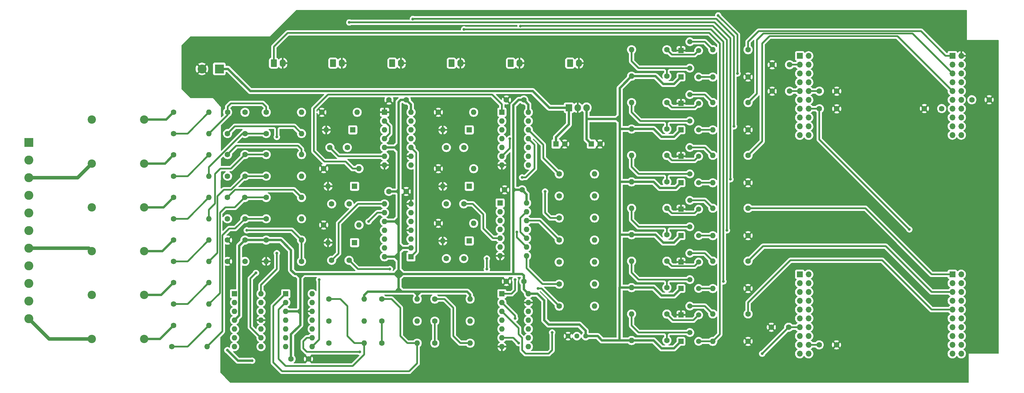
<source format=gbr>
%TF.GenerationSoftware,KiCad,Pcbnew,7.0.7*%
%TF.CreationDate,2023-09-20T11:02:48-05:00*%
%TF.ProjectId,SCR,5343522e-6b69-4636-9164-5f7063625858,rev?*%
%TF.SameCoordinates,Original*%
%TF.FileFunction,Copper,L2,Bot*%
%TF.FilePolarity,Positive*%
%FSLAX46Y46*%
G04 Gerber Fmt 4.6, Leading zero omitted, Abs format (unit mm)*
G04 Created by KiCad (PCBNEW 7.0.7) date 2023-09-20 11:02:48*
%MOMM*%
%LPD*%
G01*
G04 APERTURE LIST*
G04 Aperture macros list*
%AMRoundRect*
0 Rectangle with rounded corners*
0 $1 Rounding radius*
0 $2 $3 $4 $5 $6 $7 $8 $9 X,Y pos of 4 corners*
0 Add a 4 corners polygon primitive as box body*
4,1,4,$2,$3,$4,$5,$6,$7,$8,$9,$2,$3,0*
0 Add four circle primitives for the rounded corners*
1,1,$1+$1,$2,$3*
1,1,$1+$1,$4,$5*
1,1,$1+$1,$6,$7*
1,1,$1+$1,$8,$9*
0 Add four rect primitives between the rounded corners*
20,1,$1+$1,$2,$3,$4,$5,0*
20,1,$1+$1,$4,$5,$6,$7,0*
20,1,$1+$1,$6,$7,$8,$9,0*
20,1,$1+$1,$8,$9,$2,$3,0*%
G04 Aperture macros list end*
%TA.AperFunction,ComponentPad*%
%ADD10C,1.600000*%
%TD*%
%TA.AperFunction,ComponentPad*%
%ADD11O,1.600000X1.600000*%
%TD*%
%TA.AperFunction,ComponentPad*%
%ADD12R,1.600000X1.600000*%
%TD*%
%TA.AperFunction,ComponentPad*%
%ADD13R,1.905000X2.000000*%
%TD*%
%TA.AperFunction,ComponentPad*%
%ADD14O,1.905000X2.000000*%
%TD*%
%TA.AperFunction,ComponentPad*%
%ADD15R,1.500000X1.500000*%
%TD*%
%TA.AperFunction,ComponentPad*%
%ADD16C,1.500000*%
%TD*%
%TA.AperFunction,ComponentPad*%
%ADD17R,2.600000X2.600000*%
%TD*%
%TA.AperFunction,ComponentPad*%
%ADD18C,2.600000*%
%TD*%
%TA.AperFunction,ComponentPad*%
%ADD19R,1.700000X1.700000*%
%TD*%
%TA.AperFunction,ComponentPad*%
%ADD20O,1.700000X1.700000*%
%TD*%
%TA.AperFunction,ComponentPad*%
%ADD21C,2.400000*%
%TD*%
%TA.AperFunction,ComponentPad*%
%ADD22RoundRect,0.250000X-0.620000X-0.845000X0.620000X-0.845000X0.620000X0.845000X-0.620000X0.845000X0*%
%TD*%
%TA.AperFunction,ComponentPad*%
%ADD23O,1.740000X2.190000*%
%TD*%
%TA.AperFunction,ComponentPad*%
%ADD24C,1.440000*%
%TD*%
%TA.AperFunction,ViaPad*%
%ADD25C,0.800000*%
%TD*%
%TA.AperFunction,Conductor*%
%ADD26C,0.700000*%
%TD*%
%TA.AperFunction,Conductor*%
%ADD27C,0.500000*%
%TD*%
%TA.AperFunction,Conductor*%
%ADD28C,1.000000*%
%TD*%
G04 APERTURE END LIST*
D10*
%TO.P,R10,1*%
%TO.N,Net-(R10-Pad1)*%
X119644000Y-173638629D03*
D11*
%TO.P,R10,2*%
%TO.N,Net-(C10-Pad2)*%
X129804000Y-173638629D03*
%TD*%
D10*
%TO.P,C8,1*%
%TO.N,Net-(C8-Pad1)*%
X135168000Y-130556000D03*
%TO.P,C8,2*%
%TO.N,Net-(C8-Pad2)*%
X140168000Y-130556000D03*
%TD*%
%TO.P,R30,1*%
%TO.N,GND*%
X162834000Y-134610000D03*
D11*
%TO.P,R30,2*%
%TO.N,Net-(C16-Pad1)*%
X172994000Y-134610000D03*
%TD*%
D10*
%TO.P,R54,1*%
%TO.N,GND*%
X284988000Y-138684000D03*
D11*
%TO.P,R54,2*%
%TO.N,Net-(J3-Pad1)*%
X274828000Y-138684000D03*
%TD*%
D10*
%TO.P,C13,1*%
%TO.N,Net-(C13-Pad1)*%
X140168000Y-161354267D03*
%TO.P,C13,2*%
%TO.N,GND*%
X135168000Y-161354267D03*
%TD*%
D12*
%TO.P,D6,1,K*%
%TO.N,Net-(C21-Pad1)*%
X171724000Y-155946000D03*
D11*
%TO.P,D6,2,A*%
%TO.N,GND*%
X164104000Y-155946000D03*
%TD*%
D13*
%TO.P,U8,1,IN*%
%TO.N,Net-(C35-Pad1)*%
X233415200Y-117064181D03*
D14*
%TO.P,U8,2,GND*%
%TO.N,GND*%
X235955200Y-117064181D03*
%TO.P,U8,3,OUT*%
%TO.N,/3.3V*%
X238495200Y-117064181D03*
%TD*%
D10*
%TO.P,R48,1*%
%TO.N,Net-(Q4-Pad3)*%
X261620000Y-115570000D03*
D11*
%TO.P,R48,2*%
%TO.N,Net-(Q3-Pad2)*%
X251460000Y-115570000D03*
%TD*%
D10*
%TO.P,R47,1*%
%TO.N,Net-(Q3-Pad2)*%
X261620000Y-123190000D03*
D11*
%TO.P,R47,2*%
%TO.N,/3.3V*%
X251460000Y-123190000D03*
%TD*%
D12*
%TO.P,D3,1,K*%
%TO.N,Net-(C18-Pad1)*%
X204734000Y-123439000D03*
D11*
%TO.P,D3,2,A*%
%TO.N,GND*%
X197114000Y-123439000D03*
%TD*%
D12*
%TO.P,U4,1*%
%TO.N,Net-(R24-Pad1)*%
X187960000Y-160020000D03*
D11*
%TO.P,U4,2*%
%TO.N,/3.3V*%
X187960000Y-157480000D03*
%TO.P,U4,3*%
%TO.N,Net-(C19-Pad2)*%
X187960000Y-154940000D03*
%TO.P,U4,4*%
%TO.N,GND*%
X187960000Y-152400000D03*
%TO.P,U4,5*%
%TO.N,Net-(R27-Pad1)*%
X187960000Y-149860000D03*
%TO.P,U4,6*%
%TO.N,Net-(C20-Pad2)*%
X187960000Y-147320000D03*
%TO.P,U4,7,GND*%
%TO.N,GND*%
X187960000Y-144780000D03*
%TO.P,U4,8*%
%TO.N,Net-(C21-Pad2)*%
X180340000Y-144780000D03*
%TO.P,U4,9*%
%TO.N,Net-(R27-Pad1)*%
X180340000Y-147320000D03*
%TO.P,U4,10*%
%TO.N,/3.3V*%
X180340000Y-149860000D03*
%TO.P,U4,11*%
%TO.N,N/C*%
X180340000Y-152400000D03*
%TO.P,U4,12*%
X180340000Y-154940000D03*
%TO.P,U4,13*%
X180340000Y-157480000D03*
%TO.P,U4,14,VCC*%
%TO.N,/3.3V*%
X180340000Y-160020000D03*
%TD*%
D10*
%TO.P,R62,1*%
%TO.N,GND*%
X284988000Y-169164000D03*
D11*
%TO.P,R62,2*%
%TO.N,Net-(J5-Pad1)*%
X274828000Y-169164000D03*
%TD*%
D10*
%TO.P,C10,1*%
%TO.N,Net-(C10-Pad1)*%
X135128000Y-142927724D03*
%TO.P,C10,2*%
%TO.N,Net-(C10-Pad2)*%
X140128000Y-142927724D03*
%TD*%
%TO.P,R25,1*%
%TO.N,Net-(R25-Pad1)*%
X179588000Y-178557000D03*
D11*
%TO.P,R25,2*%
%TO.N,/1.65V*%
X189748000Y-178557000D03*
%TD*%
D10*
%TO.P,R52,1*%
%TO.N,Net-(Q6-Pad3)*%
X261620000Y-130802000D03*
D11*
%TO.P,R52,2*%
%TO.N,Net-(Q5-Pad2)*%
X251460000Y-130802000D03*
%TD*%
D12*
%TO.P,D1,1,K*%
%TO.N,Net-(C16-Pad1)*%
X171724000Y-139690000D03*
D11*
%TO.P,D1,2,A*%
%TO.N,GND*%
X164104000Y-139690000D03*
%TD*%
D10*
%TO.P,R61,1*%
%TO.N,/EPWM5A*%
X284988000Y-161274000D03*
D11*
%TO.P,R61,2*%
%TO.N,Net-(Q10-Pad2)*%
X274828000Y-161274000D03*
%TD*%
D10*
%TO.P,R23,1*%
%TO.N,Net-(R22-Pad1)*%
X164348000Y-184907000D03*
D11*
%TO.P,R23,2*%
%TO.N,Net-(R21-Pad1)*%
X174508000Y-184907000D03*
%TD*%
D15*
%TO.P,Q1,1,E*%
%TO.N,/3.3V*%
X265684000Y-108204000D03*
D16*
%TO.P,Q1,2,B*%
%TO.N,Net-(Q1-Pad2)*%
X268224000Y-105664000D03*
%TO.P,Q1,3,C*%
%TO.N,Net-(J1-Pad1)*%
X270764000Y-108204000D03*
%TD*%
D10*
%TO.P,R55,1*%
%TO.N,Net-(Q7-Pad2)*%
X261620000Y-153662000D03*
D11*
%TO.P,R55,2*%
%TO.N,/3.3V*%
X251460000Y-153662000D03*
%TD*%
D10*
%TO.P,R24,1*%
%TO.N,Net-(R24-Pad1)*%
X179588000Y-172207000D03*
D11*
%TO.P,R24,2*%
%TO.N,/3.3V*%
X189748000Y-172207000D03*
%TD*%
D17*
%TO.P,J8,1,Pin_1*%
%TO.N,Net-(C1-Pad2)*%
X77998000Y-127067181D03*
D18*
%TO.P,J8,2,Pin_2*%
%TO.N,unconnected-(J8-Pad2)*%
X77998000Y-132147181D03*
%TO.P,J8,3,Pin_3*%
%TO.N,Net-(C6-Pad2)*%
X77998000Y-137227181D03*
%TO.P,J8,4,Pin_4*%
%TO.N,unconnected-(J8-Pad4)*%
X77998000Y-142307181D03*
%TO.P,J8,5,Pin_5*%
%TO.N,Net-(C2-Pad2)*%
X77998000Y-147387181D03*
%TO.P,J8,6,Pin_6*%
%TO.N,unconnected-(J8-Pad6)*%
X77998000Y-152467181D03*
%TO.P,J8,7,Pin_7*%
%TO.N,Net-(C3-Pad2)*%
X77998000Y-157547181D03*
%TO.P,J8,8,Pin_8*%
%TO.N,unconnected-(J8-Pad8)*%
X77998000Y-162627181D03*
%TO.P,J8,9,Pin_9*%
%TO.N,Net-(C4-Pad2)*%
X77998000Y-167707181D03*
%TO.P,J8,10,Pin_10*%
%TO.N,unconnected-(J8-Pad10)*%
X77998000Y-172787181D03*
%TO.P,J8,11,Pin_11*%
%TO.N,Net-(C5-Pad2)*%
X77998000Y-177867181D03*
%TD*%
D10*
%TO.P,C17,1*%
%TO.N,Net-(C17-Pad1)*%
X169632000Y-128524000D03*
%TO.P,C17,2*%
%TO.N,Net-(C17-Pad2)*%
X164632000Y-128524000D03*
%TD*%
%TO.P,R32,1*%
%TO.N,GND*%
X195844000Y-118359000D03*
D11*
%TO.P,R32,2*%
%TO.N,Net-(C18-Pad1)*%
X206004000Y-118359000D03*
%TD*%
D10*
%TO.P,R27,1*%
%TO.N,Net-(R27-Pad1)*%
X194828000Y-172207000D03*
D11*
%TO.P,R27,2*%
%TO.N,/3.3V*%
X204988000Y-172207000D03*
%TD*%
D10*
%TO.P,R56,1*%
%TO.N,Net-(Q8-Pad3)*%
X261620000Y-146042000D03*
D11*
%TO.P,R56,2*%
%TO.N,Net-(Q7-Pad2)*%
X251460000Y-146042000D03*
%TD*%
D10*
%TO.P,C15,1*%
%TO.N,/3.3V*%
X153456000Y-189484000D03*
%TO.P,C15,2*%
%TO.N,GND*%
X158456000Y-189484000D03*
%TD*%
%TO.P,C20,1*%
%TO.N,Net-(C20-Pad1)*%
X203160000Y-144780000D03*
%TO.P,C20,2*%
%TO.N,Net-(C20-Pad2)*%
X198160000Y-144780000D03*
%TD*%
D19*
%TO.P,J4-J2,1,Pin_1*%
%TO.N,/EPWM1A*%
X343789000Y-102065381D03*
D20*
%TO.P,J4-J2,2,Pin_2*%
%TO.N,GND*%
X346329000Y-102065381D03*
%TO.P,J4-J2,3,Pin_3*%
%TO.N,unconnected-(J4-J2-Pad3)*%
X343789000Y-104605381D03*
%TO.P,J4-J2,4,Pin_4*%
%TO.N,unconnected-(J4-J2-Pad4)*%
X346329000Y-104605381D03*
%TO.P,J4-J2,5,Pin_5*%
%TO.N,/EPWM2A*%
X343789000Y-107145381D03*
%TO.P,J4-J2,6,Pin_6*%
%TO.N,unconnected-(J4-J2-Pad6)*%
X346329000Y-107145381D03*
%TO.P,J4-J2,7,Pin_7*%
%TO.N,unconnected-(J4-J2-Pad7)*%
X343789000Y-109685381D03*
%TO.P,J4-J2,8,Pin_8*%
%TO.N,unconnected-(J4-J2-Pad8)*%
X346329000Y-109685381D03*
%TO.P,J4-J2,9,Pin_9*%
%TO.N,/EPWM3A*%
X343789000Y-112225381D03*
%TO.P,J4-J2,10,Pin_10*%
%TO.N,unconnected-(J4-J2-Pad10)*%
X346329000Y-112225381D03*
%TO.P,J4-J2,11,Pin_11*%
%TO.N,unconnected-(J4-J2-Pad11)*%
X343789000Y-114765381D03*
%TO.P,J4-J2,12,Pin_12*%
%TO.N,/GPIO16*%
X346329000Y-114765381D03*
%TO.P,J4-J2,13,Pin_13*%
%TO.N,/GPIO13*%
X343789000Y-117305381D03*
%TO.P,J4-J2,14,Pin_14*%
%TO.N,unconnected-(J4-J2-Pad14)*%
X346329000Y-117305381D03*
%TO.P,J4-J2,15,Pin_15*%
%TO.N,unconnected-(J4-J2-Pad15)*%
X343789000Y-119845381D03*
%TO.P,J4-J2,16,Pin_16*%
%TO.N,unconnected-(J4-J2-Pad16)*%
X346329000Y-119845381D03*
%TO.P,J4-J2,17,Pin_17*%
%TO.N,unconnected-(J4-J2-Pad17)*%
X343789000Y-122385381D03*
%TO.P,J4-J2,18,Pin_18*%
%TO.N,unconnected-(J4-J2-Pad18)*%
X346329000Y-122385381D03*
%TO.P,J4-J2,19,Pin_19*%
%TO.N,unconnected-(J4-J2-Pad19)*%
X343789000Y-124925381D03*
%TO.P,J4-J2,20,Pin_20*%
%TO.N,unconnected-(J4-J2-Pad20)*%
X346329000Y-124925381D03*
%TD*%
D10*
%TO.P,R31,1*%
%TO.N,GND*%
X162316000Y-118359000D03*
D11*
%TO.P,R31,2*%
%TO.N,Net-(C17-Pad1)*%
X172476000Y-118359000D03*
%TD*%
D15*
%TO.P,Q12,1,E*%
%TO.N,GND*%
X265684000Y-176784000D03*
D16*
%TO.P,Q12,2,B*%
%TO.N,Net-(Q12-Pad2)*%
X268224000Y-174244000D03*
%TO.P,Q12,3,C*%
%TO.N,Net-(Q12-Pad3)*%
X270764000Y-176784000D03*
%TD*%
D15*
%TO.P,Q11,1,E*%
%TO.N,/3.3V*%
X265684000Y-184404000D03*
D16*
%TO.P,Q11,2,B*%
%TO.N,Net-(Q11-Pad2)*%
X268224000Y-181864000D03*
%TO.P,Q11,3,C*%
%TO.N,Net-(J6-Pad1)*%
X270764000Y-184404000D03*
%TD*%
D10*
%TO.P,C9,1*%
%TO.N,/1.65V*%
X135168000Y-136785543D03*
%TO.P,C9,2*%
%TO.N,Net-(C9-Pad2)*%
X140168000Y-136785543D03*
%TD*%
%TO.P,R33,1*%
%TO.N,GND*%
X195844000Y-150363000D03*
D11*
%TO.P,R33,2*%
%TO.N,Net-(C19-Pad1)*%
X206004000Y-150363000D03*
%TD*%
D10*
%TO.P,C30,1*%
%TO.N,/3.3V*%
X186624000Y-114818000D03*
%TO.P,C30,2*%
%TO.N,GND*%
X181624000Y-114818000D03*
%TD*%
D12*
%TO.P,U2,1*%
%TO.N,Net-(R24-Pad1)*%
X151912000Y-170678000D03*
D11*
%TO.P,U2,2*%
%TO.N,Net-(R21-Pad1)*%
X151912000Y-173218000D03*
%TO.P,U2,3,V+*%
%TO.N,/3.3V*%
X151912000Y-175758000D03*
%TO.P,U2,4,-*%
%TO.N,Net-(C8-Pad1)*%
X151912000Y-178298000D03*
%TO.P,U2,5,+*%
%TO.N,Net-(R22-Pad1)*%
X151912000Y-180838000D03*
%TO.P,U2,6,-*%
%TO.N,Net-(C10-Pad1)*%
X151912000Y-183378000D03*
%TO.P,U2,7,+*%
%TO.N,Net-(R25-Pad1)*%
X151912000Y-185918000D03*
%TO.P,U2,8,-*%
%TO.N,Net-(C12-Pad1)*%
X159532000Y-185918000D03*
%TO.P,U2,9,+*%
%TO.N,Net-(R28-Pad1)*%
X159532000Y-183378000D03*
%TO.P,U2,10*%
%TO.N,N/C*%
X159532000Y-180838000D03*
%TO.P,U2,11*%
X159532000Y-178298000D03*
%TO.P,U2,12,V-*%
%TO.N,GND*%
X159532000Y-175758000D03*
%TO.P,U2,13*%
%TO.N,N/C*%
X159532000Y-173218000D03*
%TO.P,U2,14*%
%TO.N,Net-(R27-Pad1)*%
X159532000Y-170678000D03*
%TD*%
D10*
%TO.P,C31,1*%
%TO.N,/3.3V*%
X181604000Y-141198000D03*
%TO.P,C31,2*%
%TO.N,GND*%
X186604000Y-141198000D03*
%TD*%
D12*
%TO.P,D4,1,K*%
%TO.N,Net-(C19-Pad1)*%
X204734000Y-155443000D03*
D11*
%TO.P,D4,2,A*%
%TO.N,GND*%
X197114000Y-155443000D03*
%TD*%
D21*
%TO.P,C2,1*%
%TO.N,Net-(C2-Pad1)*%
X111126000Y-145780499D03*
%TO.P,C2,2*%
%TO.N,Net-(C2-Pad2)*%
X96126000Y-145780499D03*
%TD*%
D10*
%TO.P,R35,1*%
%TO.N,GND*%
X162834000Y-150866000D03*
D11*
%TO.P,R35,2*%
%TO.N,Net-(C21-Pad1)*%
X172994000Y-150866000D03*
%TD*%
D10*
%TO.P,R19,1*%
%TO.N,/3.3V*%
X146304000Y-155212086D03*
D11*
%TO.P,R19,2*%
%TO.N,Net-(C13-Pad1)*%
X156464000Y-155212086D03*
%TD*%
D10*
%TO.P,R44,1*%
%TO.N,Net-(Q2-Pad3)*%
X261620000Y-100330000D03*
D11*
%TO.P,R44,2*%
%TO.N,Net-(Q1-Pad2)*%
X251460000Y-100330000D03*
%TD*%
D21*
%TO.P,C1,1*%
%TO.N,Net-(C1-Pad1)*%
X111126000Y-120508833D03*
%TO.P,C1,2*%
%TO.N,Net-(C1-Pad2)*%
X96126000Y-120508833D03*
%TD*%
D19*
%TO.P,J8-J6,1,Pin_1*%
%TO.N,/EPWM4A*%
X343789000Y-165090381D03*
D20*
%TO.P,J8-J6,2,Pin_2*%
%TO.N,unconnected-(J8-J6-Pad2)*%
X346329000Y-165090381D03*
%TO.P,J8-J6,3,Pin_3*%
%TO.N,unconnected-(J8-J6-Pad3)*%
X343789000Y-167630381D03*
%TO.P,J8-J6,4,Pin_4*%
%TO.N,unconnected-(J8-J6-Pad4)*%
X346329000Y-167630381D03*
%TO.P,J8-J6,5,Pin_5*%
%TO.N,/EPWM5A*%
X343789000Y-170170381D03*
%TO.P,J8-J6,6,Pin_6*%
%TO.N,unconnected-(J8-J6-Pad6)*%
X346329000Y-170170381D03*
%TO.P,J8-J6,7,Pin_7*%
%TO.N,unconnected-(J8-J6-Pad7)*%
X343789000Y-172710381D03*
%TO.P,J8-J6,8,Pin_8*%
%TO.N,unconnected-(J8-J6-Pad8)*%
X346329000Y-172710381D03*
%TO.P,J8-J6,9,Pin_9*%
%TO.N,/EPWM6A*%
X343789000Y-175250381D03*
%TO.P,J8-J6,10,Pin_10*%
%TO.N,unconnected-(J8-J6-Pad10)*%
X346329000Y-175250381D03*
%TO.P,J8-J6,11,Pin_11*%
%TO.N,unconnected-(J8-J6-Pad11)*%
X343789000Y-177790381D03*
%TO.P,J8-J6,12,Pin_12*%
%TO.N,unconnected-(J8-J6-Pad12)*%
X346329000Y-177790381D03*
%TO.P,J8-J6,13,Pin_13*%
%TO.N,unconnected-(J8-J6-Pad13)*%
X343789000Y-180330381D03*
%TO.P,J8-J6,14,Pin_14*%
%TO.N,unconnected-(J8-J6-Pad14)*%
X346329000Y-180330381D03*
%TO.P,J8-J6,15,Pin_15*%
%TO.N,unconnected-(J8-J6-Pad15)*%
X343789000Y-182870381D03*
%TO.P,J8-J6,16,Pin_16*%
%TO.N,unconnected-(J8-J6-Pad16)*%
X346329000Y-182870381D03*
%TO.P,J8-J6,17,Pin_17*%
%TO.N,unconnected-(J8-J6-Pad17)*%
X343789000Y-185410381D03*
%TO.P,J8-J6,18,Pin_18*%
%TO.N,unconnected-(J8-J6-Pad18)*%
X346329000Y-185410381D03*
%TO.P,J8-J6,19,Pin_19*%
%TO.N,unconnected-(J8-J6-Pad19)*%
X343789000Y-187950381D03*
%TO.P,J8-J6,20,Pin_20*%
%TO.N,unconnected-(J8-J6-Pad20)*%
X346329000Y-187950381D03*
%TD*%
D10*
%TO.P,C33,1*%
%TO.N,/3.3V*%
X219924000Y-140716000D03*
%TO.P,C33,2*%
%TO.N,GND*%
X214924000Y-140716000D03*
%TD*%
%TO.P,R39,1*%
%TO.N,Net-(R39-Pad1)*%
X230632000Y-161544000D03*
D11*
%TO.P,R39,2*%
%TO.N,/ADCINA6*%
X240792000Y-161544000D03*
%TD*%
D10*
%TO.P,C34,1*%
%TO.N,/3.3V*%
X220432000Y-167132000D03*
%TO.P,C34,2*%
%TO.N,GND*%
X215432000Y-167132000D03*
%TD*%
%TO.P,R11,1*%
%TO.N,Net-(R11-Pad1)*%
X119136000Y-185923000D03*
D11*
%TO.P,R11,2*%
%TO.N,Net-(C11-Pad2)*%
X129296000Y-185923000D03*
%TD*%
D12*
%TO.P,U1,1*%
%TO.N,/1.65V*%
X137180000Y-170678000D03*
D11*
%TO.P,U1,2,-*%
X137180000Y-173218000D03*
%TO.P,U1,3,+*%
%TO.N,Net-(C13-Pad1)*%
X137180000Y-175758000D03*
%TO.P,U1,4,V+*%
%TO.N,/3.3V*%
X137180000Y-178298000D03*
%TO.P,U1,5,+*%
%TO.N,Net-(C7-Pad2)*%
X137180000Y-180838000D03*
%TO.P,U1,6,-*%
%TO.N,Net-(C8-Pad2)*%
X137180000Y-183378000D03*
%TO.P,U1,7*%
%TO.N,Net-(C8-Pad1)*%
X137180000Y-185918000D03*
%TO.P,U1,8*%
%TO.N,Net-(C10-Pad1)*%
X144800000Y-185918000D03*
%TO.P,U1,9,-*%
%TO.N,Net-(C10-Pad2)*%
X144800000Y-183378000D03*
%TO.P,U1,10,+*%
%TO.N,Net-(C9-Pad2)*%
X144800000Y-180838000D03*
%TO.P,U1,11,V-*%
%TO.N,GND*%
X144800000Y-178298000D03*
%TO.P,U1,12,+*%
%TO.N,Net-(C11-Pad2)*%
X144800000Y-175758000D03*
%TO.P,U1,13,-*%
%TO.N,Net-(C12-Pad2)*%
X144800000Y-173218000D03*
%TO.P,U1,14*%
%TO.N,Net-(C12-Pad1)*%
X144800000Y-170678000D03*
%TD*%
D15*
%TO.P,Q9,1,E*%
%TO.N,/3.3V*%
X265684000Y-169164000D03*
D16*
%TO.P,Q9,2,B*%
%TO.N,Net-(Q9-Pad2)*%
X268224000Y-166624000D03*
%TO.P,Q9,3,C*%
%TO.N,Net-(J5-Pad1)*%
X270764000Y-169164000D03*
%TD*%
D10*
%TO.P,R2,1*%
%TO.N,Net-(C2-Pad1)*%
X119644000Y-142927724D03*
D11*
%TO.P,R2,2*%
%TO.N,Net-(R2-Pad2)*%
X129804000Y-142927724D03*
%TD*%
D21*
%TO.P,C4,1*%
%TO.N,Net-(C4-Pad1)*%
X111126000Y-171052165D03*
%TO.P,C4,2*%
%TO.N,Net-(C4-Pad2)*%
X96126000Y-171052165D03*
%TD*%
D19*
%TO.P,J1-J3,1,Pin_1*%
%TO.N,unconnected-(J1-J3-Pad1)*%
X299861600Y-102115381D03*
D20*
%TO.P,J1-J3,2,Pin_2*%
%TO.N,unconnected-(J1-J3-Pad2)*%
X302401600Y-102115381D03*
%TO.P,J1-J3,3,Pin_3*%
%TO.N,/ADCINA6*%
X299861600Y-104655381D03*
%TO.P,J1-J3,4,Pin_4*%
%TO.N,unconnected-(J1-J3-Pad4)*%
X302401600Y-104655381D03*
%TO.P,J1-J3,5,Pin_5*%
%TO.N,unconnected-(J1-J3-Pad5)*%
X299861600Y-107195381D03*
%TO.P,J1-J3,6,Pin_6*%
%TO.N,unconnected-(J1-J3-Pad6)*%
X302401600Y-107195381D03*
%TO.P,J1-J3,7,Pin_7*%
%TO.N,unconnected-(J1-J3-Pad7)*%
X299861600Y-109735381D03*
%TO.P,J1-J3,8,Pin_8*%
%TO.N,unconnected-(J1-J3-Pad8)*%
X302401600Y-109735381D03*
%TO.P,J1-J3,9,Pin_9*%
%TO.N,/GPIO12*%
X299861600Y-112275381D03*
%TO.P,J1-J3,10,Pin_10*%
%TO.N,/ADCINA2*%
X302401600Y-112275381D03*
%TO.P,J1-J3,11,Pin_11*%
%TO.N,unconnected-(J1-J3-Pad11)*%
X299861600Y-114815381D03*
%TO.P,J1-J3,12,Pin_12*%
%TO.N,unconnected-(J1-J3-Pad12)*%
X302401600Y-114815381D03*
%TO.P,J1-J3,13,Pin_13*%
%TO.N,unconnected-(J1-J3-Pad13)*%
X299861600Y-117355381D03*
%TO.P,J1-J3,14,Pin_14*%
%TO.N,/ADCINA0*%
X302401600Y-117355381D03*
%TO.P,J1-J3,15,Pin_15*%
%TO.N,unconnected-(J1-J3-Pad15)*%
X299861600Y-119895381D03*
%TO.P,J1-J3,16,Pin_16*%
%TO.N,unconnected-(J1-J3-Pad16)*%
X302401600Y-119895381D03*
%TO.P,J1-J3,17,Pin_17*%
%TO.N,unconnected-(J1-J3-Pad17)*%
X299861600Y-122435381D03*
%TO.P,J1-J3,18,Pin_18*%
%TO.N,unconnected-(J1-J3-Pad18)*%
X302401600Y-122435381D03*
%TO.P,J1-J3,19,Pin_19*%
%TO.N,unconnected-(J1-J3-Pad19)*%
X299861600Y-124975381D03*
%TO.P,J1-J3,20,Pin_20*%
%TO.N,unconnected-(J1-J3-Pad20)*%
X302401600Y-124975381D03*
%TD*%
D10*
%TO.P,C18,1*%
%TO.N,Net-(C18-Pad1)*%
X203160000Y-128524000D03*
%TO.P,C18,2*%
%TO.N,Net-(C18-Pad2)*%
X198160000Y-128524000D03*
%TD*%
%TO.P,C24,1*%
%TO.N,GND*%
X291672000Y-180330381D03*
%TO.P,C24,2*%
%TO.N,/GPIO14*%
X296672000Y-180330381D03*
%TD*%
%TO.P,R28,1*%
%TO.N,Net-(R28-Pad1)*%
X194828000Y-178557000D03*
D11*
%TO.P,R28,2*%
%TO.N,/1.65V*%
X204988000Y-178557000D03*
%TD*%
D10*
%TO.P,R40,1*%
%TO.N,Net-(R40-Pad1)*%
X230632000Y-167894000D03*
D11*
%TO.P,R40,2*%
%TO.N,/GPIO13*%
X240792000Y-167894000D03*
%TD*%
D10*
%TO.P,R60,1*%
%TO.N,Net-(Q10-Pad3)*%
X261620000Y-161282000D03*
D11*
%TO.P,R60,2*%
%TO.N,Net-(Q9-Pad2)*%
X251460000Y-161282000D03*
%TD*%
D10*
%TO.P,R42,1*%
%TO.N,Net-(R42-Pad1)*%
X230632000Y-174244000D03*
D11*
%TO.P,R42,2*%
%TO.N,/GPIO16*%
X240792000Y-174244000D03*
%TD*%
D10*
%TO.P,C16,1*%
%TO.N,Net-(C16-Pad1)*%
X170140000Y-144770000D03*
%TO.P,C16,2*%
%TO.N,Net-(C16-Pad2)*%
X165140000Y-144770000D03*
%TD*%
%TO.P,C21,1*%
%TO.N,Net-(C21-Pad1)*%
X170140000Y-161026000D03*
%TO.P,C21,2*%
%TO.N,Net-(C21-Pad2)*%
X165140000Y-161026000D03*
%TD*%
D15*
%TO.P,Q10,1,E*%
%TO.N,GND*%
X265684000Y-161544000D03*
D16*
%TO.P,Q10,2,B*%
%TO.N,Net-(Q10-Pad2)*%
X268224000Y-159004000D03*
%TO.P,Q10,3,C*%
%TO.N,Net-(Q10-Pad3)*%
X270764000Y-161544000D03*
%TD*%
D10*
%TO.P,R18,1*%
%TO.N,Net-(C12-Pad2)*%
X146304000Y-124501181D03*
D11*
%TO.P,R18,2*%
%TO.N,Net-(C12-Pad1)*%
X156464000Y-124501181D03*
%TD*%
D10*
%TO.P,R7,1*%
%TO.N,Net-(R1-Pad2)*%
X119644000Y-124501181D03*
D11*
%TO.P,R7,2*%
%TO.N,Net-(C7-Pad2)*%
X129804000Y-124501181D03*
%TD*%
D10*
%TO.P,R43,1*%
%TO.N,Net-(Q1-Pad2)*%
X261620000Y-107950000D03*
D11*
%TO.P,R43,2*%
%TO.N,/3.3V*%
X251460000Y-107950000D03*
%TD*%
D10*
%TO.P,R17,1*%
%TO.N,Net-(C11-Pad2)*%
X146304000Y-149069905D03*
D11*
%TO.P,R17,2*%
%TO.N,/1.65V*%
X156464000Y-149069905D03*
%TD*%
D22*
%TO.P,J6,1,Pin_1*%
%TO.N,Net-(J6-Pad1)*%
X148478000Y-104217181D03*
D23*
%TO.P,J6,2,Pin_2*%
%TO.N,GND*%
X151018000Y-104217181D03*
%TD*%
D12*
%TO.P,U6,1*%
%TO.N,Net-(C19-Pad1)*%
X213624000Y-144521000D03*
D11*
%TO.P,U6,2*%
%TO.N,Net-(U6-Pad2)*%
X213624000Y-147061000D03*
%TO.P,U6,3*%
X213624000Y-149601000D03*
%TO.P,U6,4*%
%TO.N,Net-(R39-Pad1)*%
X213624000Y-152141000D03*
%TO.P,U6,5*%
%TO.N,Net-(C20-Pad1)*%
X213624000Y-154681000D03*
%TO.P,U6,6*%
%TO.N,Net-(U6-Pad6)*%
X213624000Y-157221000D03*
%TO.P,U6,7,VSS*%
%TO.N,GND*%
X213624000Y-159761000D03*
%TO.P,U6,8*%
%TO.N,Net-(R40-Pad1)*%
X221244000Y-159761000D03*
%TO.P,U6,9*%
%TO.N,Net-(U6-Pad6)*%
X221244000Y-157221000D03*
%TO.P,U6,10*%
%TO.N,Net-(U6-Pad10)*%
X221244000Y-154681000D03*
%TO.P,U6,11*%
%TO.N,Net-(C21-Pad1)*%
X221244000Y-152141000D03*
%TO.P,U6,12*%
%TO.N,Net-(R41-Pad1)*%
X221244000Y-149601000D03*
%TO.P,U6,13*%
%TO.N,Net-(U6-Pad10)*%
X221244000Y-147061000D03*
%TO.P,U6,14,VDD*%
%TO.N,/3.3V*%
X221244000Y-144521000D03*
%TD*%
D17*
%TO.P,J7,1,Pin_1*%
%TO.N,Net-(C35-Pad1)*%
X132812000Y-105862000D03*
D18*
%TO.P,J7,2,Pin_2*%
%TO.N,GND*%
X127812000Y-105862000D03*
%TD*%
D10*
%TO.P,R6,1*%
%TO.N,Net-(C6-Pad1)*%
X119644000Y-130643362D03*
D11*
%TO.P,R6,2*%
%TO.N,Net-(R12-Pad1)*%
X129804000Y-130643362D03*
%TD*%
D22*
%TO.P,J1,1,Pin_1*%
%TO.N,Net-(J1-Pad1)*%
X233728000Y-104217181D03*
D23*
%TO.P,J1,2,Pin_2*%
%TO.N,GND*%
X236268000Y-104217181D03*
%TD*%
D10*
%TO.P,R13,1*%
%TO.N,Net-(C7-Pad2)*%
X146304000Y-118359000D03*
D11*
%TO.P,R13,2*%
%TO.N,/1.65V*%
X156464000Y-118359000D03*
%TD*%
D10*
%TO.P,R5,1*%
%TO.N,Net-(C5-Pad1)*%
X119644000Y-179780810D03*
D11*
%TO.P,R5,2*%
%TO.N,Net-(R11-Pad1)*%
X129804000Y-179780810D03*
%TD*%
D10*
%TO.P,C12,1*%
%TO.N,Net-(C12-Pad1)*%
X135168000Y-124501181D03*
%TO.P,C12,2*%
%TO.N,Net-(C12-Pad2)*%
X140168000Y-124501181D03*
%TD*%
%TO.P,C7,1*%
%TO.N,/1.65V*%
X140198000Y-118359000D03*
%TO.P,C7,2*%
%TO.N,Net-(C7-Pad2)*%
X135198000Y-118359000D03*
%TD*%
%TO.P,R45,1*%
%TO.N,/EPWM1A*%
X284988000Y-100322000D03*
D11*
%TO.P,R45,2*%
%TO.N,Net-(Q2-Pad2)*%
X274828000Y-100322000D03*
%TD*%
D10*
%TO.P,R65,1*%
%TO.N,/EPWM6A*%
X284988000Y-176514000D03*
D11*
%TO.P,R65,2*%
%TO.N,Net-(Q12-Pad2)*%
X274828000Y-176514000D03*
%TD*%
D10*
%TO.P,C26,1*%
%TO.N,GND*%
X335729600Y-117305381D03*
%TO.P,C26,2*%
%TO.N,/GPIO13*%
X340729600Y-117305381D03*
%TD*%
D22*
%TO.P,J4,1,Pin_1*%
%TO.N,Net-(J4-Pad1)*%
X216678000Y-104217181D03*
D23*
%TO.P,J4,2,Pin_2*%
%TO.N,GND*%
X219218000Y-104217181D03*
%TD*%
D10*
%TO.P,R64,1*%
%TO.N,Net-(Q12-Pad3)*%
X261620000Y-176522000D03*
D11*
%TO.P,R64,2*%
%TO.N,Net-(Q11-Pad2)*%
X251460000Y-176522000D03*
%TD*%
D10*
%TO.P,R37,1*%
%TO.N,Net-(R37-Pad1)*%
X230632000Y-148844000D03*
D11*
%TO.P,R37,2*%
%TO.N,/ADCINA2*%
X240792000Y-148844000D03*
%TD*%
D21*
%TO.P,C6,1*%
%TO.N,Net-(C6-Pad1)*%
X111126000Y-133144666D03*
%TO.P,C6,2*%
%TO.N,Net-(C6-Pad2)*%
X96126000Y-133144666D03*
%TD*%
D12*
%TO.P,D5,1,K*%
%TO.N,Net-(C20-Pad1)*%
X204734000Y-139695000D03*
D11*
%TO.P,D5,2,A*%
%TO.N,GND*%
X197114000Y-139695000D03*
%TD*%
D21*
%TO.P,C3,1*%
%TO.N,Net-(C3-Pad1)*%
X111126000Y-158416332D03*
%TO.P,C3,2*%
%TO.N,Net-(C3-Pad2)*%
X96126000Y-158416332D03*
%TD*%
D10*
%TO.P,R1,1*%
%TO.N,Net-(C1-Pad1)*%
X119644000Y-118359000D03*
D11*
%TO.P,R1,2*%
%TO.N,Net-(R1-Pad2)*%
X129804000Y-118359000D03*
%TD*%
D10*
%TO.P,C23,1*%
%TO.N,GND*%
X310500400Y-112275381D03*
%TO.P,C23,2*%
%TO.N,/ADCINA2*%
X305500400Y-112275381D03*
%TD*%
D15*
%TO.P,Q3,1,E*%
%TO.N,/3.3V*%
X265684000Y-123444000D03*
D16*
%TO.P,Q3,2,B*%
%TO.N,Net-(Q3-Pad2)*%
X268224000Y-120904000D03*
%TO.P,Q3,3,C*%
%TO.N,Net-(J2-Pad1)*%
X270764000Y-123444000D03*
%TD*%
D10*
%TO.P,R29,1*%
%TO.N,Net-(R28-Pad1)*%
X194828000Y-184907000D03*
D11*
%TO.P,R29,2*%
%TO.N,Net-(R27-Pad1)*%
X204988000Y-184907000D03*
%TD*%
D10*
%TO.P,R12,1*%
%TO.N,Net-(R12-Pad1)*%
X119644000Y-136785543D03*
D11*
%TO.P,R12,2*%
%TO.N,Net-(C12-Pad2)*%
X129804000Y-136785543D03*
%TD*%
D22*
%TO.P,J2,1,Pin_1*%
%TO.N,Net-(J2-Pad1)*%
X182578000Y-104217181D03*
D23*
%TO.P,J2,2,Pin_2*%
%TO.N,GND*%
X185118000Y-104217181D03*
%TD*%
D15*
%TO.P,Q8,1,E*%
%TO.N,GND*%
X265684000Y-146304000D03*
D16*
%TO.P,Q8,2,B*%
%TO.N,Net-(Q8-Pad2)*%
X268224000Y-143764000D03*
%TO.P,Q8,3,C*%
%TO.N,Net-(Q8-Pad3)*%
X270764000Y-146304000D03*
%TD*%
D19*
%TO.P,J5-J7,1,Pin_1*%
%TO.N,unconnected-(J5-J7-Pad1)*%
X299861600Y-165090381D03*
D20*
%TO.P,J5-J7,2,Pin_2*%
%TO.N,unconnected-(J5-J7-Pad2)*%
X302401600Y-165090381D03*
%TO.P,J5-J7,3,Pin_3*%
%TO.N,unconnected-(J5-J7-Pad3)*%
X299861600Y-167630381D03*
%TO.P,J5-J7,4,Pin_4*%
%TO.N,unconnected-(J5-J7-Pad4)*%
X302401600Y-167630381D03*
%TO.P,J5-J7,5,Pin_5*%
%TO.N,unconnected-(J5-J7-Pad5)*%
X299861600Y-170170381D03*
%TO.P,J5-J7,6,Pin_6*%
%TO.N,unconnected-(J5-J7-Pad6)*%
X302401600Y-170170381D03*
%TO.P,J5-J7,7,Pin_7*%
%TO.N,unconnected-(J5-J7-Pad7)*%
X299861600Y-172710381D03*
%TO.P,J5-J7,8,Pin_8*%
%TO.N,unconnected-(J5-J7-Pad8)*%
X302401600Y-172710381D03*
%TO.P,J5-J7,9,Pin_9*%
%TO.N,unconnected-(J5-J7-Pad9)*%
X299861600Y-175250381D03*
%TO.P,J5-J7,10,Pin_10*%
%TO.N,unconnected-(J5-J7-Pad10)*%
X302401600Y-175250381D03*
%TO.P,J5-J7,11,Pin_11*%
%TO.N,unconnected-(J5-J7-Pad11)*%
X299861600Y-177790381D03*
%TO.P,J5-J7,12,Pin_12*%
%TO.N,unconnected-(J5-J7-Pad12)*%
X302401600Y-177790381D03*
%TO.P,J5-J7,13,Pin_13*%
%TO.N,/GPIO14*%
X299861600Y-180330381D03*
%TO.P,J5-J7,14,Pin_14*%
%TO.N,unconnected-(J5-J7-Pad14)*%
X302401600Y-180330381D03*
%TO.P,J5-J7,15,Pin_15*%
%TO.N,unconnected-(J5-J7-Pad15)*%
X299861600Y-182870381D03*
%TO.P,J5-J7,16,Pin_16*%
%TO.N,unconnected-(J5-J7-Pad16)*%
X302401600Y-182870381D03*
%TO.P,J5-J7,17,Pin_17*%
%TO.N,unconnected-(J5-J7-Pad17)*%
X299861600Y-185410381D03*
%TO.P,J5-J7,18,Pin_18*%
%TO.N,/ADCINA4*%
X302401600Y-185410381D03*
%TO.P,J5-J7,19,Pin_19*%
%TO.N,unconnected-(J5-J7-Pad19)*%
X299861600Y-187950381D03*
%TO.P,J5-J7,20,Pin_20*%
%TO.N,unconnected-(J5-J7-Pad20)*%
X302401600Y-187950381D03*
%TD*%
D15*
%TO.P,Q5,1,E*%
%TO.N,/3.3V*%
X265684000Y-138684000D03*
D16*
%TO.P,Q5,2,B*%
%TO.N,Net-(Q5-Pad2)*%
X268224000Y-136144000D03*
%TO.P,Q5,3,C*%
%TO.N,Net-(J3-Pad1)*%
X270764000Y-138684000D03*
%TD*%
D10*
%TO.P,R20,1*%
%TO.N,Net-(C13-Pad1)*%
X156464000Y-161354267D03*
D11*
%TO.P,R20,2*%
%TO.N,GND*%
X146304000Y-161354267D03*
%TD*%
D10*
%TO.P,R36,1*%
%TO.N,Net-(R36-Pad1)*%
X230632000Y-142494000D03*
D11*
%TO.P,R36,2*%
%TO.N,/GPIO12*%
X240792000Y-142494000D03*
%TD*%
D10*
%TO.P,R15,1*%
%TO.N,Net-(C9-Pad2)*%
X146304000Y-136785543D03*
D11*
%TO.P,R15,2*%
%TO.N,/1.65V*%
X156464000Y-136785543D03*
%TD*%
D10*
%TO.P,R9,1*%
%TO.N,Net-(R3-Pad2)*%
X119644000Y-161354267D03*
D11*
%TO.P,R9,2*%
%TO.N,Net-(C9-Pad2)*%
X129804000Y-161354267D03*
%TD*%
D10*
%TO.P,R46,1*%
%TO.N,GND*%
X284988000Y-108204000D03*
D11*
%TO.P,R46,2*%
%TO.N,Net-(J1-Pad1)*%
X274828000Y-108204000D03*
%TD*%
D22*
%TO.P,J5,1,Pin_1*%
%TO.N,Net-(J5-Pad1)*%
X199628000Y-104217181D03*
D23*
%TO.P,J5,2,Pin_2*%
%TO.N,GND*%
X202168000Y-104217181D03*
%TD*%
D24*
%TO.P,RV1,1,1*%
%TO.N,/3.3V*%
X238252000Y-182880000D03*
%TO.P,RV1,2,2*%
%TO.N,/ADCINA0*%
X235712000Y-182880000D03*
%TO.P,RV1,3,3*%
%TO.N,GND*%
X233172000Y-182880000D03*
%TD*%
D10*
%TO.P,R22,1*%
%TO.N,Net-(R22-Pad1)*%
X164348000Y-178557000D03*
D11*
%TO.P,R22,2*%
%TO.N,/1.65V*%
X174508000Y-178557000D03*
%TD*%
D10*
%TO.P,C29,1*%
%TO.N,/ADCINA0*%
X305500400Y-117355381D03*
%TO.P,C29,2*%
%TO.N,GND*%
X310500400Y-117355381D03*
%TD*%
%TO.P,R58,1*%
%TO.N,GND*%
X284988000Y-153924000D03*
D11*
%TO.P,R58,2*%
%TO.N,Net-(J4-Pad1)*%
X274828000Y-153924000D03*
%TD*%
D12*
%TO.P,C35,1*%
%TO.N,Net-(C35-Pad1)*%
X229713621Y-127508000D03*
D10*
%TO.P,C35,2*%
%TO.N,GND*%
X232213621Y-127508000D03*
%TD*%
%TO.P,C11,1*%
%TO.N,/1.65V*%
X135168000Y-149069905D03*
%TO.P,C11,2*%
%TO.N,Net-(C11-Pad2)*%
X140168000Y-149069905D03*
%TD*%
%TO.P,R50,1*%
%TO.N,GND*%
X284988000Y-123444000D03*
D11*
%TO.P,R50,2*%
%TO.N,Net-(J2-Pad1)*%
X274828000Y-123444000D03*
%TD*%
D10*
%TO.P,C19,1*%
%TO.N,Net-(C19-Pad1)*%
X203160000Y-160528000D03*
%TO.P,C19,2*%
%TO.N,Net-(C19-Pad2)*%
X198160000Y-160528000D03*
%TD*%
%TO.P,C28,1*%
%TO.N,GND*%
X354394800Y-114765381D03*
%TO.P,C28,2*%
%TO.N,/GPIO16*%
X349394800Y-114765381D03*
%TD*%
%TO.P,R49,1*%
%TO.N,/EPWM2A*%
X284988000Y-115562000D03*
D11*
%TO.P,R49,2*%
%TO.N,Net-(Q4-Pad2)*%
X274828000Y-115562000D03*
%TD*%
D12*
%TO.P,U7,1*%
%TO.N,Net-(R36-Pad1)*%
X214132000Y-170683000D03*
D11*
%TO.P,U7,2*%
%TO.N,Net-(R37-Pad1)*%
X214132000Y-173223000D03*
%TO.P,U7,3*%
%TO.N,Net-(R39-Pad1)*%
X214132000Y-175763000D03*
%TO.P,U7,4*%
%TO.N,Net-(R40-Pad1)*%
X214132000Y-178303000D03*
%TO.P,U7,5*%
%TO.N,Net-(R41-Pad1)*%
X214132000Y-180843000D03*
%TO.P,U7,6*%
%TO.N,Net-(U7-Pad12)*%
X214132000Y-183383000D03*
%TO.P,U7,7,VSS*%
%TO.N,GND*%
X214132000Y-185923000D03*
%TO.P,U7,8*%
%TO.N,Net-(R38-Pad1)*%
X221752000Y-185923000D03*
%TO.P,U7,9*%
%TO.N,Net-(U7-Pad11)*%
X221752000Y-183383000D03*
%TO.P,U7,10*%
%TO.N,Net-(R42-Pad1)*%
X221752000Y-180843000D03*
%TO.P,U7,11*%
%TO.N,Net-(U7-Pad11)*%
X221752000Y-178303000D03*
%TO.P,U7,12*%
%TO.N,Net-(U7-Pad12)*%
X221752000Y-175763000D03*
%TO.P,U7,13*%
%TO.N,GND*%
X221752000Y-173223000D03*
%TO.P,U7,14,VDD*%
%TO.N,/3.3V*%
X221752000Y-170683000D03*
%TD*%
D15*
%TO.P,Q4,1,E*%
%TO.N,GND*%
X265684000Y-115824000D03*
D16*
%TO.P,Q4,2,B*%
%TO.N,Net-(Q4-Pad2)*%
X268224000Y-113284000D03*
%TO.P,Q4,3,C*%
%TO.N,Net-(Q4-Pad3)*%
X270764000Y-115824000D03*
%TD*%
D10*
%TO.P,R8,1*%
%TO.N,Net-(R2-Pad2)*%
X119644000Y-149069905D03*
D11*
%TO.P,R8,2*%
%TO.N,Net-(C8-Pad2)*%
X129804000Y-149069905D03*
%TD*%
D10*
%TO.P,R57,1*%
%TO.N,/EPWM4A*%
X284988000Y-146034000D03*
D11*
%TO.P,R57,2*%
%TO.N,Net-(Q8-Pad2)*%
X274828000Y-146034000D03*
%TD*%
D21*
%TO.P,C5,1*%
%TO.N,Net-(C5-Pad1)*%
X111126000Y-183688000D03*
%TO.P,C5,2*%
%TO.N,Net-(C5-Pad2)*%
X96126000Y-183688000D03*
%TD*%
D10*
%TO.P,R41,1*%
%TO.N,Net-(R41-Pad1)*%
X230632000Y-155194000D03*
D11*
%TO.P,R41,2*%
%TO.N,/ADCINA4*%
X240792000Y-155194000D03*
%TD*%
D10*
%TO.P,R34,1*%
%TO.N,GND*%
X195844000Y-134615000D03*
D11*
%TO.P,R34,2*%
%TO.N,Net-(C20-Pad1)*%
X206004000Y-134615000D03*
%TD*%
D10*
%TO.P,C32,1*%
%TO.N,/3.3V*%
X220432000Y-114808000D03*
%TO.P,C32,2*%
%TO.N,GND*%
X215432000Y-114808000D03*
%TD*%
%TO.P,R3,1*%
%TO.N,Net-(C3-Pad1)*%
X119644000Y-155212086D03*
D11*
%TO.P,R3,2*%
%TO.N,Net-(R3-Pad2)*%
X129804000Y-155212086D03*
%TD*%
D10*
%TO.P,R4,1*%
%TO.N,Net-(C4-Pad1)*%
X119644000Y-167496448D03*
D11*
%TO.P,R4,2*%
%TO.N,Net-(R10-Pad1)*%
X129804000Y-167496448D03*
%TD*%
D12*
%TO.P,U5,1*%
%TO.N,Net-(C16-Pad1)*%
X214132000Y-118359000D03*
D11*
%TO.P,U5,2*%
%TO.N,Net-(U5-Pad2)*%
X214132000Y-120899000D03*
%TO.P,U5,3*%
X214132000Y-123439000D03*
%TO.P,U5,4*%
%TO.N,Net-(R36-Pad1)*%
X214132000Y-125979000D03*
%TO.P,U5,5*%
%TO.N,Net-(C17-Pad1)*%
X214132000Y-128519000D03*
%TO.P,U5,6*%
%TO.N,Net-(U5-Pad6)*%
X214132000Y-131059000D03*
%TO.P,U5,7,VSS*%
%TO.N,GND*%
X214132000Y-133599000D03*
%TO.P,U5,8*%
%TO.N,Net-(R37-Pad1)*%
X221752000Y-133599000D03*
%TO.P,U5,9*%
%TO.N,Net-(U5-Pad6)*%
X221752000Y-131059000D03*
%TO.P,U5,10*%
%TO.N,Net-(U5-Pad10)*%
X221752000Y-128519000D03*
%TO.P,U5,11*%
%TO.N,Net-(C18-Pad1)*%
X221752000Y-125979000D03*
%TO.P,U5,12*%
%TO.N,Net-(R38-Pad1)*%
X221752000Y-123439000D03*
%TO.P,U5,13*%
%TO.N,Net-(U5-Pad10)*%
X221752000Y-120899000D03*
%TO.P,U5,14,VDD*%
%TO.N,/3.3V*%
X221752000Y-118359000D03*
%TD*%
D10*
%TO.P,R26,1*%
%TO.N,Net-(R25-Pad1)*%
X179588000Y-184907000D03*
D11*
%TO.P,R26,2*%
%TO.N,Net-(R24-Pad1)*%
X189748000Y-184907000D03*
%TD*%
D10*
%TO.P,C27,1*%
%TO.N,GND*%
X310449600Y-185410381D03*
%TO.P,C27,2*%
%TO.N,/ADCINA4*%
X305449600Y-185410381D03*
%TD*%
%TO.P,R14,1*%
%TO.N,Net-(C8-Pad2)*%
X146304000Y-130556000D03*
D11*
%TO.P,R14,2*%
%TO.N,Net-(C8-Pad1)*%
X156464000Y-130556000D03*
%TD*%
D10*
%TO.P,R51,1*%
%TO.N,Net-(Q5-Pad2)*%
X261620000Y-138422000D03*
D11*
%TO.P,R51,2*%
%TO.N,/3.3V*%
X251460000Y-138422000D03*
%TD*%
D12*
%TO.P,U3,1*%
%TO.N,GND*%
X180360000Y-118354000D03*
D11*
%TO.P,U3,2*%
%TO.N,Net-(R21-Pad1)*%
X180360000Y-120894000D03*
%TO.P,U3,3*%
%TO.N,Net-(C16-Pad2)*%
X180360000Y-123434000D03*
%TO.P,U3,4*%
%TO.N,Net-(R21-Pad1)*%
X180360000Y-125974000D03*
%TO.P,U3,5*%
%TO.N,/3.3V*%
X180360000Y-128514000D03*
%TO.P,U3,6*%
%TO.N,Net-(C17-Pad2)*%
X180360000Y-131054000D03*
%TO.P,U3,7,GND*%
%TO.N,GND*%
X180360000Y-133594000D03*
%TO.P,U3,8*%
%TO.N,Net-(C18-Pad2)*%
X187980000Y-133594000D03*
%TO.P,U3,9*%
%TO.N,GND*%
X187980000Y-131054000D03*
%TO.P,U3,10*%
%TO.N,Net-(R24-Pad1)*%
X187980000Y-128514000D03*
%TO.P,U3,11*%
%TO.N,N/C*%
X187980000Y-125974000D03*
%TO.P,U3,12*%
X187980000Y-123434000D03*
%TO.P,U3,13*%
X187980000Y-120894000D03*
%TO.P,U3,14,VCC*%
%TO.N,/3.3V*%
X187980000Y-118354000D03*
%TD*%
D10*
%TO.P,R59,1*%
%TO.N,Net-(Q9-Pad2)*%
X261620000Y-168902000D03*
D11*
%TO.P,R59,2*%
%TO.N,/3.3V*%
X251460000Y-168902000D03*
%TD*%
D12*
%TO.P,C36,1*%
%TO.N,/3.3V*%
X239873621Y-127508000D03*
D10*
%TO.P,C36,2*%
%TO.N,GND*%
X242373621Y-127508000D03*
%TD*%
%TO.P,C22,1*%
%TO.N,GND*%
X291926000Y-112275381D03*
%TO.P,C22,2*%
%TO.N,/GPIO12*%
X296926000Y-112275381D03*
%TD*%
%TO.P,C25,1*%
%TO.N,GND*%
X291926000Y-104655381D03*
%TO.P,C25,2*%
%TO.N,/ADCINA6*%
X296926000Y-104655381D03*
%TD*%
D15*
%TO.P,Q6,1,E*%
%TO.N,GND*%
X265684000Y-131064000D03*
D16*
%TO.P,Q6,2,B*%
%TO.N,Net-(Q6-Pad2)*%
X268224000Y-128524000D03*
%TO.P,Q6,3,C*%
%TO.N,Net-(Q6-Pad3)*%
X270764000Y-131064000D03*
%TD*%
D10*
%TO.P,R66,1*%
%TO.N,GND*%
X284988000Y-184404000D03*
D11*
%TO.P,R66,2*%
%TO.N,Net-(J6-Pad1)*%
X274828000Y-184404000D03*
%TD*%
D15*
%TO.P,Q2,1,E*%
%TO.N,GND*%
X265684000Y-100584000D03*
D16*
%TO.P,Q2,2,B*%
%TO.N,Net-(Q2-Pad2)*%
X268224000Y-98044000D03*
%TO.P,Q2,3,C*%
%TO.N,Net-(Q2-Pad3)*%
X270764000Y-100584000D03*
%TD*%
D10*
%TO.P,R38,1*%
%TO.N,Net-(R38-Pad1)*%
X230632000Y-136144000D03*
D11*
%TO.P,R38,2*%
%TO.N,/GPIO14*%
X240792000Y-136144000D03*
%TD*%
D10*
%TO.P,R21,1*%
%TO.N,Net-(R21-Pad1)*%
X164348000Y-172207000D03*
D11*
%TO.P,R21,2*%
%TO.N,/3.3V*%
X174508000Y-172207000D03*
%TD*%
D10*
%TO.P,C14,1*%
%TO.N,/3.3V*%
X140168000Y-155212086D03*
%TO.P,C14,2*%
%TO.N,GND*%
X135168000Y-155212086D03*
%TD*%
D22*
%TO.P,J3,1,Pin_1*%
%TO.N,Net-(J3-Pad1)*%
X165528000Y-104217181D03*
D23*
%TO.P,J3,2,Pin_2*%
%TO.N,GND*%
X168068000Y-104217181D03*
%TD*%
D15*
%TO.P,Q7,1,E*%
%TO.N,/3.3V*%
X265684000Y-153924000D03*
D16*
%TO.P,Q7,2,B*%
%TO.N,Net-(Q7-Pad2)*%
X268224000Y-151384000D03*
%TO.P,Q7,3,C*%
%TO.N,Net-(J4-Pad1)*%
X270764000Y-153924000D03*
%TD*%
D10*
%TO.P,R63,1*%
%TO.N,Net-(Q11-Pad2)*%
X261620000Y-184142000D03*
D11*
%TO.P,R63,2*%
%TO.N,/3.3V*%
X251460000Y-184142000D03*
%TD*%
D10*
%TO.P,R53,1*%
%TO.N,/EPWM3A*%
X284988000Y-130794000D03*
D11*
%TO.P,R53,2*%
%TO.N,Net-(Q6-Pad2)*%
X274828000Y-130794000D03*
%TD*%
D10*
%TO.P,R16,1*%
%TO.N,Net-(C10-Pad2)*%
X146304000Y-142927724D03*
D11*
%TO.P,R16,2*%
%TO.N,Net-(C10-Pad1)*%
X156464000Y-142927724D03*
%TD*%
D12*
%TO.P,D2,1,K*%
%TO.N,Net-(C17-Pad1)*%
X171206000Y-123439000D03*
D11*
%TO.P,D2,2,A*%
%TO.N,GND*%
X163586000Y-123439000D03*
%TD*%
D25*
%TO.N,/1.65V*%
X135128000Y-186944000D03*
X142240000Y-189992000D03*
%TO.N,Net-(C10-Pad2)*%
X143348688Y-164684688D03*
%TO.N,Net-(C12-Pad1)*%
X149352000Y-125476000D03*
X149352000Y-159004000D03*
X161544000Y-166624000D03*
%TO.N,Net-(C13-Pad1)*%
X140716000Y-152400000D03*
%TO.N,Net-(C18-Pad1)*%
X219964000Y-137160000D03*
%TO.N,Net-(C21-Pad1)*%
X181864000Y-163576000D03*
%TO.N,/GPIO14*%
X289052000Y-187960000D03*
%TO.N,/ADCINA0*%
X331408400Y-152136381D03*
%TO.N,Net-(R27-Pad1)*%
X175768000Y-149860000D03*
%TO.N,Net-(R28-Pad1)*%
X173228000Y-187452000D03*
%TO.N,Net-(R36-Pad1)*%
X217932000Y-166624000D03*
%TO.N,Net-(R37-Pad1)*%
X217932000Y-177800000D03*
X226568000Y-141224000D03*
%TO.N,Net-(R39-Pad1)*%
X228600000Y-181864000D03*
X209804000Y-163576000D03*
X209804000Y-160528000D03*
%TO.N,Net-(R42-Pad1)*%
X224536000Y-169164000D03*
%TO.N,Net-(U5-Pad6)*%
X216408000Y-125984000D03*
%TO.N,Net-(U6-Pad6)*%
X218440000Y-152908000D03*
%TO.N,Net-(U7-Pad12)*%
X218948000Y-184912000D03*
%TO.N,Net-(J1-Pad1)*%
X276392000Y-90465181D03*
X281940000Y-107188000D03*
%TO.N,Net-(J2-Pad1)*%
X188508000Y-91481181D03*
X280924000Y-122428000D03*
%TO.N,Net-(J3-Pad1)*%
X170220000Y-92467181D03*
X279908000Y-137668000D03*
%TO.N,Net-(J4-Pad1)*%
X278892000Y-152400000D03*
X219496000Y-93513181D03*
%TO.N,Net-(J5-Pad1)*%
X277876000Y-167132000D03*
X203240000Y-94467181D03*
%TD*%
D26*
%TO.N,Net-(C1-Pad1)*%
X117494167Y-120508833D02*
X119644000Y-118359000D01*
X111126000Y-120508833D02*
X117494167Y-120508833D01*
%TO.N,Net-(C2-Pad1)*%
X116791225Y-145780499D02*
X119644000Y-142927724D01*
X111126000Y-145780499D02*
X116791225Y-145780499D01*
%TO.N,Net-(C3-Pad1)*%
X116439754Y-158416332D02*
X119644000Y-155212086D01*
X111126000Y-158416332D02*
X116439754Y-158416332D01*
%TO.N,Net-(C4-Pad1)*%
X111126000Y-171052165D02*
X116088283Y-171052165D01*
X116088283Y-171052165D02*
X119644000Y-167496448D01*
%TO.N,Net-(C5-Pad1)*%
X111126000Y-183688000D02*
X115736810Y-183688000D01*
X115736810Y-183688000D02*
X119644000Y-179780810D01*
%TO.N,Net-(C6-Pad1)*%
X117142696Y-133144666D02*
X119644000Y-130643362D01*
X111126000Y-133144666D02*
X117142696Y-133144666D01*
%TO.N,/1.65V*%
X138176000Y-189992000D02*
X142240000Y-189992000D01*
X135128000Y-186944000D02*
X138176000Y-189992000D01*
D27*
%TO.N,Net-(C7-Pad2)*%
X129804000Y-124501181D02*
X135198000Y-119107181D01*
X146304000Y-118359000D02*
X146304000Y-116840000D01*
X135198000Y-119107181D02*
X135198000Y-118359000D01*
X135198000Y-118359000D02*
X135198000Y-116770000D01*
X136144000Y-115824000D02*
X145288000Y-115824000D01*
X146304000Y-116840000D02*
X145288000Y-115824000D01*
X135198000Y-116770000D02*
X136144000Y-115824000D01*
%TO.N,Net-(C8-Pad1)*%
X156464000Y-129032000D02*
X155448000Y-128016000D01*
X137708000Y-128016000D02*
X135168000Y-130556000D01*
X155448000Y-128016000D02*
X137708000Y-128016000D01*
X156464000Y-130556000D02*
X156464000Y-129032000D01*
%TO.N,Net-(C8-Pad2)*%
X140168000Y-130556000D02*
X146304000Y-130556000D01*
X129804000Y-146484648D02*
X129804000Y-149069905D01*
X131572000Y-136144000D02*
X131572000Y-144716648D01*
X131572000Y-144716648D02*
X129804000Y-146484648D01*
X133096000Y-134620000D02*
X131572000Y-136144000D01*
X140168000Y-130556000D02*
X136104000Y-134620000D01*
X136104000Y-134620000D02*
X133096000Y-134620000D01*
%TO.N,Net-(C9-Pad2)*%
X140168000Y-136785543D02*
X136237543Y-140716000D01*
X134112000Y-140716000D02*
X132271520Y-142556480D01*
X132271520Y-142556480D02*
X132271520Y-158886747D01*
X136237543Y-140716000D02*
X134112000Y-140716000D01*
X132271520Y-158886747D02*
X129804000Y-161354267D01*
X140168000Y-136785543D02*
X146304000Y-136785543D01*
%TO.N,Net-(C10-Pad1)*%
X156464000Y-142927724D02*
X154252276Y-140716000D01*
X137339724Y-140716000D02*
X135128000Y-142927724D01*
X154252276Y-140716000D02*
X137339724Y-140716000D01*
%TO.N,Net-(C10-Pad2)*%
X137259724Y-145796000D02*
X134495040Y-145796000D01*
X132971040Y-147320000D02*
X132971040Y-170471589D01*
X141732000Y-180310000D02*
X144800000Y-183378000D01*
X143348688Y-164684688D02*
X141732000Y-166301376D01*
X134495040Y-145796000D02*
X132971040Y-147320000D01*
X141732000Y-166301376D02*
X141732000Y-180310000D01*
X132971040Y-170471589D02*
X129804000Y-173638629D01*
X140128000Y-142927724D02*
X146304000Y-142927724D01*
X140128000Y-142927724D02*
X137259724Y-145796000D01*
%TO.N,Net-(C11-Pad2)*%
X137345905Y-151892000D02*
X135636000Y-151892000D01*
X140168000Y-149069905D02*
X146304000Y-149069905D01*
X133670559Y-153857441D02*
X133670559Y-181548441D01*
X140168000Y-149069905D02*
X137345905Y-151892000D01*
X135636000Y-151892000D02*
X133670559Y-153857441D01*
X133670559Y-181548441D02*
X129296000Y-185923000D01*
%TO.N,Net-(C12-Pad1)*%
X161544000Y-181864000D02*
X161544000Y-166624000D01*
X149352000Y-122936000D02*
X149860000Y-122428000D01*
X156464000Y-124501181D02*
X154390819Y-122428000D01*
X149352000Y-122936000D02*
X148844000Y-122428000D01*
X154390819Y-122428000D02*
X149860000Y-122428000D01*
X149352000Y-122936000D02*
X149352000Y-122428000D01*
X149352000Y-125476000D02*
X149352000Y-122936000D01*
X149352000Y-163576000D02*
X149352000Y-159004000D01*
X161544000Y-183906000D02*
X161544000Y-181864000D01*
X149860000Y-122428000D02*
X149352000Y-122428000D01*
X137241181Y-122428000D02*
X135168000Y-124501181D01*
X159532000Y-185918000D02*
X161544000Y-183906000D01*
X148844000Y-122428000D02*
X137241181Y-122428000D01*
X149352000Y-122428000D02*
X148844000Y-122428000D01*
X144800000Y-168128000D02*
X149352000Y-163576000D01*
X144800000Y-170678000D02*
X144800000Y-168128000D01*
%TO.N,Net-(C12-Pad2)*%
X129804000Y-136785543D02*
X129804000Y-134152924D01*
X129804000Y-134152924D02*
X139455743Y-124501181D01*
X139455743Y-124501181D02*
X140168000Y-124501181D01*
X140168000Y-124501181D02*
X146304000Y-124501181D01*
%TO.N,Net-(C13-Pad1)*%
X156464000Y-155212086D02*
X156464000Y-161354267D01*
X140716000Y-152400000D02*
X153651914Y-152400000D01*
X153651914Y-152400000D02*
X156464000Y-155212086D01*
D26*
%TO.N,/3.3V*%
X183261000Y-164973000D02*
X183007000Y-164973000D01*
X138529511Y-176948489D02*
X137180000Y-178298000D01*
X248039000Y-153662000D02*
X248031000Y-153670000D01*
X155946000Y-175758000D02*
X156083000Y-175895000D01*
X183388000Y-149860000D02*
X184404000Y-150876000D01*
X184404000Y-159512000D02*
X184404000Y-160020000D01*
X263652000Y-155956000D02*
X265684000Y-153924000D01*
X263652000Y-110236000D02*
X265684000Y-108204000D01*
X259588000Y-140208000D02*
X264160000Y-140208000D01*
X181604000Y-141198000D02*
X183870000Y-141198000D01*
X180594000Y-164973000D02*
X179324000Y-164973000D01*
X190754000Y-170053000D02*
X190119000Y-170053000D01*
X150513086Y-155212086D02*
X153456000Y-158155000D01*
X251460000Y-153662000D02*
X248039000Y-153662000D01*
X227584000Y-179578000D02*
X236474000Y-179578000D01*
X184404000Y-115443000D02*
X184404000Y-127508000D01*
X187980000Y-116174000D02*
X186624000Y-114818000D01*
X183515000Y-170053000D02*
X181229000Y-170053000D01*
X156083000Y-165989000D02*
X156083000Y-164973000D01*
X257802000Y-138422000D02*
X259588000Y-140208000D01*
X236474000Y-179578000D02*
X238252000Y-181356000D01*
X156083000Y-174879000D02*
X156083000Y-165989000D01*
X184404000Y-169164000D02*
X185293000Y-170053000D01*
X183388000Y-160020000D02*
X184404000Y-159004000D01*
X260096000Y-171196000D02*
X263652000Y-171196000D01*
X224404000Y-170683000D02*
X226314000Y-172593000D01*
X217932000Y-140716000D02*
X217424000Y-140716000D01*
X251460000Y-184142000D02*
X257802000Y-184142000D01*
X258310000Y-153662000D02*
X260604000Y-155956000D01*
X183388000Y-160020000D02*
X184404000Y-161036000D01*
X189748000Y-171059000D02*
X190754000Y-170053000D01*
X156083000Y-179705000D02*
X156083000Y-176403000D01*
X183398000Y-128534000D02*
X183398000Y-128514000D01*
X185928000Y-157480000D02*
X185420000Y-157480000D01*
X183388000Y-149860000D02*
X184404000Y-148844000D01*
X251460000Y-123190000D02*
X257810000Y-123190000D01*
X221244000Y-142036000D02*
X219924000Y-140716000D01*
X184404000Y-141732000D02*
X184404000Y-148844000D01*
X186624000Y-114818000D02*
X185029000Y-114818000D01*
X184404000Y-163068000D02*
X184404000Y-163830000D01*
X185293000Y-170053000D02*
X184785000Y-170053000D01*
X217424000Y-140208000D02*
X217424000Y-140716000D01*
X184404000Y-157988000D02*
X184404000Y-159004000D01*
X185928000Y-157480000D02*
X187960000Y-157480000D01*
X204988000Y-172207000D02*
X204988000Y-170952000D01*
X156083000Y-174879000D02*
X156083000Y-175113000D01*
X153456000Y-158155000D02*
X153456000Y-163870000D01*
X238252000Y-182880000D02*
X241681000Y-182880000D01*
X184404000Y-157480000D02*
X184404000Y-157988000D01*
X184404000Y-161036000D02*
X184404000Y-163068000D01*
X184404000Y-140716000D02*
X184404000Y-141224000D01*
X248031000Y-121184581D02*
X248031000Y-123190000D01*
X184404000Y-163830000D02*
X185547000Y-164973000D01*
X153456000Y-189484000D02*
X153456000Y-182332000D01*
X238252000Y-181356000D02*
X238252000Y-182880000D01*
X185801000Y-164973000D02*
X185293000Y-164973000D01*
X217932000Y-140716000D02*
X217424000Y-141224000D01*
X175514000Y-170053000D02*
X174508000Y-171059000D01*
X189748000Y-171059000D02*
X189748000Y-170952000D01*
X184404000Y-163068000D02*
X184404000Y-164084000D01*
X184404000Y-166116000D02*
X185547000Y-164973000D01*
X251460000Y-168902000D02*
X248039000Y-168902000D01*
X140168000Y-155212086D02*
X138529511Y-156850575D01*
X204089000Y-170053000D02*
X190754000Y-170053000D01*
X184404000Y-164973000D02*
X183515000Y-164973000D01*
X184404000Y-159004000D02*
X184404000Y-159512000D01*
X184404000Y-163830000D02*
X183261000Y-164973000D01*
X157099000Y-164973000D02*
X156083000Y-164973000D01*
X217424000Y-116332000D02*
X218948000Y-114808000D01*
X251460000Y-123190000D02*
X248031000Y-123190000D01*
X217424000Y-164973000D02*
X185801000Y-164973000D01*
X179324000Y-164973000D02*
X157099000Y-164973000D01*
X179324000Y-170053000D02*
X175514000Y-170053000D01*
X251460000Y-138422000D02*
X257802000Y-138422000D01*
X180360000Y-128514000D02*
X183398000Y-128514000D01*
X247182000Y-120335581D02*
X247182000Y-120204781D01*
X188849000Y-170053000D02*
X185293000Y-170053000D01*
X180340000Y-149860000D02*
X183388000Y-149860000D01*
X184404000Y-164084000D02*
X183515000Y-164973000D01*
X260604000Y-155956000D02*
X263652000Y-155956000D01*
X251460000Y-107950000D02*
X248031000Y-111379000D01*
X181229000Y-170053000D02*
X179959000Y-170053000D01*
X189748000Y-170424000D02*
X190119000Y-170053000D01*
X247182000Y-120335581D02*
X247970581Y-120335581D01*
X248039000Y-138422000D02*
X248031000Y-138430000D01*
X248031000Y-123190000D02*
X248031000Y-138430000D01*
X189748000Y-170952000D02*
X188849000Y-170053000D01*
X156083000Y-176403000D02*
X156083000Y-175895000D01*
X248023000Y-168918000D02*
X248023000Y-184142000D01*
X184404000Y-169164000D02*
X184404000Y-169672000D01*
X183870000Y-141198000D02*
X184378000Y-141198000D01*
X189748000Y-170424000D02*
X189377000Y-170053000D01*
X183896000Y-160020000D02*
X184404000Y-160020000D01*
X248039000Y-168902000D02*
X248023000Y-168918000D01*
X251460000Y-168902000D02*
X257802000Y-168902000D01*
X221752000Y-118359000D02*
X221752000Y-116128000D01*
X184912000Y-157480000D02*
X185928000Y-157480000D01*
X248023000Y-184142000D02*
X251460000Y-184142000D01*
X221752000Y-170683000D02*
X224404000Y-170683000D01*
X184404000Y-160020000D02*
X184404000Y-160528000D01*
X184404000Y-150876000D02*
X184404000Y-156464000D01*
X183896000Y-160020000D02*
X184404000Y-159512000D01*
X217424000Y-140716000D02*
X217424000Y-141224000D01*
X184912000Y-157480000D02*
X184404000Y-156972000D01*
X138529511Y-156850575D02*
X138529511Y-176948489D01*
X184404000Y-148844000D02*
X184404000Y-149860000D01*
X220432000Y-169363000D02*
X221752000Y-170683000D01*
X251460000Y-138422000D02*
X248039000Y-138422000D01*
X247182000Y-120335581D02*
X248031000Y-121184581D01*
X220432000Y-167132000D02*
X220432000Y-165441000D01*
X184404000Y-128524000D02*
X184404000Y-129540000D01*
X184404000Y-164084000D02*
X184404000Y-164973000D01*
X247182000Y-120204781D02*
X248031000Y-119355781D01*
X217424000Y-141224000D02*
X217424000Y-164973000D01*
X184404000Y-164973000D02*
X184404000Y-166116000D01*
X155067000Y-164973000D02*
X156083000Y-165989000D01*
X155438000Y-175758000D02*
X156083000Y-176403000D01*
X248031000Y-119355781D02*
X248031000Y-120396000D01*
X146304000Y-155212086D02*
X150513086Y-155212086D01*
X155438000Y-175758000D02*
X155946000Y-175758000D01*
X183515000Y-164973000D02*
X183007000Y-164973000D01*
X217932000Y-140716000D02*
X217424000Y-140208000D01*
X189377000Y-170053000D02*
X188849000Y-170053000D01*
X226314000Y-172593000D02*
X226314000Y-178308000D01*
X263652000Y-125476000D02*
X265684000Y-123444000D01*
X189748000Y-171059000D02*
X189748000Y-170424000D01*
X226314000Y-178308000D02*
X227584000Y-179578000D01*
X221244000Y-144521000D02*
X221244000Y-142036000D01*
X248031000Y-138430000D02*
X248031000Y-153670000D01*
X183388000Y-160020000D02*
X183896000Y-160020000D01*
X257802000Y-168902000D02*
X260096000Y-171196000D01*
X260096000Y-186436000D02*
X263652000Y-186436000D01*
X184404000Y-129540000D02*
X183398000Y-128534000D01*
X154559000Y-164973000D02*
X153456000Y-163870000D01*
X264160000Y-140208000D02*
X265684000Y-138684000D01*
X263652000Y-186436000D02*
X265684000Y-184404000D01*
X184404000Y-127508000D02*
X184404000Y-128524000D01*
X183896000Y-160020000D02*
X184404000Y-160528000D01*
X219924000Y-140716000D02*
X217932000Y-140716000D01*
X185420000Y-157480000D02*
X184404000Y-158496000D01*
X153757000Y-164171000D02*
X154559000Y-164973000D01*
X180340000Y-160020000D02*
X183388000Y-160020000D01*
X238495200Y-117064181D02*
X238495200Y-120335581D01*
X238495200Y-120335581D02*
X247182000Y-120335581D01*
X257802000Y-184142000D02*
X260096000Y-186436000D01*
X217424000Y-140208000D02*
X217424000Y-116332000D01*
X190119000Y-170053000D02*
X188849000Y-170053000D01*
X184912000Y-157480000D02*
X184404000Y-157480000D01*
X184378000Y-141198000D02*
X184404000Y-141224000D01*
X155067000Y-164973000D02*
X154559000Y-164973000D01*
X260604000Y-110236000D02*
X263652000Y-110236000D01*
X183388000Y-149860000D02*
X184404000Y-149860000D01*
X185547000Y-164973000D02*
X185801000Y-164973000D01*
X221752000Y-116128000D02*
X220432000Y-114808000D01*
X251460000Y-107950000D02*
X258318000Y-107950000D01*
X184785000Y-170053000D02*
X183515000Y-170053000D01*
X156083000Y-175113000D02*
X155438000Y-175758000D01*
X184404000Y-156972000D02*
X184404000Y-156464000D01*
X220432000Y-165441000D02*
X219964000Y-164973000D01*
X189748000Y-172207000D02*
X189748000Y-171059000D01*
X258318000Y-107950000D02*
X260604000Y-110236000D01*
X251460000Y-153662000D02*
X258310000Y-153662000D01*
X153456000Y-182332000D02*
X156083000Y-179705000D01*
X146304000Y-155212086D02*
X140168000Y-155212086D01*
X183007000Y-164973000D02*
X181229000Y-164973000D01*
X184404000Y-169164000D02*
X183515000Y-170053000D01*
X151912000Y-175758000D02*
X155438000Y-175758000D01*
X181229000Y-164973000D02*
X180594000Y-164973000D01*
X184404000Y-160528000D02*
X184404000Y-161036000D01*
X220432000Y-167132000D02*
X220432000Y-169363000D01*
X241681000Y-182880000D02*
X242943000Y-184142000D01*
X184404000Y-166116000D02*
X184404000Y-169164000D01*
X247970581Y-120335581D02*
X248031000Y-120396000D01*
X185293000Y-164973000D02*
X184404000Y-164973000D01*
X248039000Y-168902000D02*
X248031000Y-168910000D01*
X248031000Y-111379000D02*
X248031000Y-119355781D01*
X257810000Y-123190000D02*
X260096000Y-125476000D01*
X157099000Y-164973000D02*
X156083000Y-165989000D01*
X184404000Y-149860000D02*
X184404000Y-150876000D01*
X184404000Y-166116000D02*
X183261000Y-164973000D01*
X238495200Y-120335581D02*
X238495200Y-126129579D01*
X174508000Y-171059000D02*
X174508000Y-172207000D01*
X184394000Y-128514000D02*
X184404000Y-128524000D01*
X156083000Y-175895000D02*
X156083000Y-174879000D01*
X238495200Y-126129579D02*
X239873621Y-127508000D01*
X187980000Y-118354000D02*
X187980000Y-116174000D01*
X184404000Y-159004000D02*
X184404000Y-158496000D01*
X204988000Y-170952000D02*
X204089000Y-170053000D01*
X242943000Y-184142000D02*
X248023000Y-184142000D01*
X184404000Y-164084000D02*
X185293000Y-164973000D01*
X248031000Y-153670000D02*
X248031000Y-168910000D01*
X248031000Y-120396000D02*
X248031000Y-121184581D01*
X184404000Y-129540000D02*
X184404000Y-140716000D01*
X184404000Y-157988000D02*
X184912000Y-157480000D01*
X183398000Y-128514000D02*
X184394000Y-128514000D01*
X184404000Y-141732000D02*
X183870000Y-141198000D01*
X184404000Y-141224000D02*
X184404000Y-141732000D01*
X184404000Y-169672000D02*
X184785000Y-170053000D01*
X219964000Y-164973000D02*
X217424000Y-164973000D01*
X179959000Y-170053000D02*
X179324000Y-170053000D01*
X184404000Y-156464000D02*
X184404000Y-157480000D01*
X185029000Y-114818000D02*
X184404000Y-115443000D01*
X184404000Y-127508000D02*
X183398000Y-128514000D01*
X218948000Y-114808000D02*
X220432000Y-114808000D01*
X260096000Y-125476000D02*
X263652000Y-125476000D01*
X185420000Y-157480000D02*
X184404000Y-156464000D01*
X184352000Y-140716000D02*
X183870000Y-141198000D01*
X156083000Y-164973000D02*
X155067000Y-164973000D01*
X184404000Y-140716000D02*
X184352000Y-140716000D01*
X263652000Y-171196000D02*
X265684000Y-169164000D01*
D27*
%TO.N,Net-(C16-Pad1)*%
X169164000Y-132588000D02*
X171186000Y-134610000D01*
X171186000Y-134610000D02*
X172994000Y-134610000D01*
X160020000Y-129540000D02*
X163068000Y-132588000D01*
X214132000Y-116088000D02*
X211328000Y-113284000D01*
X163068000Y-132588000D02*
X169164000Y-132588000D01*
X211328000Y-113284000D02*
X164084000Y-113284000D01*
X160020000Y-117348000D02*
X160020000Y-129540000D01*
X214132000Y-118359000D02*
X214132000Y-116088000D01*
X164084000Y-113284000D02*
X160020000Y-117348000D01*
%TO.N,Net-(C17-Pad2)*%
X168158000Y-131054000D02*
X180360000Y-131054000D01*
X164632000Y-128524000D02*
X167172000Y-131064000D01*
X167172000Y-131064000D02*
X168148000Y-131064000D01*
X168148000Y-131064000D02*
X168158000Y-131054000D01*
%TO.N,Net-(C18-Pad1)*%
X220980000Y-137160000D02*
X223520000Y-134620000D01*
X219964000Y-137160000D02*
X220980000Y-137160000D01*
X223520000Y-134620000D02*
X223520000Y-127747000D01*
X223520000Y-127747000D02*
X221752000Y-125979000D01*
%TO.N,Net-(C20-Pad1)*%
X211577000Y-154681000D02*
X213624000Y-154681000D01*
X208788000Y-147828000D02*
X208788000Y-151892000D01*
X208788000Y-151892000D02*
X211577000Y-154681000D01*
X203160000Y-144780000D02*
X205740000Y-144780000D01*
X205740000Y-144780000D02*
X208788000Y-147828000D01*
%TO.N,Net-(C21-Pad1)*%
X172690000Y-163576000D02*
X173228000Y-163576000D01*
X173228000Y-163576000D02*
X181864000Y-163576000D01*
X170140000Y-161026000D02*
X172690000Y-163576000D01*
%TO.N,Net-(C21-Pad2)*%
X167132000Y-150368000D02*
X167132000Y-159034000D01*
X172720000Y-144780000D02*
X167132000Y-150368000D01*
X180340000Y-144780000D02*
X172720000Y-144780000D01*
X167132000Y-159034000D02*
X165140000Y-161026000D01*
%TO.N,/GPIO12*%
X296926000Y-112275381D02*
X299861600Y-112275381D01*
%TO.N,/ADCINA2*%
X305500400Y-112275381D02*
X302401600Y-112275381D01*
%TO.N,/GPIO14*%
X296672000Y-180330381D02*
X289052000Y-187950381D01*
X299861600Y-180330381D02*
X296672000Y-180330381D01*
X289052000Y-187950381D02*
X289052000Y-187960000D01*
%TO.N,/ADCINA6*%
X296926000Y-104655381D02*
X299861600Y-104655381D01*
%TO.N,/ADCINA4*%
X305449600Y-185410381D02*
X302401600Y-185410381D01*
D26*
%TO.N,Net-(C35-Pad1)*%
X229713621Y-125561160D02*
X233415200Y-121859581D01*
X135326000Y-105862000D02*
X141732000Y-112268000D01*
X233415200Y-121859581D02*
X233415200Y-117064181D01*
X141732000Y-112268000D02*
X223012000Y-112268000D01*
X229713621Y-127508000D02*
X229713621Y-125561160D01*
X132812000Y-105862000D02*
X135326000Y-105862000D01*
X227808181Y-117064181D02*
X233415200Y-117064181D01*
X227808181Y-117064181D02*
X223012000Y-112268000D01*
D27*
%TO.N,/ADCINA0*%
X305500400Y-126228381D02*
X331408400Y-152136381D01*
X305500400Y-117355381D02*
X305500400Y-126228381D01*
X305500400Y-117355381D02*
X302401600Y-117355381D01*
%TO.N,Net-(Q2-Pad2)*%
X272550000Y-98044000D02*
X274828000Y-100322000D01*
X268224000Y-98044000D02*
X272550000Y-98044000D01*
%TO.N,Net-(Q2-Pad3)*%
X263073511Y-101783511D02*
X269564489Y-101783511D01*
X261620000Y-100330000D02*
X263073511Y-101783511D01*
X269564489Y-101783511D02*
X270764000Y-100584000D01*
%TO.N,Net-(Q4-Pad2)*%
X268224000Y-113284000D02*
X272550000Y-113284000D01*
X272550000Y-113284000D02*
X274828000Y-115562000D01*
%TO.N,Net-(Q4-Pad3)*%
X263073511Y-117023511D02*
X269564489Y-117023511D01*
X269564489Y-117023511D02*
X270764000Y-115824000D01*
X261620000Y-115570000D02*
X263073511Y-117023511D01*
%TO.N,Net-(Q6-Pad2)*%
X272558000Y-128524000D02*
X274828000Y-130794000D01*
X268224000Y-128524000D02*
X272558000Y-128524000D01*
%TO.N,Net-(Q6-Pad3)*%
X261620000Y-130802000D02*
X263081511Y-132263511D01*
X269564489Y-132263511D02*
X270764000Y-131064000D01*
X263081511Y-132263511D02*
X269564489Y-132263511D01*
%TO.N,Net-(Q8-Pad2)*%
X268224000Y-143764000D02*
X272558000Y-143764000D01*
X272558000Y-143764000D02*
X274828000Y-146034000D01*
%TO.N,Net-(Q8-Pad3)*%
X269564489Y-147503511D02*
X270764000Y-146304000D01*
X263081511Y-147503511D02*
X269564489Y-147503511D01*
X261620000Y-146042000D02*
X263081511Y-147503511D01*
%TO.N,Net-(Q10-Pad2)*%
X268224000Y-159004000D02*
X272558000Y-159004000D01*
X272558000Y-159004000D02*
X274828000Y-161274000D01*
%TO.N,Net-(Q10-Pad3)*%
X269564489Y-162743511D02*
X270764000Y-161544000D01*
X261620000Y-161282000D02*
X263081511Y-162743511D01*
X263081511Y-162743511D02*
X269564489Y-162743511D01*
%TO.N,Net-(Q12-Pad2)*%
X272558000Y-174244000D02*
X274828000Y-176514000D01*
X268224000Y-174244000D02*
X272558000Y-174244000D01*
%TO.N,Net-(Q12-Pad3)*%
X263406000Y-178308000D02*
X269240000Y-178308000D01*
X261620000Y-176522000D02*
X263406000Y-178308000D01*
X269240000Y-178308000D02*
X270764000Y-176784000D01*
%TO.N,Net-(R1-Pad2)*%
X123661819Y-124501181D02*
X129804000Y-118359000D01*
X119644000Y-124501181D02*
X123661819Y-124501181D01*
%TO.N,Net-(R2-Pad2)*%
X119644000Y-149069905D02*
X123661819Y-149069905D01*
X123661819Y-149069905D02*
X129804000Y-142927724D01*
%TO.N,Net-(R3-Pad2)*%
X123661819Y-161354267D02*
X129804000Y-155212086D01*
X119644000Y-161354267D02*
X123661819Y-161354267D01*
%TO.N,Net-(R10-Pad1)*%
X123661819Y-173638629D02*
X129804000Y-167496448D01*
X119644000Y-173638629D02*
X123661819Y-173638629D01*
%TO.N,Net-(R11-Pad1)*%
X119136000Y-185923000D02*
X123661810Y-185923000D01*
X123661810Y-185923000D02*
X129804000Y-179780810D01*
%TO.N,Net-(R12-Pad1)*%
X123661819Y-136785543D02*
X129804000Y-130643362D01*
X119644000Y-136785543D02*
X123661819Y-136785543D01*
%TO.N,Net-(R21-Pad1)*%
X166624000Y-172212000D02*
X167640000Y-172212000D01*
X149860000Y-175270000D02*
X149860000Y-189484000D01*
X169672000Y-174244000D02*
X169672000Y-182880000D01*
X180360000Y-120894000D02*
X181864000Y-122398000D01*
X164348000Y-172207000D02*
X166619000Y-172207000D01*
X181864000Y-124470000D02*
X180360000Y-125974000D01*
X151912000Y-173218000D02*
X149860000Y-175270000D01*
X171699000Y-184907000D02*
X174508000Y-184907000D01*
X171196000Y-191516000D02*
X174508000Y-188204000D01*
X174508000Y-188204000D02*
X174508000Y-184907000D01*
X151892000Y-191516000D02*
X171196000Y-191516000D01*
X181864000Y-122398000D02*
X181864000Y-124470000D01*
X167640000Y-172212000D02*
X169672000Y-174244000D01*
X166619000Y-172207000D02*
X166624000Y-172212000D01*
X169672000Y-182880000D02*
X171699000Y-184907000D01*
X149860000Y-189484000D02*
X151892000Y-191516000D01*
%TO.N,Net-(R24-Pad1)*%
X189484000Y-130018000D02*
X187980000Y-128514000D01*
X184912000Y-174752000D02*
X184912000Y-182880000D01*
X182367000Y-172207000D02*
X184912000Y-174752000D01*
X187452000Y-193040000D02*
X189748000Y-190744000D01*
X148336000Y-190500000D02*
X150876000Y-193040000D01*
X189484000Y-158496000D02*
X189484000Y-130018000D01*
X189748000Y-190744000D02*
X189748000Y-184907000D01*
X187960000Y-160020000D02*
X189484000Y-158496000D01*
X186939000Y-184907000D02*
X189748000Y-184907000D01*
X184912000Y-182880000D02*
X186939000Y-184907000D01*
X151912000Y-170678000D02*
X148336000Y-174254000D01*
X150876000Y-193040000D02*
X187452000Y-193040000D01*
X148336000Y-174254000D02*
X148336000Y-190500000D01*
X179588000Y-172207000D02*
X182367000Y-172207000D01*
%TO.N,Net-(R25-Pad1)*%
X179588000Y-178557000D02*
X179588000Y-184907000D01*
%TO.N,Net-(R27-Pad1)*%
X175768000Y-149860000D02*
X178308000Y-147320000D01*
X202179000Y-184907000D02*
X204988000Y-184907000D01*
X200152000Y-182880000D02*
X202179000Y-184907000D01*
X178308000Y-147320000D02*
X180340000Y-147320000D01*
X200152000Y-174752000D02*
X200152000Y-182880000D01*
X197607000Y-172207000D02*
X200152000Y-174752000D01*
X194828000Y-172207000D02*
X197607000Y-172207000D01*
%TO.N,Net-(R28-Pad1)*%
X156972000Y-186436000D02*
X156972000Y-184404000D01*
X157998000Y-183378000D02*
X159532000Y-183378000D01*
X173228000Y-187452000D02*
X157988000Y-187452000D01*
X156972000Y-184404000D02*
X157998000Y-183378000D01*
X157988000Y-187452000D02*
X156972000Y-186436000D01*
X194828000Y-184907000D02*
X194828000Y-178557000D01*
%TO.N,Net-(R36-Pad1)*%
X214132000Y-170683000D02*
X216921000Y-170683000D01*
X217932000Y-169672000D02*
X217932000Y-166624000D01*
X216921000Y-170683000D02*
X217932000Y-169672000D01*
%TO.N,Net-(R37-Pad1)*%
X217932000Y-177800000D02*
X217932000Y-177023000D01*
X226568000Y-141224000D02*
X226568000Y-147320000D01*
X228092000Y-148844000D02*
X230632000Y-148844000D01*
X226568000Y-147320000D02*
X228092000Y-148844000D01*
X217932000Y-177023000D02*
X214132000Y-173223000D01*
%TO.N,Net-(R38-Pad1)*%
X226060000Y-131572000D02*
X230632000Y-136144000D01*
X226060000Y-127747000D02*
X226060000Y-131572000D01*
X221752000Y-123439000D02*
X226060000Y-127747000D01*
%TO.N,Net-(R39-Pad1)*%
X219964000Y-186944000D02*
X220980000Y-187960000D01*
X228600000Y-186944000D02*
X228600000Y-181864000D01*
X214132000Y-175763000D02*
X218948000Y-180579000D01*
X218948000Y-180579000D02*
X218948000Y-182372000D01*
X218948000Y-182372000D02*
X219964000Y-183388000D01*
X209804000Y-160528000D02*
X209804000Y-163576000D01*
X227584000Y-187960000D02*
X228600000Y-186944000D01*
X220980000Y-187960000D02*
X227584000Y-187960000D01*
X219964000Y-183388000D02*
X219964000Y-186944000D01*
%TO.N,Net-(R40-Pad1)*%
X230632000Y-167894000D02*
X225806000Y-167894000D01*
X225806000Y-167894000D02*
X221244000Y-163332000D01*
X221244000Y-163332000D02*
X221244000Y-159761000D01*
%TO.N,Net-(R41-Pad1)*%
X221244000Y-149601000D02*
X225039000Y-149601000D01*
X225039000Y-149601000D02*
X230632000Y-155194000D01*
%TO.N,Net-(R42-Pad1)*%
X230632000Y-174244000D02*
X225552000Y-169164000D01*
X225552000Y-169164000D02*
X224536000Y-169164000D01*
%TO.N,/EPWM1A*%
X284988000Y-100322000D02*
X284988000Y-98044000D01*
X288036000Y-94996000D02*
X334772000Y-94996000D01*
X343789000Y-102065381D02*
X341841381Y-102065381D01*
X341841381Y-102065381D02*
X334772000Y-94996000D01*
X284988000Y-98044000D02*
X288036000Y-94996000D01*
%TO.N,/EPWM2A*%
X289368480Y-95695520D02*
X331534520Y-95695520D01*
X343789000Y-107145381D02*
X332339139Y-95695520D01*
X287528000Y-97536000D02*
X289368480Y-95695520D01*
X332339139Y-95695520D02*
X331534520Y-95695520D01*
X284988000Y-115562000D02*
X287528000Y-113022000D01*
X331534520Y-95695520D02*
X332168339Y-95695520D01*
X287528000Y-113022000D02*
X287528000Y-97536000D01*
%TO.N,/EPWM3A*%
X291208960Y-96395040D02*
X327530960Y-96395040D01*
X289052000Y-98552000D02*
X291208960Y-96395040D01*
X327958659Y-96395040D02*
X327530960Y-96395040D01*
X284988000Y-130794000D02*
X289052000Y-126730000D01*
X289052000Y-126730000D02*
X289052000Y-98552000D01*
X343789000Y-112225381D02*
X327958659Y-96395040D01*
%TO.N,/EPWM4A*%
X318754000Y-146034000D02*
X284988000Y-146034000D01*
X337810380Y-165090381D02*
X343789000Y-165090381D01*
X337810380Y-165090381D02*
X318754000Y-146034000D01*
%TO.N,/EPWM5A*%
X324612000Y-156972000D02*
X289290000Y-156972000D01*
X337810381Y-170170381D02*
X324612000Y-156972000D01*
X337810381Y-170170381D02*
X343789000Y-170170381D01*
X289290000Y-156972000D02*
X284988000Y-161274000D01*
%TO.N,/EPWM6A*%
X297180000Y-161036000D02*
X284988000Y-173228000D01*
X337810381Y-175250381D02*
X343789000Y-175250381D01*
X284988000Y-173228000D02*
X284988000Y-176514000D01*
X337810381Y-175250381D02*
X323596000Y-161036000D01*
X323596000Y-161036000D02*
X297180000Y-161036000D01*
%TO.N,Net-(U5-Pad6)*%
X216408000Y-128783000D02*
X216408000Y-125984000D01*
X214132000Y-131059000D02*
X216408000Y-128783000D01*
%TO.N,Net-(U6-Pad6)*%
X218440000Y-152908000D02*
X218440000Y-154417000D01*
X218440000Y-154417000D02*
X221244000Y-157221000D01*
%TO.N,Net-(U6-Pad10)*%
X219456000Y-148849000D02*
X219456000Y-152893000D01*
X219456000Y-152893000D02*
X221244000Y-154681000D01*
X221244000Y-147061000D02*
X219456000Y-148849000D01*
%TO.N,Net-(U7-Pad12)*%
X217419000Y-183383000D02*
X214132000Y-183383000D01*
X218948000Y-184912000D02*
X217419000Y-183383000D01*
D28*
%TO.N,Net-(C3-Pad2)*%
X95256849Y-157547181D02*
X96126000Y-158416332D01*
X77998000Y-157547181D02*
X95256849Y-157547181D01*
%TO.N,Net-(C5-Pad2)*%
X77998000Y-177867181D02*
X83818819Y-183688000D01*
X83818819Y-183688000D02*
X96126000Y-183688000D01*
D27*
%TO.N,Net-(Q1-Pad2)*%
X262128000Y-105664000D02*
X261620000Y-106172000D01*
X261620000Y-106172000D02*
X261620000Y-105664000D01*
X253492000Y-105664000D02*
X251460000Y-103632000D01*
X261620000Y-107950000D02*
X261620000Y-106172000D01*
X268224000Y-105664000D02*
X262128000Y-105664000D01*
X261620000Y-105664000D02*
X261112000Y-105664000D01*
X262128000Y-105664000D02*
X261620000Y-105664000D01*
X261112000Y-105664000D02*
X253492000Y-105664000D01*
X261112000Y-105664000D02*
X261620000Y-106172000D01*
X251460000Y-103632000D02*
X251460000Y-100330000D01*
%TO.N,Net-(Q3-Pad2)*%
X251460000Y-118364000D02*
X251460000Y-115570000D01*
X261620000Y-123190000D02*
X261620000Y-121412000D01*
X254000000Y-120904000D02*
X251460000Y-118364000D01*
X261112000Y-120904000D02*
X261620000Y-121412000D01*
X261112000Y-120904000D02*
X254000000Y-120904000D01*
X262128000Y-120904000D02*
X261620000Y-121412000D01*
X262128000Y-120904000D02*
X261620000Y-120904000D01*
X261620000Y-120904000D02*
X261112000Y-120904000D01*
X261620000Y-121412000D02*
X261620000Y-120904000D01*
X268224000Y-120904000D02*
X262128000Y-120904000D01*
%TO.N,Net-(Q5-Pad2)*%
X261112000Y-136144000D02*
X261620000Y-136652000D01*
X261620000Y-138422000D02*
X261620000Y-136652000D01*
X261112000Y-136144000D02*
X253492000Y-136144000D01*
X262128000Y-136144000D02*
X261620000Y-136144000D01*
X253492000Y-136144000D02*
X251460000Y-134112000D01*
X261620000Y-136144000D02*
X261112000Y-136144000D01*
X268224000Y-136144000D02*
X262128000Y-136144000D01*
X261620000Y-136652000D02*
X261620000Y-136144000D01*
X262128000Y-136144000D02*
X261620000Y-136652000D01*
X251460000Y-134112000D02*
X251460000Y-130802000D01*
%TO.N,Net-(Q7-Pad2)*%
X251460000Y-149352000D02*
X251460000Y-146042000D01*
X268224000Y-151384000D02*
X262128000Y-151384000D01*
X261112000Y-151384000D02*
X253492000Y-151384000D01*
X261620000Y-151892000D02*
X261620000Y-151384000D01*
X261620000Y-153662000D02*
X261620000Y-151892000D01*
X262128000Y-151384000D02*
X261620000Y-151384000D01*
X261112000Y-151384000D02*
X261620000Y-151892000D01*
X261620000Y-151384000D02*
X261112000Y-151384000D01*
X262128000Y-151384000D02*
X261620000Y-151892000D01*
X253492000Y-151384000D02*
X251460000Y-149352000D01*
%TO.N,Net-(Q9-Pad2)*%
X262128000Y-166624000D02*
X261620000Y-167132000D01*
X261112000Y-166624000D02*
X253492000Y-166624000D01*
X251460000Y-164592000D02*
X251460000Y-161282000D01*
X268224000Y-166624000D02*
X262128000Y-166624000D01*
X261620000Y-167132000D02*
X261620000Y-168902000D01*
X261112000Y-166624000D02*
X261620000Y-167132000D01*
X262128000Y-166624000D02*
X261620000Y-166624000D01*
X261620000Y-166624000D02*
X261112000Y-166624000D01*
X261620000Y-166624000D02*
X261620000Y-167132000D01*
X253492000Y-166624000D02*
X251460000Y-164592000D01*
%TO.N,Net-(Q11-Pad2)*%
X253492000Y-181864000D02*
X251460000Y-179832000D01*
X251460000Y-179832000D02*
X251460000Y-176522000D01*
X261620000Y-181864000D02*
X261112000Y-181864000D01*
X268224000Y-181864000D02*
X262128000Y-181864000D01*
X261620000Y-184142000D02*
X261620000Y-182372000D01*
X262128000Y-181864000D02*
X261620000Y-182372000D01*
X262128000Y-181864000D02*
X261620000Y-181864000D01*
X261620000Y-182372000D02*
X261620000Y-181864000D01*
X261112000Y-181864000D02*
X253492000Y-181864000D01*
X261112000Y-181864000D02*
X261620000Y-182372000D01*
D28*
%TO.N,Net-(C6-Pad2)*%
X77998000Y-137227181D02*
X92043485Y-137227181D01*
X92043485Y-137227181D02*
X96126000Y-133144666D01*
D27*
%TO.N,Net-(J1-Pad1)*%
X270764000Y-108204000D02*
X274828000Y-108204000D01*
X276393181Y-90465181D02*
X281940000Y-96012000D01*
X276392000Y-90465181D02*
X276393181Y-90465181D01*
X281940000Y-96012000D02*
X281940000Y-107188000D01*
%TO.N,Net-(J2-Pad1)*%
X188549181Y-91440000D02*
X275844000Y-91440000D01*
X188508000Y-91481181D02*
X188549181Y-91440000D01*
X275844000Y-91440000D02*
X280924000Y-96520000D01*
X274828000Y-123444000D02*
X270764000Y-123444000D01*
X280924000Y-96520000D02*
X280924000Y-122428000D01*
%TO.N,Net-(J3-Pad1)*%
X170231181Y-92456000D02*
X275336000Y-92456000D01*
X279908000Y-97028000D02*
X279908000Y-137668000D01*
X274828000Y-138684000D02*
X270764000Y-138684000D01*
X170220000Y-92467181D02*
X170231181Y-92456000D01*
X275336000Y-92456000D02*
X279908000Y-97028000D01*
%TO.N,Net-(J4-Pad1)*%
X274828000Y-153924000D02*
X270764000Y-153924000D01*
X219496000Y-93513181D02*
X219537181Y-93472000D01*
X274828000Y-93472000D02*
X278892000Y-97536000D01*
X278892000Y-97536000D02*
X278892000Y-152400000D01*
X219537181Y-93472000D02*
X274828000Y-93472000D01*
%TO.N,Net-(J5-Pad1)*%
X203240000Y-94467181D02*
X203260819Y-94488000D01*
X274828000Y-169164000D02*
X270764000Y-169164000D01*
X203260819Y-94488000D02*
X274320000Y-94488000D01*
X274320000Y-94488000D02*
X277876000Y-98044000D01*
X277876000Y-98044000D02*
X277876000Y-167132000D01*
%TO.N,Net-(J6-Pad1)*%
X273812000Y-95504000D02*
X152461181Y-95504000D01*
X274828000Y-184404000D02*
X270764000Y-184404000D01*
X274828000Y-184404000D02*
X276860000Y-182372000D01*
X148478000Y-99487181D02*
X148478000Y-104217181D01*
X276860000Y-182372000D02*
X276860000Y-98552000D01*
X152461181Y-95504000D02*
X148478000Y-99487181D01*
X276860000Y-98552000D02*
X273812000Y-95504000D01*
%TD*%
%TA.AperFunction,Conductor*%
%TO.N,GND*%
G36*
X160820184Y-165851502D02*
G01*
X160866677Y-165905158D01*
X160876781Y-165975432D01*
X160847287Y-166040012D01*
X160845699Y-166041810D01*
X160804965Y-166087048D01*
X160804958Y-166087058D01*
X160709476Y-166252438D01*
X160709473Y-166252445D01*
X160650457Y-166434072D01*
X160630496Y-166624000D01*
X160650457Y-166813927D01*
X160676461Y-166893956D01*
X160709473Y-166995556D01*
X160768619Y-167097999D01*
X160785500Y-167160999D01*
X160785500Y-169787262D01*
X160765498Y-169855383D01*
X160711842Y-169901876D01*
X160641568Y-169911980D01*
X160576988Y-169882486D01*
X160556287Y-169859534D01*
X160538198Y-169833700D01*
X160376300Y-169671802D01*
X160326306Y-169636796D01*
X160188749Y-169540477D01*
X159981246Y-169443717D01*
X159981240Y-169443715D01*
X159825737Y-169402048D01*
X159760087Y-169384457D01*
X159532000Y-169364502D01*
X159531999Y-169364502D01*
X159303913Y-169384457D01*
X159082759Y-169443715D01*
X159082753Y-169443717D01*
X158875250Y-169540477D01*
X158687703Y-169671799D01*
X158687697Y-169671804D01*
X158525804Y-169833697D01*
X158525799Y-169833703D01*
X158394477Y-170021250D01*
X158297717Y-170228753D01*
X158297715Y-170228759D01*
X158238457Y-170449913D01*
X158220941Y-170650127D01*
X158218502Y-170678000D01*
X158238457Y-170906087D01*
X158256310Y-170972715D01*
X158297715Y-171127240D01*
X158297717Y-171127246D01*
X158394477Y-171334749D01*
X158521047Y-171515510D01*
X158525802Y-171522300D01*
X158687700Y-171684198D01*
X158694841Y-171689198D01*
X158875249Y-171815522D01*
X158875250Y-171815522D01*
X158875251Y-171815523D01*
X158914457Y-171833805D01*
X158967741Y-171880719D01*
X158987203Y-171948996D01*
X158966663Y-172016956D01*
X158914459Y-172062193D01*
X158875251Y-172080476D01*
X158687703Y-172211799D01*
X158687697Y-172211804D01*
X158525804Y-172373697D01*
X158525799Y-172373703D01*
X158394477Y-172561250D01*
X158297717Y-172768753D01*
X158297715Y-172768759D01*
X158239639Y-172985502D01*
X158238457Y-172989913D01*
X158218502Y-173218000D01*
X158238457Y-173446087D01*
X158265670Y-173547646D01*
X158297715Y-173667240D01*
X158297717Y-173667246D01*
X158394477Y-173874749D01*
X158521047Y-174055510D01*
X158525802Y-174062300D01*
X158687700Y-174224198D01*
X158875251Y-174355523D01*
X158885974Y-174360523D01*
X158915047Y-174374080D01*
X158968332Y-174420996D01*
X158987794Y-174489273D01*
X158967253Y-174557233D01*
X158915051Y-174602468D01*
X158875504Y-174620910D01*
X158688025Y-174752184D01*
X158688019Y-174752189D01*
X158526189Y-174914019D01*
X158526184Y-174914025D01*
X158394912Y-175101501D01*
X158298188Y-175308926D01*
X158298186Y-175308931D01*
X158245917Y-175504000D01*
X159019716Y-175504000D01*
X159087837Y-175524002D01*
X159134330Y-175577658D01*
X159144434Y-175647932D01*
X159144165Y-175649710D01*
X159127014Y-175758000D01*
X159144165Y-175866290D01*
X159135065Y-175936701D01*
X159089343Y-175991015D01*
X159021515Y-176011987D01*
X159019716Y-176012000D01*
X158245918Y-176012000D01*
X158298186Y-176207068D01*
X158298188Y-176207073D01*
X158394912Y-176414498D01*
X158526184Y-176601974D01*
X158526189Y-176601980D01*
X158688019Y-176763810D01*
X158688025Y-176763815D01*
X158875503Y-176895089D01*
X158915049Y-176913530D01*
X158968334Y-176960447D01*
X158987794Y-177028724D01*
X158967252Y-177096684D01*
X158915049Y-177141918D01*
X158875252Y-177160475D01*
X158687703Y-177291799D01*
X158687697Y-177291804D01*
X158525804Y-177453697D01*
X158525799Y-177453703D01*
X158394477Y-177641250D01*
X158297717Y-177848753D01*
X158297715Y-177848759D01*
X158238457Y-178069913D01*
X158220680Y-178273111D01*
X158218502Y-178298000D01*
X158238457Y-178526087D01*
X158246740Y-178556999D01*
X158297715Y-178747240D01*
X158297717Y-178747246D01*
X158394477Y-178954749D01*
X158525795Y-179142291D01*
X158525802Y-179142300D01*
X158687700Y-179304198D01*
X158875251Y-179435523D01*
X158885974Y-179440523D01*
X158914457Y-179453805D01*
X158967742Y-179500722D01*
X158987203Y-179568999D01*
X158966661Y-179636959D01*
X158914457Y-179682195D01*
X158875250Y-179700477D01*
X158687703Y-179831799D01*
X158687697Y-179831804D01*
X158525804Y-179993697D01*
X158525799Y-179993703D01*
X158394477Y-180181250D01*
X158297717Y-180388753D01*
X158297715Y-180388759D01*
X158238457Y-180609913D01*
X158220518Y-180814962D01*
X158218502Y-180838000D01*
X158238457Y-181066087D01*
X158266397Y-181170360D01*
X158297715Y-181287240D01*
X158297717Y-181287246D01*
X158394477Y-181494749D01*
X158525795Y-181682291D01*
X158525802Y-181682300D01*
X158687700Y-181844198D01*
X158875251Y-181975523D01*
X158885974Y-181980523D01*
X158914457Y-181993805D01*
X158967742Y-182040722D01*
X158987203Y-182108999D01*
X158966661Y-182176959D01*
X158914457Y-182222195D01*
X158875250Y-182240477D01*
X158687703Y-182371799D01*
X158687697Y-182371804D01*
X158525804Y-182533697D01*
X158525797Y-182533706D01*
X158503344Y-182565772D01*
X158447887Y-182610100D01*
X158400132Y-182619500D01*
X158062441Y-182619500D01*
X158044181Y-182618170D01*
X158020211Y-182614659D01*
X157967615Y-182619260D01*
X157962122Y-182619500D01*
X157953818Y-182619500D01*
X157931876Y-182622064D01*
X157920905Y-182623347D01*
X157917465Y-182623648D01*
X157843577Y-182630112D01*
X157836386Y-182631597D01*
X157836372Y-182631532D01*
X157829008Y-182633165D01*
X157829024Y-182633229D01*
X157821891Y-182634919D01*
X157778543Y-182650696D01*
X157748938Y-182661471D01*
X157728343Y-182668296D01*
X157675263Y-182685885D01*
X157668615Y-182688986D01*
X157668586Y-182688925D01*
X157661792Y-182692214D01*
X157661822Y-182692273D01*
X157655269Y-182695563D01*
X157590394Y-182738232D01*
X157524351Y-182778968D01*
X157518588Y-182783525D01*
X157518547Y-182783473D01*
X157512704Y-182788233D01*
X157512746Y-182788283D01*
X157507128Y-182792996D01*
X157453836Y-182849482D01*
X156481225Y-183822092D01*
X156467376Y-183834062D01*
X156447943Y-183848530D01*
X156414007Y-183888971D01*
X156410300Y-183893017D01*
X156404421Y-183898897D01*
X156404412Y-183898907D01*
X156389833Y-183917346D01*
X156383863Y-183924896D01*
X156334692Y-183983498D01*
X156333965Y-183984364D01*
X156329935Y-183990491D01*
X156329880Y-183990455D01*
X156325825Y-183996820D01*
X156325882Y-183996855D01*
X156322028Y-184003101D01*
X156289220Y-184073458D01*
X156254391Y-184142812D01*
X156251882Y-184149707D01*
X156251820Y-184149684D01*
X156249343Y-184156810D01*
X156249404Y-184156831D01*
X156247097Y-184163790D01*
X156231392Y-184239849D01*
X156213500Y-184315345D01*
X156212648Y-184322634D01*
X156212581Y-184322626D01*
X156211814Y-184330126D01*
X156211881Y-184330132D01*
X156211241Y-184337442D01*
X156213500Y-184415079D01*
X156213500Y-186371559D01*
X156212170Y-186389819D01*
X156208659Y-186413786D01*
X156208659Y-186413794D01*
X156213260Y-186466372D01*
X156213500Y-186471866D01*
X156213500Y-186480182D01*
X156217347Y-186513094D01*
X156224112Y-186590419D01*
X156225596Y-186597606D01*
X156225531Y-186597619D01*
X156227165Y-186604989D01*
X156227229Y-186604975D01*
X156228921Y-186612116D01*
X156248563Y-186666079D01*
X156254175Y-186681500D01*
X156255473Y-186685064D01*
X156279885Y-186758736D01*
X156282987Y-186765388D01*
X156282926Y-186765416D01*
X156286211Y-186772202D01*
X156286270Y-186772173D01*
X156289560Y-186778724D01*
X156289564Y-186778731D01*
X156289565Y-186778732D01*
X156309599Y-186809192D01*
X156332233Y-186843605D01*
X156372967Y-186909648D01*
X156377522Y-186915408D01*
X156377468Y-186915450D01*
X156382228Y-186921292D01*
X156382279Y-186921250D01*
X156386993Y-186926868D01*
X156386998Y-186926873D01*
X156386999Y-186926874D01*
X156443482Y-186980163D01*
X157406098Y-187942779D01*
X157418065Y-187956627D01*
X157432530Y-187976057D01*
X157472975Y-188009994D01*
X157477021Y-188013702D01*
X157482899Y-188019580D01*
X157505452Y-188037412D01*
X157508893Y-188040133D01*
X157568360Y-188090033D01*
X157574491Y-188094065D01*
X157574454Y-188094120D01*
X157580811Y-188098169D01*
X157580847Y-188098113D01*
X157587092Y-188101965D01*
X157587095Y-188101967D01*
X157657452Y-188134775D01*
X157726812Y-188169609D01*
X157726814Y-188169609D01*
X157727960Y-188170185D01*
X157779858Y-188218633D01*
X157797325Y-188287447D01*
X157774815Y-188354781D01*
X157743681Y-188385996D01*
X157728109Y-188396899D01*
X158273934Y-188942723D01*
X158307959Y-189005036D01*
X158302895Y-189075851D01*
X158260348Y-189132687D01*
X158242043Y-189144085D01*
X158217956Y-189156358D01*
X158217951Y-189156361D01*
X158128361Y-189245951D01*
X158128358Y-189245956D01*
X158116085Y-189270043D01*
X158067337Y-189321658D01*
X157998422Y-189338723D01*
X157931220Y-189315822D01*
X157914723Y-189301934D01*
X157368899Y-188756109D01*
X157318913Y-188827500D01*
X157222188Y-189034926D01*
X157222186Y-189034931D01*
X157162951Y-189255997D01*
X157143004Y-189484000D01*
X157162951Y-189712002D01*
X157222186Y-189933068D01*
X157222188Y-189933073D01*
X157318913Y-190140501D01*
X157368899Y-190211888D01*
X157914722Y-189666065D01*
X157977035Y-189632040D01*
X158047850Y-189637104D01*
X158104686Y-189679651D01*
X158116084Y-189697955D01*
X158128359Y-189722045D01*
X158128361Y-189722048D01*
X158217951Y-189811638D01*
X158217953Y-189811639D01*
X158217955Y-189811641D01*
X158242042Y-189823913D01*
X158293656Y-189872661D01*
X158310722Y-189941576D01*
X158287821Y-190008778D01*
X158273933Y-190025275D01*
X157728110Y-190571097D01*
X157732434Y-190620519D01*
X157718444Y-190690124D01*
X157669045Y-190741116D01*
X157606913Y-190757500D01*
X154318175Y-190757500D01*
X154250054Y-190737498D01*
X154203561Y-190683842D01*
X154193457Y-190613568D01*
X154222951Y-190548988D01*
X154245904Y-190528287D01*
X154264073Y-190515564D01*
X154300300Y-190490198D01*
X154462198Y-190328300D01*
X154593523Y-190140749D01*
X154690284Y-189933243D01*
X154749543Y-189712087D01*
X154769498Y-189484000D01*
X154749543Y-189255913D01*
X154690284Y-189034757D01*
X154593523Y-188827251D01*
X154462198Y-188639700D01*
X154351405Y-188528907D01*
X154317379Y-188466595D01*
X154314500Y-188439812D01*
X154314500Y-182739791D01*
X154334502Y-182671670D01*
X154351400Y-182650701D01*
X156663583Y-180338517D01*
X156667323Y-180335071D01*
X156709942Y-180298871D01*
X156759417Y-180233787D01*
X156810621Y-180170087D01*
X156810623Y-180170081D01*
X156811575Y-180168593D01*
X156822036Y-180151728D01*
X156822942Y-180150221D01*
X156822949Y-180150213D01*
X156857274Y-180076020D01*
X156893590Y-180002797D01*
X156893593Y-180002783D01*
X156894207Y-180001113D01*
X156900795Y-179982401D01*
X156901353Y-179980744D01*
X156901357Y-179980737D01*
X156918931Y-179900893D01*
X156938656Y-179821581D01*
X156938656Y-179821579D01*
X156938885Y-179819897D01*
X156941320Y-179800015D01*
X156941500Y-179798366D01*
X156941500Y-179716600D01*
X156943568Y-179640279D01*
X156943713Y-179634914D01*
X156943712Y-179634913D01*
X156943713Y-179634910D01*
X156943581Y-179633294D01*
X156941500Y-179611401D01*
X156941500Y-176440448D01*
X156941708Y-176435333D01*
X156946245Y-176379618D01*
X156946245Y-176379615D01*
X156942077Y-176349022D01*
X156941500Y-176340508D01*
X156941500Y-175932445D01*
X156941708Y-175927329D01*
X156941813Y-175926050D01*
X156946245Y-175871615D01*
X156946244Y-175871615D01*
X156942077Y-175841022D01*
X156941500Y-175832508D01*
X156941500Y-175124617D01*
X156943357Y-175056042D01*
X156943713Y-175042914D01*
X156943712Y-175042913D01*
X156943713Y-175042911D01*
X156943581Y-175041290D01*
X156941500Y-175019401D01*
X156941500Y-166396791D01*
X156961502Y-166328670D01*
X156978396Y-166307705D01*
X157417699Y-165868402D01*
X157480009Y-165834379D01*
X157506792Y-165831500D01*
X160752063Y-165831500D01*
X160820184Y-165851502D01*
G37*
%TD.AperFunction*%
%TA.AperFunction,Conductor*%
G36*
X172753534Y-188230502D02*
G01*
X172759471Y-188234562D01*
X172771248Y-188243118D01*
X172945712Y-188320794D01*
X173026180Y-188337898D01*
X173088653Y-188371627D01*
X173122975Y-188433776D01*
X173118247Y-188504615D01*
X173089078Y-188550240D01*
X170918724Y-190720595D01*
X170856412Y-190754620D01*
X170829629Y-190757500D01*
X159305086Y-190757500D01*
X159236965Y-190737498D01*
X159190472Y-190683842D01*
X159179565Y-190620519D01*
X159183888Y-190571098D01*
X158638065Y-190025276D01*
X158604040Y-189962963D01*
X158609104Y-189892148D01*
X158651651Y-189835312D01*
X158669951Y-189823917D01*
X158694045Y-189811641D01*
X158783641Y-189722045D01*
X158795914Y-189697957D01*
X158844658Y-189646344D01*
X158913573Y-189629275D01*
X158980775Y-189652175D01*
X158997276Y-189666065D01*
X159543098Y-190211888D01*
X159543099Y-190211888D01*
X159593088Y-190140497D01*
X159689811Y-189933073D01*
X159689813Y-189933068D01*
X159749048Y-189712002D01*
X159768995Y-189484000D01*
X159749048Y-189255997D01*
X159689813Y-189034931D01*
X159689811Y-189034926D01*
X159593086Y-188827498D01*
X159543100Y-188756110D01*
X159543097Y-188756110D01*
X158997275Y-189301933D01*
X158934963Y-189335959D01*
X158864148Y-189330894D01*
X158807312Y-189288347D01*
X158795913Y-189270041D01*
X158783641Y-189245955D01*
X158783639Y-189245953D01*
X158783638Y-189245951D01*
X158694048Y-189156361D01*
X158694045Y-189156359D01*
X158669955Y-189144084D01*
X158618341Y-189095334D01*
X158601276Y-189026419D01*
X158624178Y-188959218D01*
X158638065Y-188942722D01*
X159183888Y-188396899D01*
X159179565Y-188347481D01*
X159193554Y-188277876D01*
X159242954Y-188226884D01*
X159305086Y-188210500D01*
X172685413Y-188210500D01*
X172753534Y-188230502D01*
G37*
%TD.AperFunction*%
%TA.AperFunction,Conductor*%
G36*
X222672328Y-113146502D02*
G01*
X222693302Y-113163405D01*
X227174650Y-117644752D01*
X227178109Y-117648504D01*
X227213819Y-117690546D01*
X227214310Y-117691123D01*
X227279393Y-117740598D01*
X227343094Y-117791802D01*
X227343096Y-117791803D01*
X227344490Y-117792694D01*
X227361609Y-117803313D01*
X227362965Y-117804128D01*
X227362968Y-117804130D01*
X227392347Y-117817722D01*
X227437159Y-117838455D01*
X227461837Y-117850694D01*
X227510384Y-117874771D01*
X227510387Y-117874771D01*
X227510390Y-117874773D01*
X227511930Y-117875339D01*
X227530927Y-117882027D01*
X227532441Y-117882536D01*
X227532444Y-117882538D01*
X227596590Y-117896657D01*
X227612282Y-117900111D01*
X227691599Y-117919837D01*
X227693275Y-117920065D01*
X227713119Y-117922496D01*
X227714811Y-117922680D01*
X227714814Y-117922681D01*
X227714817Y-117922681D01*
X227796578Y-117922681D01*
X227878266Y-117924894D01*
X227878266Y-117924893D01*
X227878270Y-117924894D01*
X227879886Y-117924762D01*
X227901780Y-117922681D01*
X231828200Y-117922681D01*
X231896321Y-117942683D01*
X231942814Y-117996339D01*
X231954200Y-118048681D01*
X231954200Y-118112830D01*
X231960709Y-118173377D01*
X231960711Y-118173385D01*
X232011810Y-118310383D01*
X232011812Y-118310388D01*
X232099438Y-118427442D01*
X232216492Y-118515068D01*
X232216494Y-118515069D01*
X232216496Y-118515070D01*
X232253908Y-118529024D01*
X232353495Y-118566169D01*
X232353503Y-118566171D01*
X232414050Y-118572680D01*
X232414055Y-118572680D01*
X232414062Y-118572681D01*
X232430700Y-118572681D01*
X232498821Y-118592683D01*
X232545314Y-118646339D01*
X232556700Y-118698681D01*
X232556700Y-121451788D01*
X232536698Y-121519909D01*
X232519795Y-121540883D01*
X229133059Y-124927619D01*
X229129296Y-124931088D01*
X229086682Y-124967285D01*
X229086677Y-124967291D01*
X229037203Y-125032372D01*
X228985995Y-125096078D01*
X228985163Y-125097381D01*
X228974477Y-125114608D01*
X228973674Y-125115941D01*
X228939346Y-125190139D01*
X228903030Y-125263364D01*
X228902479Y-125264865D01*
X228895741Y-125284005D01*
X228895263Y-125285422D01*
X228877689Y-125365266D01*
X228857965Y-125444575D01*
X228857757Y-125446101D01*
X228855277Y-125466351D01*
X228855121Y-125467793D01*
X228855121Y-125549559D01*
X228852907Y-125631250D01*
X228853036Y-125632833D01*
X228855121Y-125654759D01*
X228855120Y-126099617D01*
X228835118Y-126167738D01*
X228781462Y-126214231D01*
X228773154Y-126217672D01*
X228667416Y-126257111D01*
X228667413Y-126257112D01*
X228550359Y-126344738D01*
X228462733Y-126461792D01*
X228462731Y-126461797D01*
X228411632Y-126598795D01*
X228411630Y-126598803D01*
X228405121Y-126659350D01*
X228405121Y-128356649D01*
X228411630Y-128417196D01*
X228411632Y-128417204D01*
X228462731Y-128554202D01*
X228462733Y-128554207D01*
X228550359Y-128671261D01*
X228667413Y-128758887D01*
X228667415Y-128758888D01*
X228667417Y-128758889D01*
X228715947Y-128776990D01*
X228804416Y-128809988D01*
X228804424Y-128809990D01*
X228864971Y-128816499D01*
X228864976Y-128816499D01*
X228864983Y-128816500D01*
X228864989Y-128816500D01*
X230562253Y-128816500D01*
X230562259Y-128816500D01*
X230562266Y-128816499D01*
X230562270Y-128816499D01*
X230622817Y-128809990D01*
X230622820Y-128809989D01*
X230622822Y-128809989D01*
X230759825Y-128758889D01*
X230768912Y-128752087D01*
X230876882Y-128671261D01*
X230964508Y-128554207D01*
X230964508Y-128554206D01*
X230964510Y-128554204D01*
X231015610Y-128417201D01*
X231022121Y-128356638D01*
X231022482Y-128353283D01*
X231023529Y-128353395D01*
X231045677Y-128290567D01*
X231101734Y-128247000D01*
X231117726Y-128244682D01*
X231672343Y-127690065D01*
X231734656Y-127656040D01*
X231805471Y-127661104D01*
X231862307Y-127703651D01*
X231873705Y-127721955D01*
X231885980Y-127746045D01*
X231885982Y-127746048D01*
X231975572Y-127835638D01*
X231975574Y-127835639D01*
X231975576Y-127835641D01*
X231999663Y-127847913D01*
X232051277Y-127896661D01*
X232068343Y-127965576D01*
X232045442Y-128032778D01*
X232031554Y-128049275D01*
X231485731Y-128595097D01*
X231485731Y-128595100D01*
X231557119Y-128645086D01*
X231764547Y-128741811D01*
X231764552Y-128741813D01*
X231985620Y-128801048D01*
X231985616Y-128801048D01*
X232213621Y-128820995D01*
X232441623Y-128801048D01*
X232662689Y-128741813D01*
X232662694Y-128741811D01*
X232870118Y-128645088D01*
X232941509Y-128595099D01*
X232941509Y-128595098D01*
X232395686Y-128049276D01*
X232361661Y-127986963D01*
X232366725Y-127916148D01*
X232409272Y-127859312D01*
X232427572Y-127847917D01*
X232451666Y-127835641D01*
X232541262Y-127746045D01*
X232553535Y-127721957D01*
X232602279Y-127670344D01*
X232671194Y-127653275D01*
X232738396Y-127676175D01*
X232754897Y-127690065D01*
X233300719Y-128235888D01*
X233300720Y-128235888D01*
X233350709Y-128164497D01*
X233447432Y-127957073D01*
X233447434Y-127957068D01*
X233506669Y-127736002D01*
X233526616Y-127508000D01*
X233506669Y-127279997D01*
X233447434Y-127058931D01*
X233447432Y-127058926D01*
X233350707Y-126851498D01*
X233300721Y-126780110D01*
X233300718Y-126780110D01*
X232754896Y-127325933D01*
X232692584Y-127359959D01*
X232621769Y-127354894D01*
X232564933Y-127312347D01*
X232553534Y-127294041D01*
X232541262Y-127269955D01*
X232541260Y-127269953D01*
X232541259Y-127269951D01*
X232451669Y-127180361D01*
X232451666Y-127180359D01*
X232427576Y-127168084D01*
X232375962Y-127119334D01*
X232358897Y-127050419D01*
X232381799Y-126983218D01*
X232395686Y-126966722D01*
X232941509Y-126420899D01*
X232941509Y-126420898D01*
X232870122Y-126370913D01*
X232662694Y-126274188D01*
X232662689Y-126274186D01*
X232441621Y-126214951D01*
X232441625Y-126214951D01*
X232213621Y-126195004D01*
X231985618Y-126214951D01*
X231764552Y-126274186D01*
X231764547Y-126274188D01*
X231557121Y-126370913D01*
X231485730Y-126420899D01*
X232031555Y-126966723D01*
X232065580Y-127029036D01*
X232060516Y-127099851D01*
X232017969Y-127156687D01*
X231999664Y-127168085D01*
X231975577Y-127180358D01*
X231975572Y-127180361D01*
X231885982Y-127269951D01*
X231885979Y-127269956D01*
X231873706Y-127294043D01*
X231824958Y-127345658D01*
X231756043Y-127362723D01*
X231688841Y-127339822D01*
X231672344Y-127325934D01*
X231114839Y-126768428D01*
X231089270Y-126763289D01*
X231038278Y-126713890D01*
X231023287Y-126662630D01*
X231022482Y-126662717D01*
X231015611Y-126598803D01*
X231015609Y-126598795D01*
X230975842Y-126492179D01*
X230964510Y-126461796D01*
X230964509Y-126461794D01*
X230964508Y-126461792D01*
X230876882Y-126344738D01*
X230759828Y-126257112D01*
X230759824Y-126257110D01*
X230654087Y-126217672D01*
X230597251Y-126175125D01*
X230572441Y-126108605D01*
X230572120Y-126099635D01*
X230572120Y-125968950D01*
X230592122Y-125900830D01*
X230609020Y-125879861D01*
X233995783Y-122493098D01*
X233999523Y-122489652D01*
X234042142Y-122453452D01*
X234091617Y-122388368D01*
X234142821Y-122324668D01*
X234142823Y-122324662D01*
X234143775Y-122323174D01*
X234154236Y-122306309D01*
X234155142Y-122304802D01*
X234155149Y-122304794D01*
X234189474Y-122230601D01*
X234225790Y-122157378D01*
X234225793Y-122157364D01*
X234226407Y-122155694D01*
X234233009Y-122136945D01*
X234233556Y-122135320D01*
X234233555Y-122135320D01*
X234233557Y-122135318D01*
X234251130Y-122055479D01*
X234270856Y-121976163D01*
X234270856Y-121976161D01*
X234271084Y-121974488D01*
X234273520Y-121954596D01*
X234273700Y-121952947D01*
X234273700Y-121871182D01*
X234274170Y-121853836D01*
X234275913Y-121789496D01*
X234275912Y-121789495D01*
X234275913Y-121789492D01*
X234275781Y-121787876D01*
X234273700Y-121765983D01*
X234273700Y-118698681D01*
X234293702Y-118630560D01*
X234347358Y-118584067D01*
X234399700Y-118572681D01*
X234416332Y-118572681D01*
X234416338Y-118572681D01*
X234416345Y-118572680D01*
X234416349Y-118572680D01*
X234476896Y-118566171D01*
X234476899Y-118566170D01*
X234476901Y-118566170D01*
X234613904Y-118515070D01*
X234614558Y-118514581D01*
X234730961Y-118427442D01*
X234818587Y-118310388D01*
X234818589Y-118310384D01*
X234825842Y-118290936D01*
X234868387Y-118234101D01*
X234934907Y-118209289D01*
X235004281Y-118224379D01*
X235021289Y-118235536D01*
X235153644Y-118338552D01*
X235153645Y-118338553D01*
X235366513Y-118453750D01*
X235366515Y-118453752D01*
X235595435Y-118532340D01*
X235595444Y-118532342D01*
X235701199Y-118549989D01*
X235701200Y-118549989D01*
X235701200Y-117730350D01*
X235721202Y-117662229D01*
X235774858Y-117615736D01*
X235845132Y-117605632D01*
X235861191Y-117609022D01*
X235879604Y-117614181D01*
X235992822Y-117614181D01*
X235992832Y-117614180D01*
X236036271Y-117608209D01*
X236066042Y-117604117D01*
X236136252Y-117614656D01*
X236189618Y-117661480D01*
X236209200Y-117728943D01*
X236209200Y-118549989D01*
X236314955Y-118532342D01*
X236314964Y-118532340D01*
X236543884Y-118453752D01*
X236543886Y-118453750D01*
X236756754Y-118338553D01*
X236756755Y-118338552D01*
X236947762Y-118189885D01*
X237111690Y-118011811D01*
X237119413Y-117999989D01*
X237173414Y-117953897D01*
X237243761Y-117944318D01*
X237308120Y-117974291D01*
X237330381Y-117999979D01*
X237338314Y-118012121D01*
X237338317Y-118012124D01*
X237338320Y-118012128D01*
X237502294Y-118190252D01*
X237502297Y-118190255D01*
X237514408Y-118199681D01*
X237560474Y-118235536D01*
X237588089Y-118257029D01*
X237629561Y-118314654D01*
X237636699Y-118356461D01*
X237636700Y-120242214D01*
X237636700Y-120255415D01*
X237635040Y-120275798D01*
X237633041Y-120287994D01*
X237632904Y-120288829D01*
X237636607Y-120357154D01*
X237636699Y-120360540D01*
X237636699Y-126092131D01*
X237636491Y-126097246D01*
X237631954Y-126152957D01*
X237631954Y-126152961D01*
X237642990Y-126233958D01*
X237651826Y-126315213D01*
X237652170Y-126316777D01*
X237656763Y-126336378D01*
X237657165Y-126337994D01*
X237685348Y-126414708D01*
X237711451Y-126492177D01*
X237712095Y-126493570D01*
X237720846Y-126511830D01*
X237721559Y-126513269D01*
X237765579Y-126582139D01*
X237794827Y-126630749D01*
X237807724Y-126652184D01*
X237808702Y-126653470D01*
X237821146Y-126669387D01*
X237822126Y-126670607D01*
X237822128Y-126670610D01*
X237853547Y-126702029D01*
X237879950Y-126728432D01*
X237936140Y-126787751D01*
X237937428Y-126788845D01*
X237954330Y-126802812D01*
X238251724Y-127100206D01*
X238528216Y-127376697D01*
X238562241Y-127439010D01*
X238565121Y-127465793D01*
X238565121Y-128356649D01*
X238571630Y-128417196D01*
X238571632Y-128417204D01*
X238622731Y-128554202D01*
X238622733Y-128554207D01*
X238710359Y-128671261D01*
X238827413Y-128758887D01*
X238827415Y-128758888D01*
X238827417Y-128758889D01*
X238875947Y-128776990D01*
X238964416Y-128809988D01*
X238964424Y-128809990D01*
X239024971Y-128816499D01*
X239024976Y-128816499D01*
X239024983Y-128816500D01*
X239024989Y-128816500D01*
X240722253Y-128816500D01*
X240722259Y-128816500D01*
X240722266Y-128816499D01*
X240722270Y-128816499D01*
X240782817Y-128809990D01*
X240782820Y-128809989D01*
X240782822Y-128809989D01*
X240919825Y-128758889D01*
X240928912Y-128752087D01*
X241036882Y-128671261D01*
X241124508Y-128554207D01*
X241124508Y-128554206D01*
X241124510Y-128554204D01*
X241175610Y-128417201D01*
X241182121Y-128356638D01*
X241182482Y-128353283D01*
X241183529Y-128353395D01*
X241205677Y-128290567D01*
X241261734Y-128247000D01*
X241277726Y-128244682D01*
X241832343Y-127690065D01*
X241894656Y-127656040D01*
X241965471Y-127661104D01*
X242022307Y-127703651D01*
X242033705Y-127721955D01*
X242045980Y-127746045D01*
X242045982Y-127746048D01*
X242135572Y-127835638D01*
X242135574Y-127835639D01*
X242135576Y-127835641D01*
X242159663Y-127847913D01*
X242211277Y-127896661D01*
X242228343Y-127965576D01*
X242205442Y-128032778D01*
X242191554Y-128049275D01*
X241645731Y-128595097D01*
X241645731Y-128595100D01*
X241717119Y-128645086D01*
X241924547Y-128741811D01*
X241924552Y-128741813D01*
X242145620Y-128801048D01*
X242145616Y-128801048D01*
X242373621Y-128820995D01*
X242601623Y-128801048D01*
X242822689Y-128741813D01*
X242822694Y-128741811D01*
X243030118Y-128645088D01*
X243101509Y-128595099D01*
X243101509Y-128595098D01*
X242555686Y-128049276D01*
X242521661Y-127986963D01*
X242526725Y-127916148D01*
X242569272Y-127859312D01*
X242587572Y-127847917D01*
X242611666Y-127835641D01*
X242701262Y-127746045D01*
X242713535Y-127721957D01*
X242762279Y-127670344D01*
X242831194Y-127653275D01*
X242898396Y-127676175D01*
X242914897Y-127690065D01*
X243460719Y-128235888D01*
X243460720Y-128235888D01*
X243510709Y-128164497D01*
X243607432Y-127957073D01*
X243607434Y-127957068D01*
X243666669Y-127736002D01*
X243686616Y-127508000D01*
X243666669Y-127279997D01*
X243607434Y-127058931D01*
X243607432Y-127058926D01*
X243510707Y-126851498D01*
X243460721Y-126780110D01*
X243460718Y-126780110D01*
X242914896Y-127325933D01*
X242852584Y-127359959D01*
X242781769Y-127354894D01*
X242724933Y-127312347D01*
X242713534Y-127294041D01*
X242701262Y-127269955D01*
X242701260Y-127269953D01*
X242701259Y-127269951D01*
X242611669Y-127180361D01*
X242611666Y-127180359D01*
X242587576Y-127168084D01*
X242535962Y-127119334D01*
X242518897Y-127050419D01*
X242541799Y-126983218D01*
X242555686Y-126966722D01*
X243101509Y-126420899D01*
X243101509Y-126420898D01*
X243030122Y-126370913D01*
X242822694Y-126274188D01*
X242822689Y-126274186D01*
X242601621Y-126214951D01*
X242601625Y-126214951D01*
X242373621Y-126195004D01*
X242145618Y-126214951D01*
X241924552Y-126274186D01*
X241924547Y-126274188D01*
X241717121Y-126370913D01*
X241645730Y-126420899D01*
X242191555Y-126966723D01*
X242225580Y-127029036D01*
X242220516Y-127099851D01*
X242177969Y-127156687D01*
X242159664Y-127168085D01*
X242135577Y-127180358D01*
X242135572Y-127180361D01*
X242045982Y-127269951D01*
X242045979Y-127269956D01*
X242033706Y-127294043D01*
X241984958Y-127345658D01*
X241916043Y-127362723D01*
X241848841Y-127339822D01*
X241832344Y-127325934D01*
X241274839Y-126768428D01*
X241249270Y-126763289D01*
X241198278Y-126713890D01*
X241183287Y-126662630D01*
X241182482Y-126662717D01*
X241175611Y-126598803D01*
X241175609Y-126598795D01*
X241135842Y-126492179D01*
X241124510Y-126461796D01*
X241124509Y-126461794D01*
X241124508Y-126461792D01*
X241036882Y-126344738D01*
X240919828Y-126257112D01*
X240919823Y-126257110D01*
X240782825Y-126206011D01*
X240782817Y-126206009D01*
X240722270Y-126199500D01*
X240722259Y-126199500D01*
X239831414Y-126199500D01*
X239763293Y-126179498D01*
X239742318Y-126162595D01*
X239390604Y-125810880D01*
X239356579Y-125748568D01*
X239353700Y-125721785D01*
X239353700Y-121320081D01*
X239373702Y-121251960D01*
X239427358Y-121205467D01*
X239479700Y-121194081D01*
X246774207Y-121194081D01*
X246842328Y-121214083D01*
X246863296Y-121230980D01*
X247135597Y-121503281D01*
X247169620Y-121565590D01*
X247172500Y-121592373D01*
X247172500Y-123096635D01*
X247172499Y-123109842D01*
X247170840Y-123130209D01*
X247168704Y-123143237D01*
X247168704Y-123143250D01*
X247172407Y-123211551D01*
X247172499Y-123214962D01*
X247172499Y-138418398D01*
X247170286Y-138500088D01*
X247170415Y-138501669D01*
X247172499Y-138523599D01*
X247172499Y-153658398D01*
X247170286Y-153740088D01*
X247170415Y-153741669D01*
X247172499Y-153763599D01*
X247172499Y-168765257D01*
X247168777Y-168795656D01*
X247167344Y-168801417D01*
X247167131Y-168802984D01*
X247164656Y-168823192D01*
X247164500Y-168824633D01*
X247164500Y-168906399D01*
X247162286Y-168988090D01*
X247162415Y-168989673D01*
X247164500Y-169011599D01*
X247164500Y-183157500D01*
X247144498Y-183225621D01*
X247090842Y-183272114D01*
X247038500Y-183283500D01*
X243350792Y-183283500D01*
X243282671Y-183263498D01*
X243261697Y-183246595D01*
X242314540Y-182299438D01*
X242311070Y-182295675D01*
X242274871Y-182253058D01*
X242209787Y-182203582D01*
X242209786Y-182203582D01*
X242146087Y-182152379D01*
X242146083Y-182152377D01*
X242144708Y-182151498D01*
X242127561Y-182140861D01*
X242126214Y-182140051D01*
X242052021Y-182105725D01*
X241978798Y-182069410D01*
X241977312Y-182068864D01*
X241958249Y-182062152D01*
X241956736Y-182061642D01*
X241876893Y-182044068D01*
X241797582Y-182024343D01*
X241796082Y-182024139D01*
X241775861Y-182021662D01*
X241774369Y-182021500D01*
X241774367Y-182021500D01*
X241692602Y-182021500D01*
X241690118Y-182021432D01*
X241610909Y-182019286D01*
X241609293Y-182019418D01*
X241587400Y-182021500D01*
X239236500Y-182021500D01*
X239168379Y-182001498D01*
X239121886Y-181947842D01*
X239110500Y-181895500D01*
X239110500Y-181393448D01*
X239110708Y-181388333D01*
X239115245Y-181332618D01*
X239115244Y-181332609D01*
X239114487Y-181327056D01*
X239104209Y-181251620D01*
X239095372Y-181170360D01*
X239095371Y-181170358D01*
X239095371Y-181170354D01*
X239095009Y-181168710D01*
X239090467Y-181149326D01*
X239090036Y-181147594D01*
X239090036Y-181147590D01*
X239061850Y-181070870D01*
X239056645Y-181055422D01*
X239035750Y-180993405D01*
X239035025Y-180991840D01*
X239026417Y-180973876D01*
X239025642Y-180972313D01*
X239025641Y-180972310D01*
X238981620Y-180903439D01*
X238939476Y-180833395D01*
X238939474Y-180833393D01*
X238938487Y-180832095D01*
X238926095Y-180816243D01*
X238925066Y-180814962D01*
X238867249Y-180757146D01*
X238811059Y-180697827D01*
X238809793Y-180696751D01*
X238792866Y-180682763D01*
X238373922Y-180263819D01*
X237107528Y-178997426D01*
X237104070Y-178993675D01*
X237096916Y-178985253D01*
X237067871Y-178951058D01*
X237002787Y-178901582D01*
X236939087Y-178850379D01*
X236939083Y-178850377D01*
X236937708Y-178849498D01*
X236920561Y-178838861D01*
X236919214Y-178838051D01*
X236845021Y-178803725D01*
X236771798Y-178767410D01*
X236770312Y-178766864D01*
X236751249Y-178760152D01*
X236749736Y-178759642D01*
X236669893Y-178742068D01*
X236590582Y-178722343D01*
X236589082Y-178722139D01*
X236568861Y-178719662D01*
X236567369Y-178719500D01*
X236567367Y-178719500D01*
X236485602Y-178719500D01*
X236483118Y-178719432D01*
X236403909Y-178717286D01*
X236402293Y-178717418D01*
X236380400Y-178719500D01*
X227991793Y-178719500D01*
X227923672Y-178699498D01*
X227902697Y-178682595D01*
X227209404Y-177989301D01*
X227175379Y-177926989D01*
X227172500Y-177900206D01*
X227172500Y-172630448D01*
X227172708Y-172625333D01*
X227177245Y-172569618D01*
X227177244Y-172569609D01*
X227176786Y-172566251D01*
X227166209Y-172488620D01*
X227157372Y-172407360D01*
X227157371Y-172407358D01*
X227157371Y-172407354D01*
X227157009Y-172405710D01*
X227152467Y-172386326D01*
X227152036Y-172384594D01*
X227152036Y-172384590D01*
X227123850Y-172307870D01*
X227123849Y-172307870D01*
X227097750Y-172230405D01*
X227097025Y-172228840D01*
X227088417Y-172210876D01*
X227087642Y-172209313D01*
X227087641Y-172209310D01*
X227043620Y-172140439D01*
X227001476Y-172070395D01*
X227001474Y-172070393D01*
X227000487Y-172069095D01*
X226988095Y-172053243D01*
X226987066Y-172051962D01*
X226929249Y-171994146D01*
X226873059Y-171934827D01*
X226871793Y-171933751D01*
X226854866Y-171919763D01*
X225982501Y-171047398D01*
X225072696Y-170137594D01*
X225038672Y-170075283D01*
X225043736Y-170004468D01*
X225086283Y-169947632D01*
X225152803Y-169922821D01*
X225161792Y-169922500D01*
X225185629Y-169922500D01*
X225253750Y-169942502D01*
X225274724Y-169959405D01*
X229296328Y-173981009D01*
X229330354Y-174043321D01*
X229332754Y-174081084D01*
X229320234Y-174224198D01*
X229318502Y-174244000D01*
X229338457Y-174472087D01*
X229368184Y-174583028D01*
X229397715Y-174693240D01*
X229397717Y-174693246D01*
X229494477Y-174900749D01*
X229603214Y-175056042D01*
X229625802Y-175088300D01*
X229787700Y-175250198D01*
X229975251Y-175381523D01*
X230182757Y-175478284D01*
X230403913Y-175537543D01*
X230632000Y-175557498D01*
X230860087Y-175537543D01*
X231081243Y-175478284D01*
X231288749Y-175381523D01*
X231476300Y-175250198D01*
X231638198Y-175088300D01*
X231769523Y-174900749D01*
X231866284Y-174693243D01*
X231925543Y-174472087D01*
X231945498Y-174244000D01*
X239478502Y-174244000D01*
X239498457Y-174472087D01*
X239528184Y-174583028D01*
X239557715Y-174693240D01*
X239557717Y-174693246D01*
X239654477Y-174900749D01*
X239763214Y-175056042D01*
X239785802Y-175088300D01*
X239947700Y-175250198D01*
X240135251Y-175381523D01*
X240342757Y-175478284D01*
X240563913Y-175537543D01*
X240792000Y-175557498D01*
X241020087Y-175537543D01*
X241241243Y-175478284D01*
X241448749Y-175381523D01*
X241636300Y-175250198D01*
X241798198Y-175088300D01*
X241929523Y-174900749D01*
X242026284Y-174693243D01*
X242085543Y-174472087D01*
X242105498Y-174244000D01*
X242085543Y-174015913D01*
X242026284Y-173794757D01*
X241929523Y-173587251D01*
X241798198Y-173399700D01*
X241636300Y-173237802D01*
X241630290Y-173233594D01*
X241448749Y-173106477D01*
X241241246Y-173009717D01*
X241241240Y-173009715D01*
X241111309Y-172974900D01*
X241020087Y-172950457D01*
X240792000Y-172930502D01*
X240563913Y-172950457D01*
X240342759Y-173009715D01*
X240342753Y-173009717D01*
X240135250Y-173106477D01*
X239947703Y-173237799D01*
X239947697Y-173237804D01*
X239785804Y-173399697D01*
X239785799Y-173399703D01*
X239654477Y-173587250D01*
X239557717Y-173794753D01*
X239557715Y-173794759D01*
X239498457Y-174015913D01*
X239479831Y-174228815D01*
X239478502Y-174244000D01*
X231945498Y-174244000D01*
X231925543Y-174015913D01*
X231866284Y-173794757D01*
X231769523Y-173587251D01*
X231638198Y-173399700D01*
X231476300Y-173237802D01*
X231470290Y-173233594D01*
X231288749Y-173106477D01*
X231081246Y-173009717D01*
X231081240Y-173009715D01*
X230951309Y-172974900D01*
X230860087Y-172950457D01*
X230632000Y-172930502D01*
X230631998Y-172930502D01*
X230469084Y-172944754D01*
X230399480Y-172930764D01*
X230369009Y-172908328D01*
X226328276Y-168867595D01*
X226294250Y-168805283D01*
X226299315Y-168734468D01*
X226341862Y-168677632D01*
X226408382Y-168652821D01*
X226417371Y-168652500D01*
X229500132Y-168652500D01*
X229568253Y-168672502D01*
X229603344Y-168706228D01*
X229621337Y-168731924D01*
X229625802Y-168738300D01*
X229787700Y-168900198D01*
X229975251Y-169031523D01*
X230182757Y-169128284D01*
X230403913Y-169187543D01*
X230632000Y-169207498D01*
X230860087Y-169187543D01*
X231081243Y-169128284D01*
X231288749Y-169031523D01*
X231476300Y-168900198D01*
X231638198Y-168738300D01*
X231769523Y-168550749D01*
X231866284Y-168343243D01*
X231925543Y-168122087D01*
X231945498Y-167894000D01*
X239478502Y-167894000D01*
X239498457Y-168122087D01*
X239524452Y-168219100D01*
X239557715Y-168343240D01*
X239557717Y-168343246D01*
X239654477Y-168550749D01*
X239781334Y-168731920D01*
X239785802Y-168738300D01*
X239947700Y-168900198D01*
X240135251Y-169031523D01*
X240342757Y-169128284D01*
X240563913Y-169187543D01*
X240792000Y-169207498D01*
X241020087Y-169187543D01*
X241241243Y-169128284D01*
X241448749Y-169031523D01*
X241636300Y-168900198D01*
X241798198Y-168738300D01*
X241929523Y-168550749D01*
X242026284Y-168343243D01*
X242085543Y-168122087D01*
X242105498Y-167894000D01*
X242085543Y-167665913D01*
X242026284Y-167444757D01*
X241929523Y-167237251D01*
X241798198Y-167049700D01*
X241636300Y-166887802D01*
X241501070Y-166793113D01*
X241448749Y-166756477D01*
X241241246Y-166659717D01*
X241241240Y-166659715D01*
X241120919Y-166627475D01*
X241020087Y-166600457D01*
X240792000Y-166580502D01*
X240563913Y-166600457D01*
X240342759Y-166659715D01*
X240342753Y-166659717D01*
X240135250Y-166756477D01*
X239947703Y-166887799D01*
X239947697Y-166887804D01*
X239785804Y-167049697D01*
X239785799Y-167049703D01*
X239654477Y-167237250D01*
X239557717Y-167444753D01*
X239557715Y-167444759D01*
X239507978Y-167630381D01*
X239498457Y-167665913D01*
X239478502Y-167894000D01*
X231945498Y-167894000D01*
X231925543Y-167665913D01*
X231866284Y-167444757D01*
X231769523Y-167237251D01*
X231638198Y-167049700D01*
X231476300Y-166887802D01*
X231341070Y-166793113D01*
X231288749Y-166756477D01*
X231081246Y-166659717D01*
X231081240Y-166659715D01*
X230960919Y-166627475D01*
X230860087Y-166600457D01*
X230632000Y-166580502D01*
X230403913Y-166600457D01*
X230182759Y-166659715D01*
X230182753Y-166659717D01*
X229975250Y-166756477D01*
X229787703Y-166887799D01*
X229787697Y-166887804D01*
X229625804Y-167049697D01*
X229625797Y-167049706D01*
X229603344Y-167081772D01*
X229547887Y-167126100D01*
X229500132Y-167135500D01*
X226172371Y-167135500D01*
X226104250Y-167115498D01*
X226083276Y-167098595D01*
X222039405Y-163054724D01*
X222005379Y-162992412D01*
X222002500Y-162965629D01*
X222002500Y-161544000D01*
X229318502Y-161544000D01*
X229338457Y-161772087D01*
X229357056Y-161841498D01*
X229397715Y-161993240D01*
X229397717Y-161993246D01*
X229494477Y-162200749D01*
X229606311Y-162360465D01*
X229625802Y-162388300D01*
X229787700Y-162550198D01*
X229975251Y-162681523D01*
X230182757Y-162778284D01*
X230403913Y-162837543D01*
X230632000Y-162857498D01*
X230860087Y-162837543D01*
X231081243Y-162778284D01*
X231288749Y-162681523D01*
X231476300Y-162550198D01*
X231638198Y-162388300D01*
X231769523Y-162200749D01*
X231866284Y-161993243D01*
X231925543Y-161772087D01*
X231945498Y-161544000D01*
X239478502Y-161544000D01*
X239498457Y-161772087D01*
X239517056Y-161841498D01*
X239557715Y-161993240D01*
X239557717Y-161993246D01*
X239654477Y-162200749D01*
X239766311Y-162360465D01*
X239785802Y-162388300D01*
X239947700Y-162550198D01*
X240135251Y-162681523D01*
X240342757Y-162778284D01*
X240563913Y-162837543D01*
X240792000Y-162857498D01*
X241020087Y-162837543D01*
X241241243Y-162778284D01*
X241448749Y-162681523D01*
X241636300Y-162550198D01*
X241798198Y-162388300D01*
X241929523Y-162200749D01*
X242026284Y-161993243D01*
X242085543Y-161772087D01*
X242105498Y-161544000D01*
X242085543Y-161315913D01*
X242026284Y-161094757D01*
X241929523Y-160887251D01*
X241798198Y-160699700D01*
X241636300Y-160537802D01*
X241627121Y-160531375D01*
X241448749Y-160406477D01*
X241241246Y-160309717D01*
X241241240Y-160309715D01*
X241117832Y-160276648D01*
X241020087Y-160250457D01*
X240792000Y-160230502D01*
X240563913Y-160250457D01*
X240342759Y-160309715D01*
X240342753Y-160309717D01*
X240135250Y-160406477D01*
X239947703Y-160537799D01*
X239947697Y-160537804D01*
X239785804Y-160699697D01*
X239785799Y-160699703D01*
X239654477Y-160887250D01*
X239557717Y-161094753D01*
X239557715Y-161094759D01*
X239510522Y-161270887D01*
X239498457Y-161315913D01*
X239478502Y-161544000D01*
X231945498Y-161544000D01*
X231925543Y-161315913D01*
X231866284Y-161094757D01*
X231769523Y-160887251D01*
X231638198Y-160699700D01*
X231476300Y-160537802D01*
X231467121Y-160531375D01*
X231288749Y-160406477D01*
X231081246Y-160309717D01*
X231081240Y-160309715D01*
X230957832Y-160276648D01*
X230860087Y-160250457D01*
X230632000Y-160230502D01*
X230403913Y-160250457D01*
X230182759Y-160309715D01*
X230182753Y-160309717D01*
X229975250Y-160406477D01*
X229787703Y-160537799D01*
X229787697Y-160537804D01*
X229625804Y-160699697D01*
X229625799Y-160699703D01*
X229494477Y-160887250D01*
X229397717Y-161094753D01*
X229397715Y-161094759D01*
X229350522Y-161270887D01*
X229338457Y-161315913D01*
X229318502Y-161544000D01*
X222002500Y-161544000D01*
X222002500Y-160892867D01*
X222022502Y-160824746D01*
X222056228Y-160789654D01*
X222088300Y-160767198D01*
X222250198Y-160605300D01*
X222381523Y-160417749D01*
X222478284Y-160210243D01*
X222537543Y-159989087D01*
X222557498Y-159761000D01*
X222537543Y-159532913D01*
X222478284Y-159311757D01*
X222381523Y-159104251D01*
X222250198Y-158916700D01*
X222088300Y-158754802D01*
X221900749Y-158623477D01*
X221887978Y-158617522D01*
X221861543Y-158605195D01*
X221808258Y-158558279D01*
X221788796Y-158490002D01*
X221809337Y-158422042D01*
X221861543Y-158376805D01*
X221871105Y-158372346D01*
X221900749Y-158358523D01*
X222088300Y-158227198D01*
X222250198Y-158065300D01*
X222381523Y-157877749D01*
X222478284Y-157670243D01*
X222537543Y-157449087D01*
X222557498Y-157221000D01*
X222537543Y-156992913D01*
X222478284Y-156771757D01*
X222381523Y-156564251D01*
X222250198Y-156376700D01*
X222088300Y-156214802D01*
X222084128Y-156211881D01*
X221918355Y-156095805D01*
X221900749Y-156083477D01*
X221887978Y-156077522D01*
X221861543Y-156065195D01*
X221808258Y-156018279D01*
X221788796Y-155950002D01*
X221809337Y-155882042D01*
X221861543Y-155836805D01*
X221863997Y-155835660D01*
X221900749Y-155818523D01*
X222088300Y-155687198D01*
X222250198Y-155525300D01*
X222381523Y-155337749D01*
X222478284Y-155130243D01*
X222537543Y-154909087D01*
X222557498Y-154681000D01*
X222537543Y-154452913D01*
X222478284Y-154231757D01*
X222381523Y-154024251D01*
X222250198Y-153836700D01*
X222088300Y-153674802D01*
X221900749Y-153543477D01*
X221887978Y-153537522D01*
X221861543Y-153525195D01*
X221808258Y-153478279D01*
X221788796Y-153410002D01*
X221809337Y-153342042D01*
X221861543Y-153296805D01*
X221871105Y-153292346D01*
X221900749Y-153278523D01*
X222088300Y-153147198D01*
X222250198Y-152985300D01*
X222381523Y-152797749D01*
X222478284Y-152590243D01*
X222537543Y-152369087D01*
X222557498Y-152141000D01*
X222537543Y-151912913D01*
X222478284Y-151691757D01*
X222381523Y-151484251D01*
X222250198Y-151296700D01*
X222088300Y-151134802D01*
X222082944Y-151131052D01*
X221944590Y-151034175D01*
X221900749Y-151003477D01*
X221887978Y-150997522D01*
X221861543Y-150985195D01*
X221808258Y-150938279D01*
X221788796Y-150870002D01*
X221809337Y-150802042D01*
X221861543Y-150756805D01*
X221872574Y-150751661D01*
X221900749Y-150738523D01*
X222088300Y-150607198D01*
X222250198Y-150445300D01*
X222261618Y-150428990D01*
X222272656Y-150413228D01*
X222328113Y-150368900D01*
X222375868Y-150359500D01*
X224672629Y-150359500D01*
X224740750Y-150379502D01*
X224761724Y-150396405D01*
X229296328Y-154931009D01*
X229330354Y-154993321D01*
X229332754Y-155031084D01*
X229318939Y-155189000D01*
X229318502Y-155194000D01*
X229338457Y-155422087D01*
X229357519Y-155493228D01*
X229397715Y-155643240D01*
X229397717Y-155643246D01*
X229463492Y-155784302D01*
X229494477Y-155850749D01*
X229625802Y-156038300D01*
X229787700Y-156200198D01*
X229975251Y-156331523D01*
X230182757Y-156428284D01*
X230403913Y-156487543D01*
X230632000Y-156507498D01*
X230860087Y-156487543D01*
X231081243Y-156428284D01*
X231288749Y-156331523D01*
X231476300Y-156200198D01*
X231638198Y-156038300D01*
X231769523Y-155850749D01*
X231866284Y-155643243D01*
X231925543Y-155422087D01*
X231945498Y-155194000D01*
X239478502Y-155194000D01*
X239498457Y-155422087D01*
X239517519Y-155493228D01*
X239557715Y-155643240D01*
X239557717Y-155643246D01*
X239623492Y-155784302D01*
X239654477Y-155850749D01*
X239785802Y-156038300D01*
X239947700Y-156200198D01*
X240135251Y-156331523D01*
X240342757Y-156428284D01*
X240563913Y-156487543D01*
X240792000Y-156507498D01*
X241020087Y-156487543D01*
X241241243Y-156428284D01*
X241448749Y-156331523D01*
X241636300Y-156200198D01*
X241798198Y-156038300D01*
X241929523Y-155850749D01*
X242026284Y-155643243D01*
X242085543Y-155422087D01*
X242105498Y-155194000D01*
X242085543Y-154965913D01*
X242026284Y-154744757D01*
X241929523Y-154537251D01*
X241798198Y-154349700D01*
X241636300Y-154187802D01*
X241599515Y-154162045D01*
X241448749Y-154056477D01*
X241241246Y-153959717D01*
X241241240Y-153959715D01*
X241082374Y-153917147D01*
X241020087Y-153900457D01*
X240792000Y-153880502D01*
X240563913Y-153900457D01*
X240342759Y-153959715D01*
X240342753Y-153959717D01*
X240135250Y-154056477D01*
X239947703Y-154187799D01*
X239947697Y-154187804D01*
X239785804Y-154349697D01*
X239785799Y-154349703D01*
X239654477Y-154537250D01*
X239557717Y-154744753D01*
X239557715Y-154744759D01*
X239498457Y-154965913D01*
X239479088Y-155187307D01*
X239478502Y-155194000D01*
X231945498Y-155194000D01*
X231925543Y-154965913D01*
X231866284Y-154744757D01*
X231769523Y-154537251D01*
X231638198Y-154349700D01*
X231476300Y-154187802D01*
X231439515Y-154162045D01*
X231288749Y-154056477D01*
X231081246Y-153959717D01*
X231081240Y-153959715D01*
X230922374Y-153917147D01*
X230860087Y-153900457D01*
X230632000Y-153880502D01*
X230631998Y-153880502D01*
X230469084Y-153894754D01*
X230399480Y-153880764D01*
X230369009Y-153858328D01*
X225620908Y-149110227D01*
X225608936Y-149096375D01*
X225594469Y-149076942D01*
X225594467Y-149076940D01*
X225554024Y-149043003D01*
X225549970Y-149039289D01*
X225544107Y-149033425D01*
X225521694Y-149015703D01*
X225518103Y-149012863D01*
X225458640Y-148962968D01*
X225458638Y-148962967D01*
X225458636Y-148962965D01*
X225452506Y-148958933D01*
X225452541Y-148958878D01*
X225446187Y-148954829D01*
X225446153Y-148954886D01*
X225439906Y-148951033D01*
X225369540Y-148918220D01*
X225369539Y-148918220D01*
X225300188Y-148883391D01*
X225300186Y-148883390D01*
X225300183Y-148883389D01*
X225293289Y-148880880D01*
X225293311Y-148880817D01*
X225286189Y-148878341D01*
X225286169Y-148878404D01*
X225279209Y-148876097D01*
X225203150Y-148860392D01*
X225127652Y-148842499D01*
X225120367Y-148841648D01*
X225120374Y-148841580D01*
X225112877Y-148840814D01*
X225112872Y-148840881D01*
X225105559Y-148840241D01*
X225105558Y-148840241D01*
X225027920Y-148842500D01*
X222375868Y-148842500D01*
X222307747Y-148822498D01*
X222272656Y-148788772D01*
X222252750Y-148760345D01*
X222250198Y-148756700D01*
X222088300Y-148594802D01*
X222088164Y-148594707D01*
X222012320Y-148541600D01*
X221900749Y-148463477D01*
X221887978Y-148457522D01*
X221861543Y-148445195D01*
X221808258Y-148398279D01*
X221788796Y-148330002D01*
X221809337Y-148262042D01*
X221861543Y-148216805D01*
X221863997Y-148215660D01*
X221900749Y-148198523D01*
X222088300Y-148067198D01*
X222250198Y-147905300D01*
X222381523Y-147717749D01*
X222478284Y-147510243D01*
X222537543Y-147289087D01*
X222557498Y-147061000D01*
X222537543Y-146832913D01*
X222478284Y-146611757D01*
X222381523Y-146404251D01*
X222250198Y-146216700D01*
X222088300Y-146054802D01*
X222088291Y-146054796D01*
X221985359Y-145982722D01*
X221900749Y-145923477D01*
X221887978Y-145917522D01*
X221861543Y-145905195D01*
X221808258Y-145858279D01*
X221788796Y-145790002D01*
X221809337Y-145722042D01*
X221861543Y-145676805D01*
X221871105Y-145672346D01*
X221900749Y-145658523D01*
X222088300Y-145527198D01*
X222250198Y-145365300D01*
X222381523Y-145177749D01*
X222478284Y-144970243D01*
X222537543Y-144749087D01*
X222557498Y-144521000D01*
X222537543Y-144292913D01*
X222478284Y-144071757D01*
X222381523Y-143864251D01*
X222250198Y-143676700D01*
X222139404Y-143565907D01*
X222105379Y-143503595D01*
X222102500Y-143476812D01*
X222102500Y-142073448D01*
X222102708Y-142068333D01*
X222103139Y-142063047D01*
X222105870Y-142029498D01*
X222107245Y-142012618D01*
X222107244Y-142012609D01*
X222096209Y-141931620D01*
X222087716Y-141853522D01*
X222087372Y-141850360D01*
X222087371Y-141850358D01*
X222087371Y-141850354D01*
X222087009Y-141848710D01*
X222082467Y-141829326D01*
X222082036Y-141827594D01*
X222082036Y-141827590D01*
X222053850Y-141750870D01*
X222036036Y-141697998D01*
X222027750Y-141673405D01*
X222027025Y-141671840D01*
X222018417Y-141653876D01*
X222017642Y-141652313D01*
X222017641Y-141652310D01*
X221973620Y-141583439D01*
X221931476Y-141513395D01*
X221931474Y-141513393D01*
X221930487Y-141512095D01*
X221918095Y-141496243D01*
X221917066Y-141494962D01*
X221859249Y-141437146D01*
X221803059Y-141377827D01*
X221801809Y-141376765D01*
X221784869Y-141362766D01*
X221646102Y-141223999D01*
X225654496Y-141223999D01*
X225674457Y-141413927D01*
X225697705Y-141485475D01*
X225733473Y-141595556D01*
X225792619Y-141698000D01*
X225809500Y-141760999D01*
X225809500Y-147255559D01*
X225808170Y-147273819D01*
X225805285Y-147293518D01*
X225804659Y-147297789D01*
X225809008Y-147347498D01*
X225809260Y-147350372D01*
X225809500Y-147355866D01*
X225809500Y-147364182D01*
X225813347Y-147397094D01*
X225820112Y-147474419D01*
X225821596Y-147481606D01*
X225821531Y-147481619D01*
X225823165Y-147488989D01*
X225823229Y-147488975D01*
X225824921Y-147496116D01*
X225837437Y-147530502D01*
X225851473Y-147569065D01*
X225859576Y-147593517D01*
X225875885Y-147642736D01*
X225878987Y-147649388D01*
X225878926Y-147649416D01*
X225882211Y-147656202D01*
X225882270Y-147656173D01*
X225885560Y-147662724D01*
X225885564Y-147662731D01*
X225885565Y-147662732D01*
X225887970Y-147666388D01*
X225928233Y-147727605D01*
X225968967Y-147793648D01*
X225973522Y-147799408D01*
X225973468Y-147799450D01*
X225978228Y-147805292D01*
X225978279Y-147805250D01*
X225982993Y-147810868D01*
X225982998Y-147810873D01*
X225982999Y-147810874D01*
X226011538Y-147837799D01*
X226039482Y-147864163D01*
X227510092Y-149334773D01*
X227522065Y-149348627D01*
X227536531Y-149368058D01*
X227560137Y-149387866D01*
X227576975Y-149401994D01*
X227581021Y-149405702D01*
X227586899Y-149411580D01*
X227612896Y-149432136D01*
X227672360Y-149482032D01*
X227672366Y-149482035D01*
X227678495Y-149486067D01*
X227678457Y-149486123D01*
X227684813Y-149490172D01*
X227684849Y-149490115D01*
X227691089Y-149493963D01*
X227691094Y-149493967D01*
X227761453Y-149526775D01*
X227830812Y-149561609D01*
X227830819Y-149561610D01*
X227837707Y-149564118D01*
X227837684Y-149564180D01*
X227844810Y-149566657D01*
X227844831Y-149566595D01*
X227851788Y-149568899D01*
X227851793Y-149568902D01*
X227927822Y-149584600D01*
X227965583Y-149593550D01*
X228003343Y-149602500D01*
X228010632Y-149603352D01*
X228010624Y-149603418D01*
X228018122Y-149604184D01*
X228018128Y-149604118D01*
X228025435Y-149604756D01*
X228025442Y-149604758D01*
X228103045Y-149602500D01*
X229500132Y-149602500D01*
X229568253Y-149622502D01*
X229603344Y-149656228D01*
X229622957Y-149684237D01*
X229625802Y-149688300D01*
X229787700Y-149850198D01*
X229975251Y-149981523D01*
X230182757Y-150078284D01*
X230403913Y-150137543D01*
X230632000Y-150157498D01*
X230860087Y-150137543D01*
X231081243Y-150078284D01*
X231288749Y-149981523D01*
X231476300Y-149850198D01*
X231638198Y-149688300D01*
X231769523Y-149500749D01*
X231866284Y-149293243D01*
X231925543Y-149072087D01*
X231945498Y-148844000D01*
X239478502Y-148844000D01*
X239498457Y-149072087D01*
X239499758Y-149076942D01*
X239557715Y-149293240D01*
X239557717Y-149293246D01*
X239654477Y-149500749D01*
X239773038Y-149670072D01*
X239785802Y-149688300D01*
X239947700Y-149850198D01*
X240135251Y-149981523D01*
X240342757Y-150078284D01*
X240563913Y-150137543D01*
X240792000Y-150157498D01*
X241020087Y-150137543D01*
X241241243Y-150078284D01*
X241448749Y-149981523D01*
X241636300Y-149850198D01*
X241798198Y-149688300D01*
X241929523Y-149500749D01*
X242026284Y-149293243D01*
X242085543Y-149072087D01*
X242105498Y-148844000D01*
X242085543Y-148615913D01*
X242026284Y-148394757D01*
X241929523Y-148187251D01*
X241798198Y-147999700D01*
X241636300Y-147837802D01*
X241597834Y-147810868D01*
X241448749Y-147706477D01*
X241241246Y-147609717D01*
X241241240Y-147609715D01*
X241089532Y-147569065D01*
X241020087Y-147550457D01*
X240792000Y-147530502D01*
X240563913Y-147550457D01*
X240342759Y-147609715D01*
X240342753Y-147609717D01*
X240135250Y-147706477D01*
X239947703Y-147837799D01*
X239947697Y-147837804D01*
X239785804Y-147999697D01*
X239785799Y-147999703D01*
X239654477Y-148187250D01*
X239557717Y-148394753D01*
X239557715Y-148394759D01*
X239504114Y-148594802D01*
X239498457Y-148615913D01*
X239478502Y-148844000D01*
X231945498Y-148844000D01*
X231925543Y-148615913D01*
X231866284Y-148394757D01*
X231769523Y-148187251D01*
X231638198Y-147999700D01*
X231476300Y-147837802D01*
X231437834Y-147810868D01*
X231288749Y-147706477D01*
X231081246Y-147609717D01*
X231081240Y-147609715D01*
X230929532Y-147569065D01*
X230860087Y-147550457D01*
X230632000Y-147530502D01*
X230403913Y-147550457D01*
X230182759Y-147609715D01*
X230182753Y-147609717D01*
X229975250Y-147706477D01*
X229787703Y-147837799D01*
X229787697Y-147837804D01*
X229625804Y-147999697D01*
X229625797Y-147999706D01*
X229603344Y-148031772D01*
X229547887Y-148076100D01*
X229500132Y-148085500D01*
X228458371Y-148085500D01*
X228390250Y-148065498D01*
X228369276Y-148048595D01*
X227868767Y-147548086D01*
X227363402Y-147042720D01*
X227329378Y-146980411D01*
X227326500Y-146953637D01*
X227326500Y-142494000D01*
X229318502Y-142494000D01*
X229338457Y-142722086D01*
X229397715Y-142943240D01*
X229397717Y-142943246D01*
X229494477Y-143150749D01*
X229621334Y-143331920D01*
X229625802Y-143338300D01*
X229787700Y-143500198D01*
X229975251Y-143631523D01*
X230182757Y-143728284D01*
X230403913Y-143787543D01*
X230632000Y-143807498D01*
X230860087Y-143787543D01*
X231081243Y-143728284D01*
X231288749Y-143631523D01*
X231476300Y-143500198D01*
X231638198Y-143338300D01*
X231769523Y-143150749D01*
X231866284Y-142943243D01*
X231925543Y-142722087D01*
X231945498Y-142494000D01*
X239478502Y-142494000D01*
X239498457Y-142722086D01*
X239557715Y-142943240D01*
X239557717Y-142943246D01*
X239654477Y-143150749D01*
X239781334Y-143331920D01*
X239785802Y-143338300D01*
X239947700Y-143500198D01*
X240135251Y-143631523D01*
X240342757Y-143728284D01*
X240563913Y-143787543D01*
X240792000Y-143807498D01*
X241020087Y-143787543D01*
X241241243Y-143728284D01*
X241448749Y-143631523D01*
X241636300Y-143500198D01*
X241798198Y-143338300D01*
X241929523Y-143150749D01*
X242026284Y-142943243D01*
X242085543Y-142722087D01*
X242105498Y-142494000D01*
X242085543Y-142265913D01*
X242026284Y-142044757D01*
X241929523Y-141837251D01*
X241798198Y-141649700D01*
X241636300Y-141487802D01*
X241621414Y-141477379D01*
X241448749Y-141356477D01*
X241241246Y-141259717D01*
X241241240Y-141259715D01*
X241107946Y-141223999D01*
X241020087Y-141200457D01*
X240792000Y-141180502D01*
X240563913Y-141200457D01*
X240342759Y-141259715D01*
X240342753Y-141259717D01*
X240135250Y-141356477D01*
X239947703Y-141487799D01*
X239947697Y-141487804D01*
X239785804Y-141649697D01*
X239785799Y-141649703D01*
X239654477Y-141837250D01*
X239557717Y-142044753D01*
X239557715Y-142044759D01*
X239498457Y-142265913D01*
X239478502Y-142494000D01*
X231945498Y-142494000D01*
X231925543Y-142265913D01*
X231866284Y-142044757D01*
X231769523Y-141837251D01*
X231638198Y-141649700D01*
X231476300Y-141487802D01*
X231461414Y-141477379D01*
X231288749Y-141356477D01*
X231081246Y-141259717D01*
X231081240Y-141259715D01*
X230947946Y-141223999D01*
X230860087Y-141200457D01*
X230632000Y-141180502D01*
X230403913Y-141200457D01*
X230182759Y-141259715D01*
X230182753Y-141259717D01*
X229975250Y-141356477D01*
X229787703Y-141487799D01*
X229787697Y-141487804D01*
X229625804Y-141649697D01*
X229625799Y-141649703D01*
X229494477Y-141837250D01*
X229397717Y-142044753D01*
X229397715Y-142044759D01*
X229338457Y-142265913D01*
X229318502Y-142494000D01*
X227326500Y-142494000D01*
X227326500Y-141760998D01*
X227343380Y-141698000D01*
X227402527Y-141595556D01*
X227461542Y-141413928D01*
X227481504Y-141224000D01*
X227461542Y-141034072D01*
X227402527Y-140852444D01*
X227307040Y-140687056D01*
X227307038Y-140687054D01*
X227307034Y-140687048D01*
X227179255Y-140545135D01*
X227024752Y-140432882D01*
X226850288Y-140355206D01*
X226663487Y-140315500D01*
X226472513Y-140315500D01*
X226285711Y-140355206D01*
X226111247Y-140432882D01*
X225956744Y-140545135D01*
X225828965Y-140687048D01*
X225828958Y-140687058D01*
X225735493Y-140848945D01*
X225733473Y-140852444D01*
X225724171Y-140881072D01*
X225674457Y-141034072D01*
X225654496Y-141223999D01*
X221646102Y-141223999D01*
X221538103Y-141116000D01*
X221271046Y-140848944D01*
X221237022Y-140786632D01*
X221234622Y-140748865D01*
X221237498Y-140716000D01*
X221217543Y-140487913D01*
X221158284Y-140266757D01*
X221061523Y-140059251D01*
X220930198Y-139871700D01*
X220768300Y-139709802D01*
X220740298Y-139690195D01*
X220580749Y-139578477D01*
X220373246Y-139481717D01*
X220373240Y-139481715D01*
X220221338Y-139441013D01*
X220152087Y-139422457D01*
X219924000Y-139402502D01*
X219695913Y-139422457D01*
X219474759Y-139481715D01*
X219474753Y-139481717D01*
X219267250Y-139578477D01*
X219079703Y-139709799D01*
X219079697Y-139709804D01*
X218968907Y-139820595D01*
X218906595Y-139854621D01*
X218879812Y-139857500D01*
X218408499Y-139857500D01*
X218340378Y-139837498D01*
X218293885Y-139783842D01*
X218282499Y-139731500D01*
X218282499Y-128284281D01*
X218282499Y-116739789D01*
X218302501Y-116671672D01*
X218319395Y-116650707D01*
X219266700Y-115703402D01*
X219329010Y-115669379D01*
X219355793Y-115666500D01*
X219387812Y-115666500D01*
X219455933Y-115686502D01*
X219476906Y-115703404D01*
X219587700Y-115814198D01*
X219775251Y-115945523D01*
X219982757Y-116042284D01*
X220203913Y-116101543D01*
X220432000Y-116121498D01*
X220464866Y-116118622D01*
X220534470Y-116132609D01*
X220564945Y-116155047D01*
X220856595Y-116446697D01*
X220890621Y-116509009D01*
X220893500Y-116535792D01*
X220893500Y-117314812D01*
X220873498Y-117382933D01*
X220856595Y-117403907D01*
X220745804Y-117514697D01*
X220745799Y-117514703D01*
X220614477Y-117702250D01*
X220517717Y-117909753D01*
X220517715Y-117909759D01*
X220471223Y-118083269D01*
X220458457Y-118130913D01*
X220438502Y-118359000D01*
X220458457Y-118587087D01*
X220486948Y-118693416D01*
X220517715Y-118808240D01*
X220517717Y-118808246D01*
X220614477Y-119015749D01*
X220741103Y-119196590D01*
X220745802Y-119203300D01*
X220907700Y-119365198D01*
X221095251Y-119496523D01*
X221120048Y-119508086D01*
X221134457Y-119514805D01*
X221187742Y-119561722D01*
X221207203Y-119629999D01*
X221186661Y-119697959D01*
X221134457Y-119743195D01*
X221095250Y-119761477D01*
X220907703Y-119892799D01*
X220907697Y-119892804D01*
X220745804Y-120054697D01*
X220745799Y-120054703D01*
X220614477Y-120242250D01*
X220517717Y-120449753D01*
X220517715Y-120449759D01*
X220459797Y-120665913D01*
X220458457Y-120670913D01*
X220438502Y-120899000D01*
X220458457Y-121127087D01*
X220475451Y-121190510D01*
X220517715Y-121348240D01*
X220517717Y-121348246D01*
X220614477Y-121555749D01*
X220745041Y-121742214D01*
X220745802Y-121743300D01*
X220907700Y-121905198D01*
X221095251Y-122036523D01*
X221123735Y-122049805D01*
X221134457Y-122054805D01*
X221187742Y-122101722D01*
X221207203Y-122169999D01*
X221186661Y-122237959D01*
X221134457Y-122283195D01*
X221095250Y-122301477D01*
X220907703Y-122432799D01*
X220907697Y-122432804D01*
X220745804Y-122594697D01*
X220745799Y-122594703D01*
X220614477Y-122782250D01*
X220517717Y-122989753D01*
X220517715Y-122989759D01*
X220458457Y-123210913D01*
X220438940Y-123433999D01*
X220438502Y-123439000D01*
X220458457Y-123667087D01*
X220479840Y-123746887D01*
X220517715Y-123888240D01*
X220517717Y-123888246D01*
X220614477Y-124095749D01*
X220741103Y-124276590D01*
X220745802Y-124283300D01*
X220907700Y-124445198D01*
X221095251Y-124576523D01*
X221105974Y-124581523D01*
X221134457Y-124594805D01*
X221187742Y-124641722D01*
X221207203Y-124709999D01*
X221186661Y-124777959D01*
X221134457Y-124823195D01*
X221095250Y-124841477D01*
X220907703Y-124972799D01*
X220907697Y-124972804D01*
X220745804Y-125134697D01*
X220745799Y-125134703D01*
X220614477Y-125322250D01*
X220517717Y-125529753D01*
X220517715Y-125529759D01*
X220469149Y-125711009D01*
X220458457Y-125750913D01*
X220438502Y-125979000D01*
X220458457Y-126207087D01*
X220491921Y-126331974D01*
X220517715Y-126428240D01*
X220517717Y-126428246D01*
X220614477Y-126635749D01*
X220742551Y-126818658D01*
X220745802Y-126823300D01*
X220907700Y-126985198D01*
X221095251Y-127116523D01*
X221123735Y-127129805D01*
X221134457Y-127134805D01*
X221187742Y-127181722D01*
X221207203Y-127249999D01*
X221186661Y-127317959D01*
X221134457Y-127363195D01*
X221095250Y-127381477D01*
X220907703Y-127512799D01*
X220907697Y-127512804D01*
X220745804Y-127674697D01*
X220745799Y-127674703D01*
X220614477Y-127862250D01*
X220517717Y-128069753D01*
X220517715Y-128069759D01*
X220465430Y-128264891D01*
X220458457Y-128290913D01*
X220438502Y-128519000D01*
X220458457Y-128747087D01*
X220475312Y-128809989D01*
X220517715Y-128968240D01*
X220517717Y-128968246D01*
X220573214Y-129087259D01*
X220614477Y-129175749D01*
X220745802Y-129363300D01*
X220907700Y-129525198D01*
X220926766Y-129538548D01*
X221095249Y-129656522D01*
X221095250Y-129656522D01*
X221095251Y-129656523D01*
X221134457Y-129674805D01*
X221187741Y-129721719D01*
X221207203Y-129789996D01*
X221186663Y-129857956D01*
X221134459Y-129903193D01*
X221095251Y-129921476D01*
X220907703Y-130052799D01*
X220907697Y-130052804D01*
X220745804Y-130214697D01*
X220745799Y-130214703D01*
X220614477Y-130402250D01*
X220517717Y-130609753D01*
X220517715Y-130609759D01*
X220459645Y-130826481D01*
X220458457Y-130830913D01*
X220438502Y-131059000D01*
X220458457Y-131287087D01*
X220488793Y-131400300D01*
X220517715Y-131508240D01*
X220517717Y-131508246D01*
X220614477Y-131715749D01*
X220742072Y-131897974D01*
X220745802Y-131903300D01*
X220907700Y-132065198D01*
X221095251Y-132196523D01*
X221123145Y-132209530D01*
X221134457Y-132214805D01*
X221187742Y-132261722D01*
X221207203Y-132329999D01*
X221186661Y-132397959D01*
X221134457Y-132443195D01*
X221095250Y-132461477D01*
X220907703Y-132592799D01*
X220907697Y-132592804D01*
X220745804Y-132754697D01*
X220745799Y-132754703D01*
X220614477Y-132942250D01*
X220517717Y-133149753D01*
X220517715Y-133149759D01*
X220458457Y-133370913D01*
X220438940Y-133593999D01*
X220438502Y-133599000D01*
X220458457Y-133827087D01*
X220478924Y-133903469D01*
X220517715Y-134048240D01*
X220517717Y-134048246D01*
X220614477Y-134255749D01*
X220742072Y-134437974D01*
X220745802Y-134443300D01*
X220907700Y-134605198D01*
X221095251Y-134736523D01*
X221302757Y-134833284D01*
X221523913Y-134892543D01*
X221752000Y-134912498D01*
X221848579Y-134904048D01*
X221918182Y-134918037D01*
X221969175Y-134967437D01*
X221985365Y-135036562D01*
X221961613Y-135103468D01*
X221948654Y-135118664D01*
X220702724Y-136364595D01*
X220640412Y-136398620D01*
X220613629Y-136401500D01*
X220506587Y-136401500D01*
X220438466Y-136381498D01*
X220432524Y-136377435D01*
X220420754Y-136368883D01*
X220332329Y-136329514D01*
X220246288Y-136291206D01*
X220059487Y-136251500D01*
X219868513Y-136251500D01*
X219681711Y-136291206D01*
X219507247Y-136368882D01*
X219352744Y-136481135D01*
X219224965Y-136623048D01*
X219224958Y-136623058D01*
X219129476Y-136788438D01*
X219129473Y-136788444D01*
X219125475Y-136800749D01*
X219070457Y-136970072D01*
X219050496Y-137160000D01*
X219070457Y-137349926D01*
X219079671Y-137378282D01*
X219129473Y-137531556D01*
X219146254Y-137560621D01*
X219224958Y-137696941D01*
X219224965Y-137696951D01*
X219352744Y-137838864D01*
X219398304Y-137871965D01*
X219507248Y-137951118D01*
X219681712Y-138028794D01*
X219868513Y-138068500D01*
X220059487Y-138068500D01*
X220246288Y-138028794D01*
X220420752Y-137951118D01*
X220432524Y-137942564D01*
X220499391Y-137918706D01*
X220506587Y-137918500D01*
X220915559Y-137918500D01*
X220933819Y-137919830D01*
X220938715Y-137920547D01*
X220957789Y-137923341D01*
X220991146Y-137920422D01*
X221010385Y-137918740D01*
X221015878Y-137918500D01*
X221024176Y-137918500D01*
X221024180Y-137918500D01*
X221050512Y-137915421D01*
X221057096Y-137914652D01*
X221063861Y-137914060D01*
X221134426Y-137907887D01*
X221134432Y-137907884D01*
X221141618Y-137906402D01*
X221141631Y-137906468D01*
X221148987Y-137904836D01*
X221148972Y-137904771D01*
X221156104Y-137903079D01*
X221156113Y-137903079D01*
X221229065Y-137876526D01*
X221302738Y-137852114D01*
X221302740Y-137852112D01*
X221309389Y-137849012D01*
X221309418Y-137849074D01*
X221316203Y-137845789D01*
X221316173Y-137845729D01*
X221322728Y-137842436D01*
X221322732Y-137842435D01*
X221387605Y-137799766D01*
X221453651Y-137759030D01*
X221453660Y-137759020D01*
X221459408Y-137754477D01*
X221459450Y-137754531D01*
X221465289Y-137749775D01*
X221465246Y-137749723D01*
X221470865Y-137745006D01*
X221470874Y-137745001D01*
X221524163Y-137688517D01*
X224010778Y-135201901D01*
X224024617Y-135189941D01*
X224044058Y-135175469D01*
X224078001Y-135135015D01*
X224081700Y-135130979D01*
X224087580Y-135125101D01*
X224108136Y-135099103D01*
X224137385Y-135064246D01*
X224158035Y-135039637D01*
X224162066Y-135033508D01*
X224162122Y-135033545D01*
X224166171Y-135027190D01*
X224166113Y-135027154D01*
X224169964Y-135020910D01*
X224169964Y-135020909D01*
X224169967Y-135020906D01*
X224202775Y-134950546D01*
X224237609Y-134881188D01*
X224237609Y-134881185D01*
X224240120Y-134874289D01*
X224240183Y-134874312D01*
X224242657Y-134867196D01*
X224242593Y-134867175D01*
X224244902Y-134860206D01*
X224246708Y-134851462D01*
X224260600Y-134784177D01*
X224278500Y-134708656D01*
X224278500Y-134708655D01*
X224279352Y-134701368D01*
X224279418Y-134701375D01*
X224280184Y-134693877D01*
X224280118Y-134693872D01*
X224280756Y-134686565D01*
X224280758Y-134686558D01*
X224278500Y-134608954D01*
X224278500Y-127811435D01*
X224279830Y-127793182D01*
X224283340Y-127769216D01*
X224283341Y-127769211D01*
X224280436Y-127736002D01*
X224278740Y-127716614D01*
X224278500Y-127711121D01*
X224278500Y-127702819D01*
X224276576Y-127686362D01*
X224274652Y-127669904D01*
X224267887Y-127592574D01*
X224267885Y-127592570D01*
X224266403Y-127585388D01*
X224266469Y-127585374D01*
X224264837Y-127578012D01*
X224264772Y-127578028D01*
X224263080Y-127570890D01*
X224236526Y-127497934D01*
X224234540Y-127491940D01*
X224212114Y-127424262D01*
X224212109Y-127424255D01*
X224209012Y-127417611D01*
X224209074Y-127417581D01*
X224205788Y-127410795D01*
X224205728Y-127410826D01*
X224202433Y-127404265D01*
X224159766Y-127339394D01*
X224131794Y-127294043D01*
X224119030Y-127273349D01*
X224119027Y-127273346D01*
X224114478Y-127267592D01*
X224114531Y-127267549D01*
X224109766Y-127261700D01*
X224109715Y-127261744D01*
X224104998Y-127256122D01*
X224048518Y-127202837D01*
X223574113Y-126728432D01*
X223087668Y-126241987D01*
X223053645Y-126179677D01*
X223051245Y-126141912D01*
X223054323Y-126106732D01*
X223080186Y-126040614D01*
X223137690Y-125998974D01*
X223208577Y-125995034D01*
X223268938Y-126028619D01*
X225264595Y-128024275D01*
X225298620Y-128086587D01*
X225301500Y-128113370D01*
X225301500Y-131507559D01*
X225300170Y-131525819D01*
X225296659Y-131549786D01*
X225296659Y-131549794D01*
X225297745Y-131562200D01*
X225300007Y-131588060D01*
X225301260Y-131602372D01*
X225301500Y-131607866D01*
X225301500Y-131616182D01*
X225305347Y-131649094D01*
X225312112Y-131726419D01*
X225313596Y-131733606D01*
X225313531Y-131733619D01*
X225315165Y-131740989D01*
X225315229Y-131740975D01*
X225316921Y-131748116D01*
X225329112Y-131781609D01*
X225343473Y-131821065D01*
X225352197Y-131847392D01*
X225367885Y-131894736D01*
X225370987Y-131901388D01*
X225370926Y-131901416D01*
X225374211Y-131908202D01*
X225374270Y-131908173D01*
X225377560Y-131914724D01*
X225377564Y-131914731D01*
X225377565Y-131914732D01*
X225400740Y-131949968D01*
X225420233Y-131979605D01*
X225460967Y-132045648D01*
X225465522Y-132051408D01*
X225465468Y-132051450D01*
X225470228Y-132057292D01*
X225470279Y-132057250D01*
X225474993Y-132062868D01*
X225474998Y-132062873D01*
X225474999Y-132062874D01*
X225496729Y-132083375D01*
X225531482Y-132116163D01*
X229296328Y-135881009D01*
X229330354Y-135943321D01*
X229332754Y-135981084D01*
X229322079Y-136103108D01*
X229318502Y-136144000D01*
X229337802Y-136364595D01*
X229338457Y-136372086D01*
X229397715Y-136593240D01*
X229397717Y-136593246D01*
X229494477Y-136800749D01*
X229613038Y-136970072D01*
X229625802Y-136988300D01*
X229787700Y-137150198D01*
X229975251Y-137281523D01*
X230182757Y-137378284D01*
X230403913Y-137437543D01*
X230632000Y-137457498D01*
X230860087Y-137437543D01*
X231081243Y-137378284D01*
X231288749Y-137281523D01*
X231476300Y-137150198D01*
X231638198Y-136988300D01*
X231769523Y-136800749D01*
X231866284Y-136593243D01*
X231925543Y-136372087D01*
X231945498Y-136144000D01*
X239478502Y-136144000D01*
X239497694Y-136363371D01*
X239498457Y-136372086D01*
X239557715Y-136593240D01*
X239557717Y-136593246D01*
X239654477Y-136800749D01*
X239773038Y-136970072D01*
X239785802Y-136988300D01*
X239947700Y-137150198D01*
X240135251Y-137281523D01*
X240342757Y-137378284D01*
X240563913Y-137437543D01*
X240792000Y-137457498D01*
X241020087Y-137437543D01*
X241241243Y-137378284D01*
X241448749Y-137281523D01*
X241636300Y-137150198D01*
X241798198Y-136988300D01*
X241929523Y-136800749D01*
X242026284Y-136593243D01*
X242085543Y-136372087D01*
X242105498Y-136144000D01*
X242085543Y-135915913D01*
X242026284Y-135694757D01*
X241929523Y-135487251D01*
X241798198Y-135299700D01*
X241636300Y-135137802D01*
X241631981Y-135134778D01*
X241448749Y-135006477D01*
X241241246Y-134909717D01*
X241241240Y-134909715D01*
X241109114Y-134874312D01*
X241020087Y-134850457D01*
X240792000Y-134830502D01*
X240563913Y-134850457D01*
X240342759Y-134909715D01*
X240342753Y-134909717D01*
X240135250Y-135006477D01*
X239947703Y-135137799D01*
X239947697Y-135137804D01*
X239785804Y-135299697D01*
X239785799Y-135299703D01*
X239654477Y-135487250D01*
X239557717Y-135694753D01*
X239557715Y-135694759D01*
X239507326Y-135882812D01*
X239498457Y-135915913D01*
X239478502Y-136144000D01*
X231945498Y-136144000D01*
X231925543Y-135915913D01*
X231866284Y-135694757D01*
X231769523Y-135487251D01*
X231638198Y-135299700D01*
X231476300Y-135137802D01*
X231471981Y-135134778D01*
X231288749Y-135006477D01*
X231081246Y-134909717D01*
X231081240Y-134909715D01*
X230949114Y-134874312D01*
X230860087Y-134850457D01*
X230632000Y-134830502D01*
X230631998Y-134830502D01*
X230469084Y-134844754D01*
X230399480Y-134830764D01*
X230369009Y-134808328D01*
X226855405Y-131294724D01*
X226821379Y-131232412D01*
X226818500Y-131205629D01*
X226818500Y-127811435D01*
X226819831Y-127793172D01*
X226823340Y-127769216D01*
X226823341Y-127769211D01*
X226820436Y-127736002D01*
X226818740Y-127716614D01*
X226818500Y-127711121D01*
X226818500Y-127702819D01*
X226816576Y-127686362D01*
X226814652Y-127669904D01*
X226807887Y-127592574D01*
X226807885Y-127592570D01*
X226806403Y-127585388D01*
X226806469Y-127585374D01*
X226804837Y-127578012D01*
X226804772Y-127578028D01*
X226803080Y-127570890D01*
X226776526Y-127497934D01*
X226774540Y-127491940D01*
X226752114Y-127424262D01*
X226752109Y-127424255D01*
X226749012Y-127417611D01*
X226749074Y-127417581D01*
X226745788Y-127410795D01*
X226745728Y-127410826D01*
X226742433Y-127404265D01*
X226699766Y-127339394D01*
X226671794Y-127294043D01*
X226659030Y-127273349D01*
X226659027Y-127273346D01*
X226654478Y-127267592D01*
X226654531Y-127267549D01*
X226649766Y-127261700D01*
X226649715Y-127261744D01*
X226644998Y-127256122D01*
X226588518Y-127202837D01*
X223087670Y-123701989D01*
X223053644Y-123639677D01*
X223051245Y-123601912D01*
X223057836Y-123526573D01*
X223065498Y-123439000D01*
X223045543Y-123210913D01*
X222986284Y-122989757D01*
X222889523Y-122782251D01*
X222758198Y-122594700D01*
X222596300Y-122432802D01*
X222589162Y-122427804D01*
X222408747Y-122301475D01*
X222369541Y-122283193D01*
X222316256Y-122236276D01*
X222296796Y-122167998D01*
X222317338Y-122100039D01*
X222369542Y-122054805D01*
X222408749Y-122036523D01*
X222596300Y-121905198D01*
X222758198Y-121743300D01*
X222889523Y-121555749D01*
X222986284Y-121348243D01*
X223045543Y-121127087D01*
X223065498Y-120899000D01*
X223045543Y-120670913D01*
X222986284Y-120449757D01*
X222889523Y-120242251D01*
X222758198Y-120054700D01*
X222596300Y-119892802D01*
X222596291Y-119892796D01*
X222490086Y-119818430D01*
X222408749Y-119761477D01*
X222398026Y-119756477D01*
X222369543Y-119743195D01*
X222316258Y-119696279D01*
X222296796Y-119628002D01*
X222317337Y-119560042D01*
X222369543Y-119514805D01*
X222380265Y-119509805D01*
X222408749Y-119496523D01*
X222596300Y-119365198D01*
X222758198Y-119203300D01*
X222889523Y-119015749D01*
X222986284Y-118808243D01*
X223045543Y-118587087D01*
X223065498Y-118359000D01*
X223045543Y-118130913D01*
X222986284Y-117909757D01*
X222889523Y-117702251D01*
X222841048Y-117633022D01*
X222758198Y-117514699D01*
X222647404Y-117403905D01*
X222613378Y-117341593D01*
X222610500Y-117314819D01*
X222610500Y-116165447D01*
X222610708Y-116160333D01*
X222611139Y-116155047D01*
X222613870Y-116121498D01*
X222615245Y-116104618D01*
X222615244Y-116104609D01*
X222613784Y-116093897D01*
X222604209Y-116023620D01*
X222595372Y-115942360D01*
X222595371Y-115942358D01*
X222595371Y-115942354D01*
X222595009Y-115940710D01*
X222590467Y-115921326D01*
X222590036Y-115919594D01*
X222590036Y-115919590D01*
X222561850Y-115842870D01*
X222553463Y-115817977D01*
X222535750Y-115765405D01*
X222535025Y-115763840D01*
X222526417Y-115745876D01*
X222525642Y-115744313D01*
X222525641Y-115744310D01*
X222481620Y-115675439D01*
X222439476Y-115605395D01*
X222439474Y-115605393D01*
X222438487Y-115604095D01*
X222426095Y-115588243D01*
X222425066Y-115586962D01*
X222367249Y-115529146D01*
X222311059Y-115469827D01*
X222309797Y-115468755D01*
X222292869Y-115454766D01*
X222041268Y-115203165D01*
X221779046Y-114940944D01*
X221745022Y-114878632D01*
X221742622Y-114840867D01*
X221745498Y-114808000D01*
X221725543Y-114579913D01*
X221666284Y-114358757D01*
X221569523Y-114151251D01*
X221438198Y-113963700D01*
X221276300Y-113801802D01*
X221220135Y-113762475D01*
X221088749Y-113670477D01*
X220881246Y-113573717D01*
X220881240Y-113573715D01*
X220723949Y-113531569D01*
X220660087Y-113514457D01*
X220432000Y-113494502D01*
X220203913Y-113514457D01*
X219982759Y-113573715D01*
X219982753Y-113573717D01*
X219775250Y-113670477D01*
X219587703Y-113801799D01*
X219587697Y-113801804D01*
X219476907Y-113912595D01*
X219414595Y-113946621D01*
X219387812Y-113949500D01*
X218985446Y-113949500D01*
X218980337Y-113949292D01*
X218969786Y-113948433D01*
X218924618Y-113944754D01*
X218924616Y-113944754D01*
X218843620Y-113955790D01*
X218762362Y-113964627D01*
X218760854Y-113964959D01*
X218741069Y-113969595D01*
X218739590Y-113969963D01*
X218662865Y-113998151D01*
X218585406Y-114024249D01*
X218584050Y-114024877D01*
X218565585Y-114033725D01*
X218564307Y-114034359D01*
X218495441Y-114078378D01*
X218425398Y-114120521D01*
X218424201Y-114121431D01*
X218408111Y-114134010D01*
X218406967Y-114134930D01*
X218349164Y-114192733D01*
X218289826Y-114248941D01*
X218288839Y-114250102D01*
X218274763Y-114267133D01*
X216843438Y-115698459D01*
X216839675Y-115701928D01*
X216797061Y-115738125D01*
X216797056Y-115738131D01*
X216747582Y-115803212D01*
X216696374Y-115866918D01*
X216695542Y-115868221D01*
X216684856Y-115885448D01*
X216684053Y-115886781D01*
X216649725Y-115960979D01*
X216613409Y-116034204D01*
X216612858Y-116035705D01*
X216606120Y-116054845D01*
X216605642Y-116056262D01*
X216588068Y-116136106D01*
X216568344Y-116215415D01*
X216568136Y-116216941D01*
X216565656Y-116237191D01*
X216565500Y-116238633D01*
X216565500Y-116320399D01*
X216563286Y-116402090D01*
X216563415Y-116403673D01*
X216565500Y-116425599D01*
X216565500Y-124949500D01*
X216545498Y-125017621D01*
X216491842Y-125064114D01*
X216439500Y-125075500D01*
X216312513Y-125075500D01*
X216125711Y-125115206D01*
X215951247Y-125192882D01*
X215796744Y-125305135D01*
X215668965Y-125447048D01*
X215668961Y-125447054D01*
X215668960Y-125447056D01*
X215634131Y-125507381D01*
X215599188Y-125567904D01*
X215547805Y-125616897D01*
X215478091Y-125630332D01*
X215412180Y-125603945D01*
X215370999Y-125546113D01*
X215368366Y-125537528D01*
X215366284Y-125529757D01*
X215269523Y-125322251D01*
X215138198Y-125134700D01*
X214976300Y-124972802D01*
X214976241Y-124972761D01*
X214908576Y-124925381D01*
X214788749Y-124841477D01*
X214778026Y-124836477D01*
X214749543Y-124823195D01*
X214696258Y-124776279D01*
X214676796Y-124708002D01*
X214697337Y-124640042D01*
X214749543Y-124594805D01*
X214760265Y-124589805D01*
X214788749Y-124576523D01*
X214976300Y-124445198D01*
X215138198Y-124283300D01*
X215269523Y-124095749D01*
X215366284Y-123888243D01*
X215425543Y-123667087D01*
X215445498Y-123439000D01*
X215425543Y-123210913D01*
X215366284Y-122989757D01*
X215269523Y-122782251D01*
X215138198Y-122594700D01*
X214976300Y-122432802D01*
X214969159Y-122427802D01*
X214908575Y-122385380D01*
X214788749Y-122301477D01*
X214778026Y-122296477D01*
X214749543Y-122283195D01*
X214696258Y-122236279D01*
X214676796Y-122168002D01*
X214697337Y-122100042D01*
X214749543Y-122054805D01*
X214760265Y-122049805D01*
X214788749Y-122036523D01*
X214976300Y-121905198D01*
X215138198Y-121743300D01*
X215269523Y-121555749D01*
X215366284Y-121348243D01*
X215425543Y-121127087D01*
X215445498Y-120899000D01*
X215425543Y-120670913D01*
X215366284Y-120449757D01*
X215269523Y-120242251D01*
X215138198Y-120054700D01*
X214976300Y-119892802D01*
X214976295Y-119892799D01*
X214976292Y-119892796D01*
X214972995Y-119890487D01*
X214928669Y-119835028D01*
X214921363Y-119764409D01*
X214953396Y-119701049D01*
X215014599Y-119665067D01*
X215031801Y-119661999D01*
X215041201Y-119660989D01*
X215041998Y-119660692D01*
X215063848Y-119652542D01*
X215178204Y-119609889D01*
X215200389Y-119593282D01*
X215295261Y-119522261D01*
X215382887Y-119405207D01*
X215382887Y-119405206D01*
X215382889Y-119405204D01*
X215433989Y-119268201D01*
X215434539Y-119263093D01*
X215440499Y-119207649D01*
X215440500Y-119207632D01*
X215440500Y-117510367D01*
X215440499Y-117510350D01*
X215433990Y-117449803D01*
X215433988Y-117449795D01*
X215400152Y-117359079D01*
X215382889Y-117312796D01*
X215382888Y-117312794D01*
X215382887Y-117312792D01*
X215295261Y-117195738D01*
X215178207Y-117108112D01*
X215178202Y-117108110D01*
X215041204Y-117057011D01*
X215041196Y-117057009D01*
X215003032Y-117052907D01*
X214937439Y-117025738D01*
X214896948Y-116967420D01*
X214890500Y-116927629D01*
X214890500Y-116181253D01*
X214910502Y-116113132D01*
X214964158Y-116066639D01*
X215034432Y-116056535D01*
X215049112Y-116059546D01*
X215203999Y-116101048D01*
X215432000Y-116120995D01*
X215660002Y-116101048D01*
X215881068Y-116041813D01*
X215881073Y-116041811D01*
X216088497Y-115945088D01*
X216159888Y-115895099D01*
X216159888Y-115895098D01*
X215614065Y-115349276D01*
X215580040Y-115286963D01*
X215585104Y-115216148D01*
X215627651Y-115159312D01*
X215645951Y-115147917D01*
X215670045Y-115135641D01*
X215759641Y-115046045D01*
X215771914Y-115021957D01*
X215820658Y-114970344D01*
X215889573Y-114953275D01*
X215956775Y-114976175D01*
X215973276Y-114990065D01*
X216519098Y-115535888D01*
X216519099Y-115535888D01*
X216569088Y-115464497D01*
X216665811Y-115257073D01*
X216665813Y-115257068D01*
X216725048Y-115036002D01*
X216744995Y-114808000D01*
X216725048Y-114579997D01*
X216665813Y-114358931D01*
X216665811Y-114358926D01*
X216569086Y-114151498D01*
X216519100Y-114080110D01*
X216519097Y-114080110D01*
X215973275Y-114625933D01*
X215910963Y-114659959D01*
X215840148Y-114654894D01*
X215783312Y-114612347D01*
X215771913Y-114594041D01*
X215759641Y-114569955D01*
X215759639Y-114569953D01*
X215759638Y-114569951D01*
X215670048Y-114480361D01*
X215670045Y-114480359D01*
X215645955Y-114468084D01*
X215594341Y-114419334D01*
X215577276Y-114350419D01*
X215600178Y-114283218D01*
X215614065Y-114266722D01*
X216159888Y-113720899D01*
X216159888Y-113720898D01*
X216088501Y-113670913D01*
X215881073Y-113574188D01*
X215881068Y-113574186D01*
X215660000Y-113514951D01*
X215660004Y-113514951D01*
X215432000Y-113495004D01*
X215203997Y-113514951D01*
X214982931Y-113574186D01*
X214982926Y-113574188D01*
X214775500Y-113670913D01*
X214704109Y-113720899D01*
X215249934Y-114266723D01*
X215283959Y-114329036D01*
X215278895Y-114399851D01*
X215236348Y-114456687D01*
X215218043Y-114468085D01*
X215193956Y-114480358D01*
X215193951Y-114480361D01*
X215104361Y-114569951D01*
X215104358Y-114569956D01*
X215092085Y-114594043D01*
X215043337Y-114645658D01*
X214974422Y-114662723D01*
X214907220Y-114639822D01*
X214890723Y-114625934D01*
X214344899Y-114080109D01*
X214294913Y-114151500D01*
X214198188Y-114358926D01*
X214198186Y-114358931D01*
X214138951Y-114579997D01*
X214126921Y-114717511D01*
X214101057Y-114783629D01*
X214043554Y-114825268D01*
X213972667Y-114829209D01*
X213912305Y-114795624D01*
X212458276Y-113341595D01*
X212424250Y-113279283D01*
X212429315Y-113208468D01*
X212471862Y-113151632D01*
X212538382Y-113126821D01*
X212547371Y-113126500D01*
X222604207Y-113126500D01*
X222672328Y-113146502D01*
G37*
%TD.AperFunction*%
%TA.AperFunction,Conductor*%
G36*
X219515621Y-165851502D02*
G01*
X219562114Y-165905158D01*
X219573500Y-165957500D01*
X219573500Y-166087812D01*
X219553498Y-166155933D01*
X219536595Y-166176907D01*
X219425804Y-166287697D01*
X219425799Y-166287703D01*
X219294477Y-166475250D01*
X219197717Y-166682753D01*
X219197715Y-166682759D01*
X219154679Y-166843371D01*
X219138457Y-166903913D01*
X219118502Y-167132000D01*
X219138457Y-167360087D01*
X219161145Y-167444759D01*
X219197715Y-167581240D01*
X219197717Y-167581246D01*
X219294477Y-167788749D01*
X219425801Y-167976300D01*
X219536594Y-168087093D01*
X219570620Y-168149405D01*
X219573499Y-168176188D01*
X219573499Y-169325552D01*
X219573291Y-169330667D01*
X219568754Y-169386378D01*
X219568754Y-169386382D01*
X219579790Y-169467379D01*
X219588626Y-169548634D01*
X219588970Y-169550198D01*
X219593563Y-169569799D01*
X219593965Y-169571415D01*
X219622148Y-169648129D01*
X219648251Y-169725598D01*
X219648895Y-169726991D01*
X219657646Y-169745251D01*
X219658359Y-169746690D01*
X219702379Y-169815560D01*
X219742647Y-169882486D01*
X219744524Y-169885605D01*
X219745502Y-169886891D01*
X219757946Y-169902808D01*
X219758926Y-169904028D01*
X219758928Y-169904031D01*
X219788083Y-169933186D01*
X219816750Y-169961853D01*
X219872940Y-170021172D01*
X219874228Y-170022266D01*
X219891130Y-170036233D01*
X220156420Y-170301523D01*
X220404951Y-170550053D01*
X220438976Y-170612366D01*
X220441377Y-170650127D01*
X220438939Y-170678000D01*
X220438502Y-170683000D01*
X220458457Y-170911087D01*
X220478520Y-170985964D01*
X220517715Y-171132240D01*
X220517717Y-171132246D01*
X220614477Y-171339749D01*
X220742299Y-171522298D01*
X220745802Y-171527300D01*
X220907700Y-171689198D01*
X221095251Y-171820523D01*
X221123735Y-171833805D01*
X221135047Y-171839080D01*
X221188332Y-171885996D01*
X221207794Y-171954273D01*
X221187253Y-172022233D01*
X221135051Y-172067468D01*
X221095504Y-172085910D01*
X220908025Y-172217184D01*
X220908019Y-172217189D01*
X220746189Y-172379019D01*
X220746184Y-172379025D01*
X220614912Y-172566501D01*
X220518188Y-172773926D01*
X220465917Y-172969000D01*
X221239716Y-172969000D01*
X221307837Y-172989002D01*
X221354330Y-173042658D01*
X221364434Y-173112932D01*
X221364165Y-173114710D01*
X221353413Y-173182600D01*
X221347014Y-173223000D01*
X221355448Y-173276251D01*
X221364165Y-173331290D01*
X221355065Y-173401701D01*
X221309343Y-173456015D01*
X221241515Y-173476987D01*
X221239716Y-173477000D01*
X220465918Y-173477000D01*
X220518186Y-173672068D01*
X220518188Y-173672073D01*
X220614912Y-173879498D01*
X220746184Y-174066974D01*
X220746189Y-174066980D01*
X220908019Y-174228810D01*
X220908025Y-174228815D01*
X221095503Y-174360089D01*
X221135049Y-174378530D01*
X221188334Y-174425447D01*
X221207794Y-174493724D01*
X221187252Y-174561684D01*
X221135049Y-174606918D01*
X221095252Y-174625475D01*
X220907703Y-174756799D01*
X220907697Y-174756804D01*
X220745804Y-174918697D01*
X220745799Y-174918703D01*
X220614477Y-175106250D01*
X220517717Y-175313753D01*
X220517715Y-175313759D01*
X220466740Y-175504000D01*
X220458457Y-175534913D01*
X220438502Y-175763000D01*
X220458457Y-175991087D01*
X220480341Y-176072757D01*
X220517715Y-176212240D01*
X220517717Y-176212246D01*
X220614477Y-176419749D01*
X220742294Y-176602291D01*
X220745802Y-176607300D01*
X220907700Y-176769198D01*
X221095251Y-176900523D01*
X221123143Y-176913529D01*
X221134457Y-176918805D01*
X221187742Y-176965722D01*
X221207203Y-177033999D01*
X221186661Y-177101959D01*
X221134457Y-177147195D01*
X221095250Y-177165477D01*
X220907703Y-177296799D01*
X220907697Y-177296804D01*
X220745804Y-177458697D01*
X220745799Y-177458703D01*
X220614477Y-177646250D01*
X220517717Y-177853753D01*
X220517715Y-177853759D01*
X220458457Y-178074913D01*
X220438940Y-178297999D01*
X220438502Y-178303000D01*
X220458457Y-178531087D01*
X220475081Y-178593129D01*
X220517715Y-178752240D01*
X220517717Y-178752246D01*
X220614477Y-178959749D01*
X220742299Y-179142298D01*
X220745802Y-179147300D01*
X220907700Y-179309198D01*
X221095251Y-179440523D01*
X221123143Y-179453529D01*
X221134457Y-179458805D01*
X221187742Y-179505722D01*
X221207203Y-179573999D01*
X221186661Y-179641959D01*
X221134457Y-179687195D01*
X221095250Y-179705477D01*
X220907703Y-179836799D01*
X220907697Y-179836804D01*
X220745804Y-179998697D01*
X220745799Y-179998703D01*
X220614477Y-180186250D01*
X220517717Y-180393753D01*
X220517715Y-180393759D01*
X220472394Y-180562899D01*
X220458457Y-180614913D01*
X220438502Y-180843000D01*
X220458457Y-181071087D01*
X220478520Y-181145964D01*
X220517715Y-181292240D01*
X220517717Y-181292246D01*
X220614477Y-181499749D01*
X220742299Y-181682298D01*
X220745802Y-181687300D01*
X220907700Y-181849198D01*
X221095251Y-181980523D01*
X221123735Y-181993805D01*
X221134457Y-181998805D01*
X221187742Y-182045722D01*
X221207203Y-182113999D01*
X221186661Y-182181959D01*
X221134457Y-182227195D01*
X221095250Y-182245477D01*
X220907703Y-182376799D01*
X220907697Y-182376804D01*
X220745804Y-182538697D01*
X220745795Y-182538708D01*
X220614477Y-182726250D01*
X220614470Y-182726262D01*
X220614335Y-182726553D01*
X220614241Y-182726659D01*
X220611721Y-182731024D01*
X220610843Y-182730517D01*
X220567406Y-182779828D01*
X220499125Y-182799275D01*
X220431169Y-182778719D01*
X220411056Y-182762374D01*
X219743405Y-182094723D01*
X219709379Y-182032411D01*
X219706500Y-182005628D01*
X219706500Y-180643441D01*
X219707830Y-180625182D01*
X219710090Y-180609752D01*
X219711341Y-180601211D01*
X219707277Y-180554756D01*
X219706740Y-180548614D01*
X219706500Y-180543121D01*
X219706500Y-180534819D01*
X219702652Y-180501905D01*
X219701271Y-180486116D01*
X219695887Y-180424574D01*
X219695885Y-180424570D01*
X219694403Y-180417388D01*
X219694469Y-180417374D01*
X219692837Y-180410012D01*
X219692772Y-180410028D01*
X219691080Y-180402890D01*
X219664526Y-180329934D01*
X219664525Y-180329933D01*
X219640114Y-180256262D01*
X219640109Y-180256255D01*
X219637012Y-180249611D01*
X219637074Y-180249581D01*
X219633788Y-180242795D01*
X219633728Y-180242826D01*
X219630433Y-180236265D01*
X219587766Y-180171394D01*
X219565151Y-180134728D01*
X219547030Y-180105349D01*
X219547027Y-180105346D01*
X219542478Y-180099592D01*
X219542531Y-180099549D01*
X219537766Y-180093700D01*
X219537715Y-180093744D01*
X219532998Y-180088122D01*
X219476518Y-180034837D01*
X218272091Y-178830410D01*
X218238066Y-178768098D01*
X218243130Y-178697283D01*
X218285677Y-178640447D01*
X218309938Y-178626208D01*
X218388752Y-178591118D01*
X218543253Y-178478866D01*
X218543725Y-178478342D01*
X218671034Y-178336951D01*
X218671035Y-178336949D01*
X218671040Y-178336944D01*
X218766527Y-178171556D01*
X218825542Y-177989928D01*
X218825543Y-177989926D01*
X218837300Y-177878056D01*
X218845504Y-177800000D01*
X218825542Y-177610072D01*
X218766527Y-177428444D01*
X218726031Y-177358302D01*
X218707381Y-177325999D01*
X218690500Y-177262999D01*
X218690500Y-177087441D01*
X218691830Y-177069182D01*
X218694413Y-177051543D01*
X218695341Y-177045211D01*
X218692874Y-177017015D01*
X218690740Y-176992614D01*
X218690500Y-176987121D01*
X218690500Y-176978819D01*
X218686652Y-176945905D01*
X218683844Y-176913805D01*
X218679887Y-176868574D01*
X218679885Y-176868570D01*
X218678403Y-176861388D01*
X218678469Y-176861374D01*
X218676837Y-176854012D01*
X218676772Y-176854028D01*
X218675080Y-176846890D01*
X218648526Y-176773934D01*
X218646956Y-176769195D01*
X218624114Y-176700262D01*
X218624109Y-176700255D01*
X218621012Y-176693611D01*
X218621074Y-176693581D01*
X218617788Y-176686795D01*
X218617728Y-176686826D01*
X218614433Y-176680265D01*
X218571766Y-176615394D01*
X218547218Y-176575595D01*
X218531030Y-176549349D01*
X218531027Y-176549346D01*
X218526478Y-176543592D01*
X218526531Y-176543549D01*
X218521766Y-176537700D01*
X218521715Y-176537744D01*
X218516998Y-176532122D01*
X218460518Y-176478837D01*
X215467670Y-173485989D01*
X215433644Y-173423677D01*
X215431245Y-173385912D01*
X215436024Y-173331290D01*
X215445498Y-173223000D01*
X215425543Y-172994913D01*
X215366284Y-172773757D01*
X215269523Y-172566251D01*
X215138198Y-172378700D01*
X214976300Y-172216802D01*
X214976295Y-172216799D01*
X214976292Y-172216796D01*
X214972995Y-172214487D01*
X214928669Y-172159028D01*
X214921363Y-172088409D01*
X214953396Y-172025049D01*
X215014599Y-171989067D01*
X215031801Y-171985999D01*
X215041201Y-171984989D01*
X215178204Y-171933889D01*
X215178389Y-171933751D01*
X215295261Y-171846261D01*
X215382887Y-171729207D01*
X215382887Y-171729206D01*
X215382889Y-171729204D01*
X215433989Y-171592201D01*
X215433990Y-171592196D01*
X215438093Y-171554032D01*
X215465262Y-171488439D01*
X215523580Y-171447948D01*
X215563371Y-171441500D01*
X216856559Y-171441500D01*
X216874819Y-171442830D01*
X216879715Y-171443547D01*
X216898789Y-171446341D01*
X216932146Y-171443422D01*
X216951385Y-171441740D01*
X216956878Y-171441500D01*
X216965176Y-171441500D01*
X216965180Y-171441500D01*
X216991512Y-171438421D01*
X216998096Y-171437652D01*
X217004860Y-171437060D01*
X217075426Y-171430887D01*
X217075432Y-171430884D01*
X217082618Y-171429402D01*
X217082631Y-171429468D01*
X217089987Y-171427836D01*
X217089972Y-171427771D01*
X217097104Y-171426079D01*
X217097113Y-171426079D01*
X217170065Y-171399526D01*
X217243738Y-171375114D01*
X217243740Y-171375112D01*
X217250389Y-171372012D01*
X217250418Y-171372074D01*
X217257203Y-171368789D01*
X217257173Y-171368729D01*
X217263728Y-171365436D01*
X217263732Y-171365435D01*
X217328605Y-171322766D01*
X217394651Y-171282030D01*
X217394660Y-171282020D01*
X217400408Y-171277477D01*
X217400450Y-171277531D01*
X217406289Y-171272775D01*
X217406246Y-171272723D01*
X217411865Y-171268006D01*
X217411874Y-171268001D01*
X217465163Y-171211517D01*
X218422784Y-170253895D01*
X218436617Y-170241941D01*
X218456058Y-170227469D01*
X218490001Y-170187015D01*
X218493700Y-170182979D01*
X218499581Y-170177100D01*
X218515151Y-170157408D01*
X218520135Y-170151105D01*
X218542481Y-170124472D01*
X218570032Y-170091640D01*
X218570033Y-170091636D01*
X218570036Y-170091634D01*
X218574070Y-170085502D01*
X218574127Y-170085539D01*
X218578171Y-170079191D01*
X218578112Y-170079155D01*
X218581961Y-170072912D01*
X218581967Y-170072905D01*
X218614775Y-170002547D01*
X218649609Y-169933188D01*
X218649610Y-169933182D01*
X218652119Y-169926291D01*
X218652184Y-169926314D01*
X218654658Y-169919197D01*
X218654594Y-169919176D01*
X218656903Y-169912208D01*
X218672607Y-169836150D01*
X218687385Y-169773799D01*
X218690500Y-169760656D01*
X218690500Y-169760649D01*
X218691352Y-169753368D01*
X218691419Y-169753375D01*
X218692185Y-169745877D01*
X218692119Y-169745872D01*
X218692757Y-169738565D01*
X218692759Y-169738558D01*
X218690500Y-169660920D01*
X218690500Y-167160995D01*
X218707379Y-167098001D01*
X218766527Y-166995556D01*
X218825542Y-166813928D01*
X218845504Y-166624000D01*
X218825542Y-166434072D01*
X218766527Y-166252444D01*
X218671040Y-166087056D01*
X218671038Y-166087054D01*
X218671034Y-166087048D01*
X218630301Y-166041810D01*
X218599584Y-165977803D01*
X218608348Y-165907349D01*
X218653810Y-165852818D01*
X218721538Y-165831523D01*
X218723937Y-165831500D01*
X219447500Y-165831500D01*
X219515621Y-165851502D01*
G37*
%TD.AperFunction*%
%TA.AperFunction,Conductor*%
G36*
X211029750Y-114062502D02*
G01*
X211050724Y-114079405D01*
X213336595Y-116365276D01*
X213370621Y-116427588D01*
X213373500Y-116454371D01*
X213373500Y-116927629D01*
X213353498Y-116995750D01*
X213299842Y-117042243D01*
X213260968Y-117052907D01*
X213222803Y-117057009D01*
X213222795Y-117057011D01*
X213085797Y-117108110D01*
X213085792Y-117108112D01*
X212968738Y-117195738D01*
X212881112Y-117312792D01*
X212881110Y-117312797D01*
X212830011Y-117449795D01*
X212830009Y-117449803D01*
X212823500Y-117510350D01*
X212823500Y-119207649D01*
X212830009Y-119268196D01*
X212830011Y-119268204D01*
X212881110Y-119405202D01*
X212881112Y-119405207D01*
X212968738Y-119522261D01*
X213085792Y-119609887D01*
X213085794Y-119609888D01*
X213085796Y-119609889D01*
X213168384Y-119640693D01*
X213222002Y-119660692D01*
X213222799Y-119660989D01*
X213232191Y-119661998D01*
X213297784Y-119689163D01*
X213338279Y-119747479D01*
X213340817Y-119818430D01*
X213304593Y-119879490D01*
X213291010Y-119890483D01*
X213287708Y-119892795D01*
X213287697Y-119892804D01*
X213125804Y-120054697D01*
X213125799Y-120054703D01*
X212994477Y-120242250D01*
X212897717Y-120449753D01*
X212897715Y-120449759D01*
X212839797Y-120665913D01*
X212838457Y-120670913D01*
X212818502Y-120899000D01*
X212838457Y-121127087D01*
X212855451Y-121190510D01*
X212897715Y-121348240D01*
X212897717Y-121348246D01*
X212994477Y-121555749D01*
X213125041Y-121742214D01*
X213125802Y-121743300D01*
X213287700Y-121905198D01*
X213475251Y-122036523D01*
X213503735Y-122049805D01*
X213514457Y-122054805D01*
X213567742Y-122101722D01*
X213587203Y-122169999D01*
X213566661Y-122237959D01*
X213514457Y-122283195D01*
X213475250Y-122301477D01*
X213287703Y-122432799D01*
X213287697Y-122432804D01*
X213125804Y-122594697D01*
X213125799Y-122594703D01*
X212994477Y-122782250D01*
X212897717Y-122989753D01*
X212897715Y-122989759D01*
X212838457Y-123210913D01*
X212818940Y-123433999D01*
X212818502Y-123439000D01*
X212838457Y-123667087D01*
X212859840Y-123746887D01*
X212897715Y-123888240D01*
X212897717Y-123888246D01*
X212994477Y-124095749D01*
X213121103Y-124276590D01*
X213125802Y-124283300D01*
X213287700Y-124445198D01*
X213475251Y-124576523D01*
X213485974Y-124581523D01*
X213514457Y-124594805D01*
X213567742Y-124641722D01*
X213587203Y-124709999D01*
X213566661Y-124777959D01*
X213514457Y-124823195D01*
X213475250Y-124841477D01*
X213287703Y-124972799D01*
X213287697Y-124972804D01*
X213125804Y-125134697D01*
X213125799Y-125134703D01*
X212994477Y-125322250D01*
X212897717Y-125529753D01*
X212897715Y-125529759D01*
X212849149Y-125711009D01*
X212838457Y-125750913D01*
X212818502Y-125979000D01*
X212838457Y-126207087D01*
X212871921Y-126331974D01*
X212897715Y-126428240D01*
X212897717Y-126428246D01*
X212994477Y-126635749D01*
X213122551Y-126818658D01*
X213125802Y-126823300D01*
X213287700Y-126985198D01*
X213475251Y-127116523D01*
X213503735Y-127129805D01*
X213514457Y-127134805D01*
X213567742Y-127181722D01*
X213587203Y-127249999D01*
X213566661Y-127317959D01*
X213514457Y-127363195D01*
X213475250Y-127381477D01*
X213287703Y-127512799D01*
X213287697Y-127512804D01*
X213125804Y-127674697D01*
X213125799Y-127674703D01*
X212994477Y-127862250D01*
X212897717Y-128069753D01*
X212897715Y-128069759D01*
X212845430Y-128264891D01*
X212838457Y-128290913D01*
X212818502Y-128519000D01*
X212838457Y-128747087D01*
X212855312Y-128809989D01*
X212897715Y-128968240D01*
X212897717Y-128968246D01*
X212953214Y-129087259D01*
X212994477Y-129175749D01*
X213125802Y-129363300D01*
X213287700Y-129525198D01*
X213306766Y-129538548D01*
X213475249Y-129656522D01*
X213475250Y-129656522D01*
X213475251Y-129656523D01*
X213514457Y-129674805D01*
X213567741Y-129721719D01*
X213587203Y-129789996D01*
X213566663Y-129857956D01*
X213514459Y-129903193D01*
X213475251Y-129921476D01*
X213287703Y-130052799D01*
X213287697Y-130052804D01*
X213125804Y-130214697D01*
X213125799Y-130214703D01*
X212994477Y-130402250D01*
X212897717Y-130609753D01*
X212897715Y-130609759D01*
X212839645Y-130826481D01*
X212838457Y-130830913D01*
X212818502Y-131059000D01*
X212838457Y-131287087D01*
X212868793Y-131400300D01*
X212897715Y-131508240D01*
X212897717Y-131508246D01*
X212994477Y-131715749D01*
X213122072Y-131897974D01*
X213125802Y-131903300D01*
X213287700Y-132065198D01*
X213475251Y-132196523D01*
X213514453Y-132214803D01*
X213515047Y-132215080D01*
X213568332Y-132261996D01*
X213587794Y-132330273D01*
X213567253Y-132398233D01*
X213515051Y-132443468D01*
X213475504Y-132461910D01*
X213288025Y-132593184D01*
X213288019Y-132593189D01*
X213126189Y-132755019D01*
X213126184Y-132755025D01*
X212994912Y-132942501D01*
X212898188Y-133149926D01*
X212845917Y-133345000D01*
X213619716Y-133345000D01*
X213687837Y-133365002D01*
X213734330Y-133418658D01*
X213744434Y-133488932D01*
X213744165Y-133490710D01*
X213727014Y-133599000D01*
X213728567Y-133608804D01*
X213744165Y-133707290D01*
X213735065Y-133777701D01*
X213689343Y-133832015D01*
X213621515Y-133852987D01*
X213619716Y-133853000D01*
X212845918Y-133853000D01*
X212898186Y-134048068D01*
X212898188Y-134048073D01*
X212994912Y-134255498D01*
X213126184Y-134442974D01*
X213126189Y-134442980D01*
X213288019Y-134604810D01*
X213288025Y-134604815D01*
X213475501Y-134736087D01*
X213682926Y-134832811D01*
X213682931Y-134832813D01*
X213878000Y-134885081D01*
X213878000Y-134111284D01*
X213898002Y-134043163D01*
X213951658Y-133996670D01*
X214021932Y-133986566D01*
X214023713Y-133986835D01*
X214100519Y-133999000D01*
X214100521Y-133999000D01*
X214163479Y-133999000D01*
X214163481Y-133999000D01*
X214240290Y-133986835D01*
X214310701Y-133995935D01*
X214365015Y-134041657D01*
X214385987Y-134109486D01*
X214386000Y-134111284D01*
X214385999Y-134885081D01*
X214581068Y-134832813D01*
X214581073Y-134832811D01*
X214788498Y-134736087D01*
X214975974Y-134604815D01*
X214975980Y-134604810D01*
X215137810Y-134442980D01*
X215137815Y-134442974D01*
X215269087Y-134255498D01*
X215365811Y-134048073D01*
X215365813Y-134048068D01*
X215418082Y-133853000D01*
X214644284Y-133853000D01*
X214576163Y-133832998D01*
X214529670Y-133779342D01*
X214519566Y-133709068D01*
X214519835Y-133707290D01*
X214529253Y-133647823D01*
X214536986Y-133599000D01*
X214519834Y-133490710D01*
X214528935Y-133420299D01*
X214574657Y-133365985D01*
X214642485Y-133345013D01*
X214644284Y-133345000D01*
X215418082Y-133345000D01*
X215365812Y-133149926D01*
X215269087Y-132942501D01*
X215137815Y-132755025D01*
X215137810Y-132755019D01*
X214975980Y-132593189D01*
X214975974Y-132593184D01*
X214788497Y-132461911D01*
X214748949Y-132443469D01*
X214695665Y-132396551D01*
X214676205Y-132328273D01*
X214696748Y-132260314D01*
X214748950Y-132215081D01*
X214788749Y-132196523D01*
X214976300Y-132065198D01*
X215138198Y-131903300D01*
X215269523Y-131715749D01*
X215366284Y-131508243D01*
X215425543Y-131287087D01*
X215445498Y-131059000D01*
X215431244Y-130896083D01*
X215445233Y-130826481D01*
X215467667Y-130796012D01*
X216350406Y-129913273D01*
X216412716Y-129879249D01*
X216483531Y-129884314D01*
X216540367Y-129926861D01*
X216565178Y-129993381D01*
X216565499Y-130002370D01*
X216565500Y-140114632D01*
X216565500Y-140170553D01*
X216565292Y-140175668D01*
X216560754Y-140231381D01*
X216560754Y-140231383D01*
X216564923Y-140261976D01*
X216565500Y-140270491D01*
X216565500Y-140635834D01*
X216563840Y-140656217D01*
X216561704Y-140669248D01*
X216565408Y-140737572D01*
X216565500Y-140740962D01*
X216565500Y-141212399D01*
X216563286Y-141294090D01*
X216563415Y-141295673D01*
X216565500Y-141317599D01*
X216565500Y-163988500D01*
X216545498Y-164056621D01*
X216491842Y-164103114D01*
X216439500Y-164114500D01*
X210757707Y-164114500D01*
X210689586Y-164094498D01*
X210643093Y-164040842D01*
X210632989Y-163970568D01*
X210637874Y-163949563D01*
X210638524Y-163947559D01*
X210638527Y-163947556D01*
X210697542Y-163765928D01*
X210717504Y-163576000D01*
X210697542Y-163386072D01*
X210638527Y-163204444D01*
X210579381Y-163101999D01*
X210562500Y-163038999D01*
X210562500Y-161064999D01*
X210579380Y-161002000D01*
X210638527Y-160899556D01*
X210697542Y-160717928D01*
X210717504Y-160528000D01*
X210697542Y-160338072D01*
X210638527Y-160156444D01*
X210543040Y-159991056D01*
X210543038Y-159991054D01*
X210543034Y-159991048D01*
X210415255Y-159849135D01*
X210260752Y-159736882D01*
X210086288Y-159659206D01*
X209899487Y-159619500D01*
X209708513Y-159619500D01*
X209521711Y-159659206D01*
X209347247Y-159736882D01*
X209192744Y-159849135D01*
X209064965Y-159991048D01*
X209064958Y-159991058D01*
X208969476Y-160156438D01*
X208969473Y-160156444D01*
X208958367Y-160190626D01*
X208910457Y-160338072D01*
X208890496Y-160528000D01*
X208910457Y-160717927D01*
X208947769Y-160832759D01*
X208968540Y-160896686D01*
X208969474Y-160899558D01*
X208972730Y-160905198D01*
X209028619Y-161002000D01*
X209045500Y-161064999D01*
X209045500Y-163038999D01*
X209028619Y-163101999D01*
X208969476Y-163204438D01*
X208969473Y-163204445D01*
X208910457Y-163386072D01*
X208890496Y-163576000D01*
X208910457Y-163765927D01*
X208935188Y-163842039D01*
X208969473Y-163947556D01*
X208969474Y-163947559D01*
X208970126Y-163949563D01*
X208972154Y-164020531D01*
X208935492Y-164081329D01*
X208871780Y-164112654D01*
X208850293Y-164114500D01*
X185954793Y-164114500D01*
X185886672Y-164094498D01*
X185865698Y-164077595D01*
X185299405Y-163511302D01*
X185265379Y-163448990D01*
X185262500Y-163422207D01*
X185262500Y-161073445D01*
X185262708Y-161068329D01*
X185262882Y-161066202D01*
X185267245Y-161012615D01*
X185267026Y-161011009D01*
X185263077Y-160982022D01*
X185262500Y-160973508D01*
X185262500Y-160565445D01*
X185262708Y-160560329D01*
X185263710Y-160548034D01*
X185265468Y-160526439D01*
X185267245Y-160504618D01*
X185267245Y-160504615D01*
X185263077Y-160474022D01*
X185262500Y-160465508D01*
X185262500Y-160100165D01*
X185264160Y-160079781D01*
X185264260Y-160079169D01*
X185266296Y-160066752D01*
X185262591Y-159998427D01*
X185262500Y-159995036D01*
X185262500Y-159523601D01*
X185264713Y-159441910D01*
X185264581Y-159440294D01*
X185262500Y-159418401D01*
X185262500Y-159015600D01*
X185263597Y-158975103D01*
X185264713Y-158933914D01*
X185264712Y-158933913D01*
X185264713Y-158933910D01*
X185264581Y-158932294D01*
X185262500Y-158910401D01*
X185262500Y-158903792D01*
X185282502Y-158835671D01*
X185299405Y-158814697D01*
X185738697Y-158375405D01*
X185801009Y-158341379D01*
X185827792Y-158338500D01*
X185834633Y-158338500D01*
X186915812Y-158338500D01*
X186983933Y-158358502D01*
X187004907Y-158375405D01*
X187115697Y-158486195D01*
X187115706Y-158486203D01*
X187119001Y-158488510D01*
X187163329Y-158543968D01*
X187170637Y-158614587D01*
X187138605Y-158677947D01*
X187077403Y-158713931D01*
X187060197Y-158717000D01*
X187050803Y-158718009D01*
X187050795Y-158718011D01*
X186913797Y-158769110D01*
X186913792Y-158769112D01*
X186796738Y-158856738D01*
X186709112Y-158973792D01*
X186709110Y-158973797D01*
X186658011Y-159110795D01*
X186658009Y-159110803D01*
X186651500Y-159171350D01*
X186651500Y-160868649D01*
X186658009Y-160929196D01*
X186658011Y-160929204D01*
X186709110Y-161066202D01*
X186709112Y-161066207D01*
X186796738Y-161183261D01*
X186913792Y-161270887D01*
X186913794Y-161270888D01*
X186913796Y-161270889D01*
X186965034Y-161290000D01*
X187050795Y-161321988D01*
X187050803Y-161321990D01*
X187111350Y-161328499D01*
X187111355Y-161328499D01*
X187111362Y-161328500D01*
X187111368Y-161328500D01*
X188808632Y-161328500D01*
X188808638Y-161328500D01*
X188808645Y-161328499D01*
X188808649Y-161328499D01*
X188869196Y-161321990D01*
X188869199Y-161321989D01*
X188869201Y-161321989D01*
X189006204Y-161270889D01*
X189028389Y-161254282D01*
X189123261Y-161183261D01*
X189210887Y-161066207D01*
X189210887Y-161066206D01*
X189210889Y-161066204D01*
X189261989Y-160929201D01*
X189263473Y-160915405D01*
X189268499Y-160868649D01*
X189268500Y-160868632D01*
X189268500Y-160528000D01*
X196846502Y-160528000D01*
X196866457Y-160756087D01*
X196879444Y-160804556D01*
X196925715Y-160977240D01*
X196925717Y-160977246D01*
X197022477Y-161184749D01*
X197107346Y-161305955D01*
X197153802Y-161372300D01*
X197315700Y-161534198D01*
X197503251Y-161665523D01*
X197710757Y-161762284D01*
X197931913Y-161821543D01*
X198160000Y-161841498D01*
X198388087Y-161821543D01*
X198609243Y-161762284D01*
X198816749Y-161665523D01*
X199004300Y-161534198D01*
X199166198Y-161372300D01*
X199297523Y-161184749D01*
X199394284Y-160977243D01*
X199453543Y-160756087D01*
X199473498Y-160528000D01*
X201846502Y-160528000D01*
X201866457Y-160756087D01*
X201879444Y-160804556D01*
X201925715Y-160977240D01*
X201925717Y-160977246D01*
X202022477Y-161184749D01*
X202107346Y-161305955D01*
X202153802Y-161372300D01*
X202315700Y-161534198D01*
X202503251Y-161665523D01*
X202710757Y-161762284D01*
X202931913Y-161821543D01*
X203160000Y-161841498D01*
X203388087Y-161821543D01*
X203609243Y-161762284D01*
X203816749Y-161665523D01*
X204004300Y-161534198D01*
X204166198Y-161372300D01*
X204297523Y-161184749D01*
X204394284Y-160977243D01*
X204453543Y-160756087D01*
X204473498Y-160528000D01*
X204453543Y-160299913D01*
X204394284Y-160078757D01*
X204297523Y-159871251D01*
X204166198Y-159683700D01*
X204004300Y-159521802D01*
X203898197Y-159447508D01*
X203816749Y-159390477D01*
X203609246Y-159293717D01*
X203609240Y-159293715D01*
X203515771Y-159268670D01*
X203388087Y-159234457D01*
X203160000Y-159214502D01*
X202931913Y-159234457D01*
X202710759Y-159293715D01*
X202710753Y-159293717D01*
X202503250Y-159390477D01*
X202315703Y-159521799D01*
X202315697Y-159521804D01*
X202153804Y-159683697D01*
X202153799Y-159683703D01*
X202022477Y-159871250D01*
X201925717Y-160078753D01*
X201925715Y-160078759D01*
X201868330Y-160292922D01*
X201866457Y-160299913D01*
X201846502Y-160528000D01*
X199473498Y-160528000D01*
X199453543Y-160299913D01*
X199394284Y-160078757D01*
X199297523Y-159871251D01*
X199166198Y-159683700D01*
X199004300Y-159521802D01*
X198898197Y-159447508D01*
X198816749Y-159390477D01*
X198609246Y-159293717D01*
X198609240Y-159293715D01*
X198515771Y-159268670D01*
X198388087Y-159234457D01*
X198160000Y-159214502D01*
X197931913Y-159234457D01*
X197710759Y-159293715D01*
X197710753Y-159293717D01*
X197503250Y-159390477D01*
X197315703Y-159521799D01*
X197315697Y-159521804D01*
X197153804Y-159683697D01*
X197153799Y-159683703D01*
X197022477Y-159871250D01*
X196925717Y-160078753D01*
X196925715Y-160078759D01*
X196868330Y-160292922D01*
X196866457Y-160299913D01*
X196846502Y-160528000D01*
X189268500Y-160528000D01*
X189268500Y-159836371D01*
X189288502Y-159768250D01*
X189305400Y-159747280D01*
X189974781Y-159077898D01*
X189988620Y-159065938D01*
X190008058Y-159051469D01*
X190042001Y-159011015D01*
X190045700Y-159006979D01*
X190051580Y-159001101D01*
X190072136Y-158975103D01*
X190106698Y-158933914D01*
X190122035Y-158915637D01*
X190126066Y-158909508D01*
X190126122Y-158909545D01*
X190130171Y-158903190D01*
X190130113Y-158903154D01*
X190133964Y-158896910D01*
X190133964Y-158896909D01*
X190133967Y-158896906D01*
X190166775Y-158826546D01*
X190201609Y-158757188D01*
X190201609Y-158757185D01*
X190204120Y-158750289D01*
X190204183Y-158750312D01*
X190206657Y-158743196D01*
X190206593Y-158743175D01*
X190208902Y-158736206D01*
X190208997Y-158735749D01*
X190224600Y-158660177D01*
X190242500Y-158584656D01*
X190242500Y-158584655D01*
X190243352Y-158577368D01*
X190243418Y-158577375D01*
X190244184Y-158569877D01*
X190244118Y-158569872D01*
X190244756Y-158562565D01*
X190244758Y-158562558D01*
X190242500Y-158484954D01*
X190242500Y-155189000D01*
X195827917Y-155189000D01*
X196601716Y-155189000D01*
X196669837Y-155209002D01*
X196716330Y-155262658D01*
X196726434Y-155332932D01*
X196726165Y-155334710D01*
X196709211Y-155441759D01*
X196709014Y-155443000D01*
X196718571Y-155503340D01*
X196726165Y-155551290D01*
X196717065Y-155621701D01*
X196671343Y-155676015D01*
X196603515Y-155696987D01*
X196601716Y-155697000D01*
X195827918Y-155697000D01*
X195880186Y-155892068D01*
X195880188Y-155892073D01*
X195976912Y-156099498D01*
X196108184Y-156286974D01*
X196108189Y-156286980D01*
X196270019Y-156448810D01*
X196270025Y-156448815D01*
X196457501Y-156580087D01*
X196664926Y-156676811D01*
X196664931Y-156676813D01*
X196859999Y-156729081D01*
X196859999Y-155955284D01*
X196880001Y-155887163D01*
X196933657Y-155840670D01*
X197003931Y-155830566D01*
X197005708Y-155830835D01*
X197043404Y-155836805D01*
X197082519Y-155843000D01*
X197082520Y-155843000D01*
X197145479Y-155843000D01*
X197145481Y-155843000D01*
X197222290Y-155830835D01*
X197292701Y-155839935D01*
X197347015Y-155885657D01*
X197367987Y-155953486D01*
X197368000Y-155955284D01*
X197368000Y-156729081D01*
X197563068Y-156676813D01*
X197563073Y-156676811D01*
X197770498Y-156580087D01*
X197957974Y-156448815D01*
X197957980Y-156448810D01*
X198115141Y-156291649D01*
X203425500Y-156291649D01*
X203432009Y-156352196D01*
X203432011Y-156352204D01*
X203483110Y-156489202D01*
X203483112Y-156489207D01*
X203570738Y-156606261D01*
X203687792Y-156693887D01*
X203687794Y-156693888D01*
X203687796Y-156693889D01*
X203746875Y-156715924D01*
X203824795Y-156744988D01*
X203824803Y-156744990D01*
X203885350Y-156751499D01*
X203885355Y-156751499D01*
X203885362Y-156751500D01*
X203885368Y-156751500D01*
X205582632Y-156751500D01*
X205582638Y-156751500D01*
X205582645Y-156751499D01*
X205582649Y-156751499D01*
X205643196Y-156744990D01*
X205643199Y-156744989D01*
X205643201Y-156744989D01*
X205780204Y-156693889D01*
X205791252Y-156685619D01*
X205897261Y-156606261D01*
X205984887Y-156489207D01*
X205984887Y-156489206D01*
X205984889Y-156489204D01*
X206035989Y-156352201D01*
X206036315Y-156349174D01*
X206042499Y-156291649D01*
X206042500Y-156291632D01*
X206042500Y-154594367D01*
X206042499Y-154594350D01*
X206035990Y-154533803D01*
X206035988Y-154533795D01*
X205992801Y-154418009D01*
X205984889Y-154396796D01*
X205984888Y-154396794D01*
X205984887Y-154396792D01*
X205897261Y-154279738D01*
X205780207Y-154192112D01*
X205780202Y-154192110D01*
X205643204Y-154141011D01*
X205643196Y-154141009D01*
X205582649Y-154134500D01*
X205582638Y-154134500D01*
X203885362Y-154134500D01*
X203885350Y-154134500D01*
X203824803Y-154141009D01*
X203824795Y-154141011D01*
X203687797Y-154192110D01*
X203687792Y-154192112D01*
X203570738Y-154279738D01*
X203483112Y-154396792D01*
X203483110Y-154396797D01*
X203432011Y-154533795D01*
X203432009Y-154533803D01*
X203425500Y-154594350D01*
X203425500Y-156291649D01*
X198115141Y-156291649D01*
X198119810Y-156286980D01*
X198119815Y-156286974D01*
X198251087Y-156099498D01*
X198347811Y-155892073D01*
X198347813Y-155892068D01*
X198400082Y-155697000D01*
X197626284Y-155697000D01*
X197558163Y-155676998D01*
X197511670Y-155623342D01*
X197501566Y-155553068D01*
X197501835Y-155551290D01*
X197506512Y-155521757D01*
X197518986Y-155443000D01*
X197501834Y-155334710D01*
X197510935Y-155264299D01*
X197556657Y-155209985D01*
X197624485Y-155189013D01*
X197626284Y-155189000D01*
X198400082Y-155189000D01*
X198347813Y-154993931D01*
X198347811Y-154993926D01*
X198251087Y-154786501D01*
X198119815Y-154599025D01*
X198119810Y-154599019D01*
X197957980Y-154437189D01*
X197957974Y-154437184D01*
X197770498Y-154305912D01*
X197563073Y-154209188D01*
X197563071Y-154209187D01*
X197368000Y-154156917D01*
X197368000Y-154930715D01*
X197347998Y-154998836D01*
X197294342Y-155045329D01*
X197224068Y-155055433D01*
X197222292Y-155055164D01*
X197145481Y-155043000D01*
X197082519Y-155043000D01*
X197005708Y-155055164D01*
X196935297Y-155046063D01*
X196880984Y-155000340D01*
X196860013Y-154932512D01*
X196860000Y-154930715D01*
X196860000Y-154156917D01*
X196859999Y-154156917D01*
X196664928Y-154209187D01*
X196664926Y-154209188D01*
X196457501Y-154305912D01*
X196270025Y-154437184D01*
X196270019Y-154437189D01*
X196108189Y-154599019D01*
X196108184Y-154599025D01*
X195976912Y-154786501D01*
X195880188Y-154993926D01*
X195880186Y-154993931D01*
X195827917Y-155189000D01*
X190242500Y-155189000D01*
X190242500Y-150362999D01*
X194531004Y-150362999D01*
X194550951Y-150591002D01*
X194610186Y-150812068D01*
X194610188Y-150812073D01*
X194706913Y-151019501D01*
X194756899Y-151090888D01*
X195302722Y-150545065D01*
X195365035Y-150511040D01*
X195435850Y-150516104D01*
X195492686Y-150558651D01*
X195504084Y-150576955D01*
X195516359Y-150601045D01*
X195516361Y-150601048D01*
X195605951Y-150690638D01*
X195605953Y-150690639D01*
X195605955Y-150690641D01*
X195630042Y-150702913D01*
X195681656Y-150751661D01*
X195698722Y-150820576D01*
X195675821Y-150887778D01*
X195661933Y-150904275D01*
X195116110Y-151450097D01*
X195116110Y-151450100D01*
X195187498Y-151500086D01*
X195394926Y-151596811D01*
X195394931Y-151596813D01*
X195615999Y-151656048D01*
X195615995Y-151656048D01*
X195844000Y-151675995D01*
X196072002Y-151656048D01*
X196293068Y-151596813D01*
X196293073Y-151596811D01*
X196500497Y-151500088D01*
X196571888Y-151450099D01*
X196571888Y-151450098D01*
X196026065Y-150904276D01*
X195992040Y-150841963D01*
X195997104Y-150771148D01*
X196039651Y-150714312D01*
X196057951Y-150702917D01*
X196082045Y-150690641D01*
X196171641Y-150601045D01*
X196183914Y-150576957D01*
X196232658Y-150525344D01*
X196301573Y-150508275D01*
X196368775Y-150531175D01*
X196385276Y-150545065D01*
X196931098Y-151090888D01*
X196931099Y-151090888D01*
X196981088Y-151019497D01*
X197077811Y-150812073D01*
X197077813Y-150812068D01*
X197137048Y-150591002D01*
X197156995Y-150363000D01*
X204690502Y-150363000D01*
X204710457Y-150591087D01*
X204740793Y-150704300D01*
X204769715Y-150812240D01*
X204769717Y-150812246D01*
X204866477Y-151019749D01*
X204992610Y-151199886D01*
X204997802Y-151207300D01*
X205159700Y-151369198D01*
X205347251Y-151500523D01*
X205554757Y-151597284D01*
X205775913Y-151656543D01*
X206004000Y-151676498D01*
X206232087Y-151656543D01*
X206453243Y-151597284D01*
X206660749Y-151500523D01*
X206848300Y-151369198D01*
X207010198Y-151207300D01*
X207141523Y-151019749D01*
X207238284Y-150812243D01*
X207297543Y-150591087D01*
X207317498Y-150363000D01*
X207297543Y-150134913D01*
X207238284Y-149913757D01*
X207141523Y-149706251D01*
X207010198Y-149518700D01*
X206848300Y-149356802D01*
X206826112Y-149341266D01*
X206660749Y-149225477D01*
X206453246Y-149128717D01*
X206453240Y-149128715D01*
X206359771Y-149103670D01*
X206232087Y-149069457D01*
X206004000Y-149049502D01*
X205775913Y-149069457D01*
X205554759Y-149128715D01*
X205554753Y-149128717D01*
X205347250Y-149225477D01*
X205159703Y-149356799D01*
X205159697Y-149356804D01*
X204997804Y-149518697D01*
X204997799Y-149518703D01*
X204866477Y-149706250D01*
X204769717Y-149913753D01*
X204769715Y-149913759D01*
X204729803Y-150062712D01*
X204710457Y-150134913D01*
X204690502Y-150363000D01*
X197156995Y-150363000D01*
X197156995Y-150362999D01*
X197137048Y-150134997D01*
X197077813Y-149913931D01*
X197077811Y-149913926D01*
X196981086Y-149706498D01*
X196931100Y-149635110D01*
X196931097Y-149635110D01*
X196385275Y-150180933D01*
X196322963Y-150214959D01*
X196252148Y-150209894D01*
X196195312Y-150167347D01*
X196183913Y-150149041D01*
X196179248Y-150139885D01*
X196171641Y-150124955D01*
X196171639Y-150124953D01*
X196171638Y-150124951D01*
X196082048Y-150035361D01*
X196082045Y-150035359D01*
X196057955Y-150023084D01*
X196006341Y-149974334D01*
X195989276Y-149905419D01*
X196012178Y-149838218D01*
X196026065Y-149821722D01*
X196571888Y-149275899D01*
X196571888Y-149275898D01*
X196500501Y-149225913D01*
X196293073Y-149129188D01*
X196293068Y-149129186D01*
X196072000Y-149069951D01*
X196072004Y-149069951D01*
X195844000Y-149050004D01*
X195615997Y-149069951D01*
X195394931Y-149129186D01*
X195394926Y-149129188D01*
X195187500Y-149225913D01*
X195116109Y-149275899D01*
X195661934Y-149821723D01*
X195695959Y-149884036D01*
X195690895Y-149954851D01*
X195648348Y-150011687D01*
X195630043Y-150023085D01*
X195605956Y-150035358D01*
X195605951Y-150035361D01*
X195516361Y-150124951D01*
X195516358Y-150124956D01*
X195504085Y-150149043D01*
X195455337Y-150200658D01*
X195386422Y-150217723D01*
X195319220Y-150194822D01*
X195302723Y-150180934D01*
X194756899Y-149635109D01*
X194706913Y-149706500D01*
X194610188Y-149913926D01*
X194610186Y-149913931D01*
X194550951Y-150134997D01*
X194531004Y-150362999D01*
X190242500Y-150362999D01*
X190242500Y-144780000D01*
X196846502Y-144780000D01*
X196866457Y-145008087D01*
X196900670Y-145135771D01*
X196925715Y-145229240D01*
X196925717Y-145229246D01*
X197022477Y-145436749D01*
X197126113Y-145584757D01*
X197153802Y-145624300D01*
X197315700Y-145786198D01*
X197503251Y-145917523D01*
X197710757Y-146014284D01*
X197931913Y-146073543D01*
X198160000Y-146093498D01*
X198388087Y-146073543D01*
X198609243Y-146014284D01*
X198816749Y-145917523D01*
X199004300Y-145786198D01*
X199166198Y-145624300D01*
X199297523Y-145436749D01*
X199394284Y-145229243D01*
X199453543Y-145008087D01*
X199473498Y-144780000D01*
X201846502Y-144780000D01*
X201866457Y-145008087D01*
X201900670Y-145135771D01*
X201925715Y-145229240D01*
X201925717Y-145229246D01*
X202022477Y-145436749D01*
X202126113Y-145584757D01*
X202153802Y-145624300D01*
X202315700Y-145786198D01*
X202503251Y-145917523D01*
X202710757Y-146014284D01*
X202931913Y-146073543D01*
X203160000Y-146093498D01*
X203388087Y-146073543D01*
X203609243Y-146014284D01*
X203816749Y-145917523D01*
X204004300Y-145786198D01*
X204166198Y-145624300D01*
X204177618Y-145607990D01*
X204188656Y-145592228D01*
X204244113Y-145547900D01*
X204291868Y-145538500D01*
X205373629Y-145538500D01*
X205441750Y-145558502D01*
X205462724Y-145575405D01*
X207992595Y-148105276D01*
X208026621Y-148167588D01*
X208029500Y-148194371D01*
X208029500Y-151827559D01*
X208028170Y-151845819D01*
X208024659Y-151869786D01*
X208024659Y-151869794D01*
X208025095Y-151874773D01*
X208028109Y-151909227D01*
X208029260Y-151922372D01*
X208029500Y-151927866D01*
X208029500Y-151936182D01*
X208033347Y-151969094D01*
X208040112Y-152046419D01*
X208041596Y-152053606D01*
X208041531Y-152053619D01*
X208043165Y-152060989D01*
X208043229Y-152060975D01*
X208044921Y-152068116D01*
X208058050Y-152104185D01*
X208071473Y-152141065D01*
X208077432Y-152159048D01*
X208095885Y-152214736D01*
X208098987Y-152221388D01*
X208098926Y-152221416D01*
X208102211Y-152228202D01*
X208102270Y-152228173D01*
X208105560Y-152234724D01*
X208148233Y-152299605D01*
X208188967Y-152365648D01*
X208193522Y-152371408D01*
X208193468Y-152371450D01*
X208198228Y-152377292D01*
X208198279Y-152377250D01*
X208202993Y-152382868D01*
X208202998Y-152382873D01*
X208202999Y-152382874D01*
X208250528Y-152427715D01*
X208259482Y-152436163D01*
X210995092Y-155171773D01*
X211007065Y-155185627D01*
X211013298Y-155194000D01*
X211021531Y-155205058D01*
X211060190Y-155237497D01*
X211061975Y-155238994D01*
X211066021Y-155242702D01*
X211071900Y-155248581D01*
X211097895Y-155269135D01*
X211157360Y-155319032D01*
X211157366Y-155319035D01*
X211163495Y-155323067D01*
X211163458Y-155323122D01*
X211169811Y-155327169D01*
X211169847Y-155327113D01*
X211176092Y-155330965D01*
X211176095Y-155330967D01*
X211246452Y-155363775D01*
X211315812Y-155398609D01*
X211315813Y-155398609D01*
X211315817Y-155398611D01*
X211322713Y-155401121D01*
X211322689Y-155401185D01*
X211329805Y-155403659D01*
X211329827Y-155403595D01*
X211336791Y-155405903D01*
X211412849Y-155421607D01*
X211431579Y-155426046D01*
X211488344Y-155439500D01*
X211488350Y-155439500D01*
X211495633Y-155440352D01*
X211495625Y-155440419D01*
X211503122Y-155441185D01*
X211503128Y-155441119D01*
X211510435Y-155441757D01*
X211510442Y-155441759D01*
X211588080Y-155439500D01*
X212492132Y-155439500D01*
X212560253Y-155459502D01*
X212595344Y-155493228D01*
X212601372Y-155501836D01*
X212617802Y-155525300D01*
X212779700Y-155687198D01*
X212967251Y-155818523D01*
X213002359Y-155834894D01*
X213006457Y-155836805D01*
X213059742Y-155883722D01*
X213079203Y-155951999D01*
X213058661Y-156019959D01*
X213006457Y-156065195D01*
X212967250Y-156083477D01*
X212779703Y-156214799D01*
X212779697Y-156214804D01*
X212617804Y-156376697D01*
X212617799Y-156376703D01*
X212486477Y-156564250D01*
X212389717Y-156771753D01*
X212389715Y-156771759D01*
X212330457Y-156992913D01*
X212314106Y-157179811D01*
X212310502Y-157221000D01*
X212330457Y-157449087D01*
X212343249Y-157496826D01*
X212389715Y-157670240D01*
X212389717Y-157670246D01*
X212486477Y-157877749D01*
X212612750Y-158058086D01*
X212617802Y-158065300D01*
X212779700Y-158227198D01*
X212967251Y-158358523D01*
X212996895Y-158372346D01*
X213007047Y-158377080D01*
X213060332Y-158423996D01*
X213079794Y-158492273D01*
X213059253Y-158560233D01*
X213007051Y-158605468D01*
X212967504Y-158623910D01*
X212780025Y-158755184D01*
X212780019Y-158755189D01*
X212618189Y-158917019D01*
X212618184Y-158917025D01*
X212486912Y-159104501D01*
X212390188Y-159311926D01*
X212390186Y-159311931D01*
X212337917Y-159507000D01*
X213111716Y-159507000D01*
X213179837Y-159527002D01*
X213226330Y-159580658D01*
X213236434Y-159650932D01*
X213236165Y-159652710D01*
X213219014Y-159761000D01*
X213236165Y-159869290D01*
X213227065Y-159939701D01*
X213181343Y-159994015D01*
X213113515Y-160014987D01*
X213111716Y-160015000D01*
X212337918Y-160015000D01*
X212390186Y-160210068D01*
X212390188Y-160210073D01*
X212486912Y-160417498D01*
X212618184Y-160604974D01*
X212618189Y-160604980D01*
X212780019Y-160766810D01*
X212780025Y-160766815D01*
X212967501Y-160898087D01*
X213174926Y-160994811D01*
X213174931Y-160994813D01*
X213370000Y-161047081D01*
X213370000Y-160273284D01*
X213390002Y-160205163D01*
X213443658Y-160158670D01*
X213513932Y-160148566D01*
X213515713Y-160148835D01*
X213592519Y-160161000D01*
X213592521Y-160161000D01*
X213655479Y-160161000D01*
X213655481Y-160161000D01*
X213732290Y-160148835D01*
X213802701Y-160157935D01*
X213857015Y-160203657D01*
X213877987Y-160271486D01*
X213878000Y-160273284D01*
X213878000Y-161047081D01*
X214073068Y-160994813D01*
X214073073Y-160994811D01*
X214280498Y-160898087D01*
X214467974Y-160766815D01*
X214467980Y-160766810D01*
X214629810Y-160604980D01*
X214629815Y-160604974D01*
X214761087Y-160417498D01*
X214857811Y-160210073D01*
X214857813Y-160210068D01*
X214910082Y-160015000D01*
X214136284Y-160015000D01*
X214068163Y-159994998D01*
X214021670Y-159941342D01*
X214011566Y-159871068D01*
X214011835Y-159869290D01*
X214015027Y-159849134D01*
X214028986Y-159761000D01*
X214011834Y-159652710D01*
X214020935Y-159582299D01*
X214066657Y-159527985D01*
X214134485Y-159507013D01*
X214136284Y-159507000D01*
X214910082Y-159507000D01*
X214857813Y-159311931D01*
X214857811Y-159311926D01*
X214761087Y-159104501D01*
X214629815Y-158917025D01*
X214629810Y-158917019D01*
X214467980Y-158755189D01*
X214467974Y-158755184D01*
X214280497Y-158623911D01*
X214240949Y-158605469D01*
X214187665Y-158558551D01*
X214168205Y-158490273D01*
X214188748Y-158422314D01*
X214240950Y-158377081D01*
X214280749Y-158358523D01*
X214468300Y-158227198D01*
X214630198Y-158065300D01*
X214761523Y-157877749D01*
X214858284Y-157670243D01*
X214917543Y-157449087D01*
X214937498Y-157221000D01*
X214917543Y-156992913D01*
X214858284Y-156771757D01*
X214761523Y-156564251D01*
X214630198Y-156376700D01*
X214468300Y-156214802D01*
X214464128Y-156211881D01*
X214298355Y-156095805D01*
X214280749Y-156083477D01*
X214267978Y-156077522D01*
X214241543Y-156065195D01*
X214188258Y-156018279D01*
X214168796Y-155950002D01*
X214189337Y-155882042D01*
X214241543Y-155836805D01*
X214243997Y-155835660D01*
X214280749Y-155818523D01*
X214468300Y-155687198D01*
X214630198Y-155525300D01*
X214761523Y-155337749D01*
X214858284Y-155130243D01*
X214917543Y-154909087D01*
X214937498Y-154681000D01*
X214917543Y-154452913D01*
X214858284Y-154231757D01*
X214761523Y-154024251D01*
X214630198Y-153836700D01*
X214468300Y-153674802D01*
X214280749Y-153543477D01*
X214267978Y-153537522D01*
X214241543Y-153525195D01*
X214188258Y-153478279D01*
X214168796Y-153410002D01*
X214189337Y-153342042D01*
X214241543Y-153296805D01*
X214251105Y-153292346D01*
X214280749Y-153278523D01*
X214468300Y-153147198D01*
X214630198Y-152985300D01*
X214761523Y-152797749D01*
X214858284Y-152590243D01*
X214917543Y-152369087D01*
X214937498Y-152141000D01*
X214917543Y-151912913D01*
X214858284Y-151691757D01*
X214761523Y-151484251D01*
X214630198Y-151296700D01*
X214468300Y-151134802D01*
X214462944Y-151131052D01*
X214324590Y-151034175D01*
X214280749Y-151003477D01*
X214267978Y-150997522D01*
X214241543Y-150985195D01*
X214188258Y-150938279D01*
X214168796Y-150870002D01*
X214189337Y-150802042D01*
X214241543Y-150756805D01*
X214252574Y-150751661D01*
X214280749Y-150738523D01*
X214468300Y-150607198D01*
X214630198Y-150445300D01*
X214761523Y-150257749D01*
X214858284Y-150050243D01*
X214917543Y-149829087D01*
X214937498Y-149601000D01*
X214917543Y-149372913D01*
X214858284Y-149151757D01*
X214761523Y-148944251D01*
X214630198Y-148756700D01*
X214468300Y-148594802D01*
X214468164Y-148594707D01*
X214392320Y-148541600D01*
X214280749Y-148463477D01*
X214267978Y-148457522D01*
X214241543Y-148445195D01*
X214188258Y-148398279D01*
X214168796Y-148330002D01*
X214189337Y-148262042D01*
X214241543Y-148216805D01*
X214243997Y-148215660D01*
X214280749Y-148198523D01*
X214468300Y-148067198D01*
X214630198Y-147905300D01*
X214761523Y-147717749D01*
X214858284Y-147510243D01*
X214917543Y-147289087D01*
X214937498Y-147061000D01*
X214917543Y-146832913D01*
X214858284Y-146611757D01*
X214761523Y-146404251D01*
X214630198Y-146216700D01*
X214468300Y-146054802D01*
X214468295Y-146054799D01*
X214468292Y-146054796D01*
X214464995Y-146052487D01*
X214420669Y-145997028D01*
X214413363Y-145926409D01*
X214445396Y-145863049D01*
X214506599Y-145827067D01*
X214523801Y-145823999D01*
X214533201Y-145822989D01*
X214670204Y-145771889D01*
X214734552Y-145723719D01*
X214787261Y-145684261D01*
X214874887Y-145567207D01*
X214874887Y-145567206D01*
X214874889Y-145567204D01*
X214925989Y-145430201D01*
X214926361Y-145426749D01*
X214932499Y-145369649D01*
X214932500Y-145369632D01*
X214932500Y-143672367D01*
X214932499Y-143672350D01*
X214925990Y-143611803D01*
X214925988Y-143611795D01*
X214895107Y-143529002D01*
X214874889Y-143474796D01*
X214874888Y-143474794D01*
X214874887Y-143474792D01*
X214787261Y-143357738D01*
X214670207Y-143270112D01*
X214670202Y-143270110D01*
X214533204Y-143219011D01*
X214533196Y-143219009D01*
X214472649Y-143212500D01*
X214472638Y-143212500D01*
X212775362Y-143212500D01*
X212775350Y-143212500D01*
X212714803Y-143219009D01*
X212714795Y-143219011D01*
X212577797Y-143270110D01*
X212577792Y-143270112D01*
X212460738Y-143357738D01*
X212373112Y-143474792D01*
X212373110Y-143474797D01*
X212322011Y-143611795D01*
X212322009Y-143611803D01*
X212315500Y-143672350D01*
X212315500Y-145369649D01*
X212322009Y-145430196D01*
X212322011Y-145430204D01*
X212373110Y-145567202D01*
X212373112Y-145567207D01*
X212460738Y-145684261D01*
X212577792Y-145771887D01*
X212577794Y-145771888D01*
X212577796Y-145771889D01*
X212635769Y-145793512D01*
X212690465Y-145813913D01*
X212714799Y-145822989D01*
X212724191Y-145823998D01*
X212789784Y-145851163D01*
X212830279Y-145909479D01*
X212832817Y-145980430D01*
X212796593Y-146041490D01*
X212783010Y-146052483D01*
X212779708Y-146054795D01*
X212779697Y-146054804D01*
X212617804Y-146216697D01*
X212617799Y-146216703D01*
X212486477Y-146404250D01*
X212389717Y-146611753D01*
X212389715Y-146611759D01*
X212330457Y-146832913D01*
X212326487Y-146878296D01*
X212310502Y-147061000D01*
X212330457Y-147289087D01*
X212347615Y-147353120D01*
X212389715Y-147510240D01*
X212389717Y-147510246D01*
X212486477Y-147717749D01*
X212532740Y-147783820D01*
X212617802Y-147905300D01*
X212779700Y-148067198D01*
X212779703Y-148067200D01*
X212967249Y-148198522D01*
X212967250Y-148198522D01*
X212967251Y-148198523D01*
X213006457Y-148216805D01*
X213059741Y-148263719D01*
X213079203Y-148331996D01*
X213058663Y-148399956D01*
X213006459Y-148445193D01*
X212967251Y-1484634
... [591035 chars truncated]
</source>
